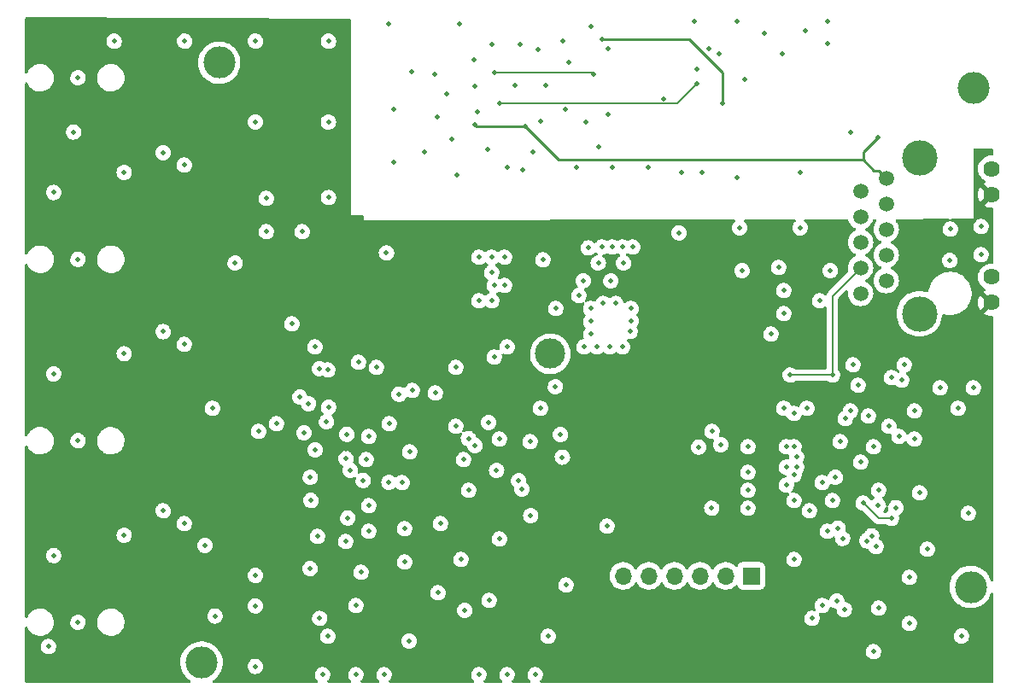
<source format=gbr>
%TF.GenerationSoftware,KiCad,Pcbnew,(6.0.9)*%
%TF.CreationDate,2022-11-17T17:06:12-06:00*%
%TF.ProjectId,IR2IP,49523249-502e-46b6-9963-61645f706362,rev?*%
%TF.SameCoordinates,PX55fe290PY8062360*%
%TF.FileFunction,Copper,L2,Inr*%
%TF.FilePolarity,Positive*%
%FSLAX46Y46*%
G04 Gerber Fmt 4.6, Leading zero omitted, Abs format (unit mm)*
G04 Created by KiCad (PCBNEW (6.0.9)) date 2022-11-17 17:06:12*
%MOMM*%
%LPD*%
G01*
G04 APERTURE LIST*
%TA.AperFunction,ComponentPad*%
%ADD10C,1.500000*%
%TD*%
%TA.AperFunction,ComponentPad*%
%ADD11C,1.620000*%
%TD*%
%TA.AperFunction,ComponentPad*%
%ADD12C,3.500000*%
%TD*%
%TA.AperFunction,ComponentPad*%
%ADD13R,1.700000X1.700000*%
%TD*%
%TA.AperFunction,ComponentPad*%
%ADD14O,1.700000X1.700000*%
%TD*%
%TA.AperFunction,ComponentPad*%
%ADD15C,3.000000*%
%TD*%
%TA.AperFunction,WasherPad*%
%ADD16C,3.175000*%
%TD*%
%TA.AperFunction,ViaPad*%
%ADD17C,0.508000*%
%TD*%
%TA.AperFunction,Conductor*%
%ADD18C,0.254000*%
%TD*%
%TA.AperFunction,Conductor*%
%ADD19C,0.127000*%
%TD*%
G04 APERTURE END LIST*
D10*
%TO.N,/Ethernet/RDP*%
%TO.C,J1*%
X84830000Y40615000D03*
%TO.N,/Ethernet/RDN*%
X87370000Y41885000D03*
%TO.N,Net-(C19-Pad1)*%
X84830000Y43155000D03*
%TO.N,Net-(C28-Pad2)*%
X87370000Y44425000D03*
%TO.N,/Ethernet/TXP*%
X84830000Y45695000D03*
%TO.N,/Ethernet/TXN*%
X87370000Y46965000D03*
%TO.N,N/C*%
X84830000Y48235000D03*
X87370000Y49505000D03*
%TO.N,VPORTP*%
X84830000Y50775000D03*
%TO.N,VPORTN*%
X87370000Y52045000D03*
D11*
%TO.N,+3V3*%
X97800000Y39700000D03*
%TO.N,Net-(J1-Pad12)*%
X97800000Y42240000D03*
%TO.N,+3V3*%
X97800000Y50420000D03*
%TO.N,Net-(J1-Pad14)*%
X97800000Y52960000D03*
D12*
%TO.N,GND*%
X90670000Y54075000D03*
X90670000Y38585000D03*
%TD*%
D13*
%TO.N,Net-(J2-Pad1)*%
%TO.C,J2*%
X74000000Y12600000D03*
D14*
%TO.N,TXOUT*%
X71460000Y12600000D03*
%TO.N,RXIN*%
X68920000Y12600000D03*
%TO.N,Net-(J2-Pad4)*%
X66380000Y12600000D03*
%TO.N,/PROGRAMMING/~{ERASE_CMD}*%
X63840000Y12600000D03*
%TO.N,GND*%
X61300000Y12600000D03*
%TD*%
D15*
%TO.N,GND*%
%TO.C,TP1*%
X54080000Y34620000D03*
%TD*%
D16*
%TO.N,*%
%TO.C,REF\u002A\u002A*%
X95750000Y11500000D03*
%TD*%
%TO.N,*%
%TO.C,REF\u002A\u002A*%
X96000000Y61000000D03*
%TD*%
%TO.N,*%
%TO.C,REF\u002A\u002A*%
X21250000Y63500000D03*
%TD*%
%TO.N,*%
%TO.C,REF\u002A\u002A*%
X19500000Y4000000D03*
%TD*%
D17*
%TO.N,VPORTP*%
X71120000Y59436000D03*
X83830000Y56620000D03*
X59182000Y65786000D03*
%TO.N,VPORTN*%
X46580000Y57370000D03*
X51562000Y57150000D03*
X51054000Y65278000D03*
X86580000Y56120000D03*
%TO.N,GNDPWR*%
X72580000Y52120000D03*
X75330000Y66370000D03*
X77080000Y64370000D03*
X70830000Y64370000D03*
X72580000Y67620000D03*
X58080000Y67120000D03*
X55330000Y65620000D03*
X51330000Y52870000D03*
X41580000Y54620000D03*
X43830000Y60370000D03*
X46580000Y61120000D03*
X55580000Y58870000D03*
X38080000Y67370000D03*
X45080000Y67370000D03*
X40330000Y62620000D03*
X44830000Y52370000D03*
X81580000Y65370000D03*
X81580000Y67620000D03*
X46482000Y63754000D03*
X56642000Y53086000D03*
X73330000Y61870000D03*
X52324000Y54610000D03*
X67080000Y52620000D03*
X44330000Y55870000D03*
X50546000Y61214000D03*
X69088000Y52620000D03*
X46830000Y58620000D03*
X59830000Y58370000D03*
X68580000Y62870000D03*
X47830000Y54870000D03*
X49830000Y53120000D03*
X38580000Y58870000D03*
X48260000Y65278000D03*
X78830000Y52620000D03*
X42580000Y62370000D03*
X55880000Y63500000D03*
X65330000Y59870000D03*
X68330000Y67620000D03*
X58830000Y55120000D03*
X63754000Y53086000D03*
X42830000Y58120000D03*
X53086000Y57658000D03*
X79330000Y66620000D03*
X52832000Y64770000D03*
X60198000Y53086000D03*
X53594000Y61214000D03*
X38580000Y53620000D03*
X57580000Y57620000D03*
%TO.N,GND*%
X36830000Y33274000D03*
X28448000Y37592000D03*
X30734000Y35306000D03*
X32004000Y33020000D03*
X35052000Y33782000D03*
X40386000Y30988000D03*
X42672000Y30734000D03*
X44704000Y33274000D03*
X48514000Y34290000D03*
X44704000Y27432000D03*
X45466000Y24130000D03*
X36068000Y26416000D03*
X38100000Y27686000D03*
X35814000Y24130000D03*
X40132000Y24892000D03*
X49022000Y26162000D03*
X52070000Y25908000D03*
X39370000Y21844000D03*
X45974000Y21082000D03*
X36068000Y19558000D03*
X36068000Y17018000D03*
X43180000Y17780000D03*
X35306000Y12954000D03*
X39624000Y17272000D03*
X39624000Y13970000D03*
X45212000Y14224000D03*
X49022000Y16256000D03*
X42926000Y10922000D03*
X34798000Y9652000D03*
X48006000Y10160000D03*
X32004000Y6604000D03*
X53848000Y6604000D03*
X53086000Y29210000D03*
X4318000Y5588000D03*
X20574000Y29210000D03*
X59690000Y17526000D03*
X55626000Y11684000D03*
X78232000Y14224000D03*
X26924000Y27686000D03*
X78232000Y25400000D03*
X78232000Y28702000D03*
X73660000Y25400000D03*
X73660000Y22860000D03*
X70104000Y26924000D03*
X73660000Y21082000D03*
X73660000Y19304000D03*
X79756000Y19050000D03*
X78232000Y22606000D03*
X78232000Y20066000D03*
X82042000Y20066000D03*
X82330000Y22370000D03*
X86614000Y21082000D03*
X84836000Y23876000D03*
X86106000Y25400000D03*
X90170000Y26162000D03*
X90170000Y28956000D03*
X86614000Y9398000D03*
X80010000Y8382000D03*
X52578000Y2794000D03*
X49784000Y2794000D03*
X46990000Y2794000D03*
X37592000Y2794000D03*
X34798000Y2794000D03*
X31496000Y2794000D03*
X60580000Y39620000D03*
X59330000Y39620000D03*
X56896000Y40386000D03*
X58080000Y39116000D03*
X58080000Y37846000D03*
X58080000Y36576000D03*
X57404000Y35306000D03*
X58674000Y35306000D03*
X59944000Y35306000D03*
X61214000Y35306000D03*
X62080000Y39116000D03*
X62080000Y37870000D03*
X61976000Y36830000D03*
X46990000Y44196000D03*
X48260000Y44196000D03*
X49530000Y44196000D03*
X49530000Y41402000D03*
X48514000Y41402000D03*
X48260000Y42672000D03*
X48260000Y39878000D03*
X46990000Y39878000D03*
X54610000Y39116000D03*
X61330000Y43620000D03*
X61214000Y45212000D03*
X60198000Y45212000D03*
X59182000Y45212000D03*
X57830000Y45120000D03*
X58830000Y43620000D03*
X60080000Y41870000D03*
X62230000Y45212000D03*
X57330000Y41870000D03*
X81830000Y42870000D03*
X76708000Y43180000D03*
X80772000Y39878000D03*
X75946000Y36576000D03*
X84582000Y31496000D03*
X79502000Y29210000D03*
X83820000Y28956000D03*
X77470000Y21590000D03*
X96774000Y47244000D03*
X96774000Y44450000D03*
X93726000Y46990000D03*
X93680000Y43870000D03*
X94488000Y29210000D03*
X90678000Y20828000D03*
X95504000Y18796000D03*
X91440000Y15240000D03*
X89662000Y12446000D03*
X89662000Y7874000D03*
X86106000Y5080000D03*
X25908000Y50038000D03*
X29464000Y46736000D03*
X25908000Y46736000D03*
X30988000Y16510000D03*
X30280000Y22370000D03*
X30330000Y20070000D03*
X52130000Y18570000D03*
X78830000Y47120000D03*
X72830000Y47120000D03*
X32080000Y65620000D03*
X32080000Y57620000D03*
X32080000Y50120000D03*
X24830000Y65620000D03*
X17830000Y65620000D03*
X10830000Y65620000D03*
X6830000Y56620000D03*
X4830000Y50620000D03*
X4830000Y32620000D03*
X11830000Y52620000D03*
X11830000Y34620000D03*
X4830000Y14620000D03*
X11830000Y16620000D03*
X24830000Y12620000D03*
X24830000Y9620000D03*
X19830000Y15620000D03*
X24830000Y3620000D03*
X20830000Y8620000D03*
X22830000Y43620000D03*
X37830000Y44620000D03*
X24830000Y57620000D03*
X54580000Y31370000D03*
X73080000Y42870000D03*
X66830000Y46620000D03*
X94830000Y6620000D03*
X7250000Y8000000D03*
X7250000Y26000000D03*
X7250000Y44000000D03*
X7250000Y62000000D03*
X17780000Y53340000D03*
X83058000Y16319490D03*
X53340000Y43942000D03*
X17780000Y17780000D03*
X82804000Y25908000D03*
X17780000Y35560000D03*
X87884000Y32258000D03*
X87630000Y27432000D03*
%TO.N,+3V3*%
X67818000Y17018000D03*
X21590000Y17780000D03*
X30480000Y18415000D03*
X28930000Y12270000D03*
X28930000Y9420000D03*
X24130000Y16020000D03*
X68830000Y34620000D03*
X68830000Y36620000D03*
X70580000Y34870000D03*
X71830000Y22370000D03*
X57912000Y29972000D03*
X57912000Y32512000D03*
X67056000Y31496000D03*
X59944000Y33528000D03*
X18288000Y20574000D03*
X64080000Y36576000D03*
X61976000Y32512000D03*
X61976000Y31242000D03*
X46482000Y30734000D03*
X18288000Y56134000D03*
X9652000Y4318000D03*
X55880000Y41148000D03*
X43434000Y43942000D03*
X58928000Y28956000D03*
X64080000Y33528000D03*
X68830000Y35620000D03*
X18034000Y13462000D03*
X66040000Y31496000D03*
X33782000Y19558000D03*
X33782000Y17018000D03*
X55372000Y17526000D03*
X61214000Y22860000D03*
X64080000Y35620000D03*
X50292000Y5842000D03*
X44958000Y43942000D03*
X68830000Y32512000D03*
X57912000Y31242000D03*
X60960000Y33528000D03*
X60960000Y28956000D03*
X83312000Y19812000D03*
X33782000Y5842000D03*
X64770000Y20574000D03*
X59944000Y28956000D03*
X64080000Y34620000D03*
X68072000Y31496000D03*
X68830000Y33528000D03*
X33782000Y14732000D03*
X61976000Y33528000D03*
X61976000Y28956000D03*
X57912000Y33528000D03*
X58928000Y33528000D03*
X44958000Y39878000D03*
X64008000Y31496000D03*
X57912000Y28956000D03*
X42926000Y41402000D03*
X73152000Y28448000D03*
X61976000Y29972000D03*
X18288000Y38354000D03*
X64080000Y32512000D03*
X43434000Y40132000D03*
X42926000Y42672000D03*
X33782000Y25146000D03*
X35306000Y5842000D03*
X70330000Y29120000D03*
X79248000Y17526000D03*
X65024000Y31496000D03*
X30988000Y28194000D03*
%TO.N,Net-(Q3-Pad3)*%
X69830000Y64870000D03*
X59830000Y64870000D03*
%TO.N,Net-(R5-Pad1)*%
X58330000Y62370000D03*
X48514000Y62484000D03*
%TO.N,+3.3VA*%
X78486000Y24384000D03*
X77470000Y25400000D03*
X77470000Y23368000D03*
X78486000Y23368000D03*
X85598000Y28448000D03*
X88646000Y26416000D03*
X88900000Y32004000D03*
X81026000Y21844000D03*
X77216000Y29210000D03*
X89154000Y33528000D03*
X84074000Y33528000D03*
X77216000Y40894000D03*
X77216000Y38608000D03*
X83312000Y28194000D03*
%TO.N,Net-(C19-Pad1)*%
X77850000Y32512000D03*
X82042000Y32512000D03*
%TO.N,/Ethernet/LINKLED*%
X96012000Y31242000D03*
X81534000Y17018000D03*
%TO.N,/Ethernet/ACTLED*%
X92710000Y31242000D03*
X82610317Y17332317D03*
%TO.N,/SAM3X8E Power/VDDCORE*%
X34230000Y23073236D03*
X34004300Y18345400D03*
%TO.N,TXOUT*%
X70964600Y25595100D03*
%TO.N,RXIN*%
X47965700Y27820300D03*
X68787500Y25374400D03*
X45962000Y26225600D03*
%TO.N,IRREC*%
X39080000Y30620000D03*
X38080000Y21870000D03*
%TO.N,Net-(R26-Pad2)*%
X30750563Y25080646D03*
X30113300Y29682800D03*
%TO.N,Net-(R26-Pad1)*%
X29649500Y26775200D03*
X29246400Y30319900D03*
%TO.N,Net-(R27-Pad1)*%
X33830000Y24220000D03*
X25146000Y26924000D03*
%TO.N,Net-(R27-Pad2)*%
X32088700Y29319400D03*
X33900900Y26642200D03*
%TO.N,~{IRTXEN1}*%
X49784000Y35306000D03*
X51252500Y21211200D03*
%TO.N,~{IRTXEN2}*%
X31885300Y27902400D03*
X46606800Y25535300D03*
X31172500Y33147200D03*
X50936800Y22038600D03*
%TO.N,~{IRTXEN3}*%
X30251800Y13298200D03*
X31212500Y8379000D03*
X45595000Y9183700D03*
X48747500Y23053100D03*
%TO.N,IRTX*%
X15680000Y36820000D03*
X15680000Y54570000D03*
X15680000Y19050000D03*
X33782000Y16002000D03*
%TO.N,ECSn*%
X83223800Y9267600D03*
X85447400Y16065479D03*
%TO.N,SCLK*%
X82474718Y10096510D03*
X85937046Y16573490D03*
%TO.N,MISO*%
X85090000Y19812000D03*
X87884000Y18288000D03*
%TO.N,MOSI*%
X86360000Y15494000D03*
X81026000Y9652000D03*
%TO.N,TIMER_PULSE*%
X40080000Y6120000D03*
X55080000Y26620000D03*
%TO.N,~{MASTER_RESET}*%
X35530000Y22070000D03*
X88330000Y19370000D03*
X70080000Y19304000D03*
%TO.N,Net-(Q3-Pad1)*%
X68580000Y61370000D03*
X49080000Y59499500D03*
%TO.N,~{EINT}*%
X55270501Y24370000D03*
X86580000Y19620000D03*
%TD*%
D18*
%TO.N,VPORTP*%
X67818000Y65786000D02*
X59182000Y65786000D01*
X71120000Y62484000D02*
X67818000Y65786000D01*
X71120000Y59436000D02*
X71120000Y62484000D01*
%TO.N,VPORTN*%
X54864000Y53848000D02*
X51562000Y57150000D01*
X86143000Y52795000D02*
X85090000Y53848000D01*
X85090000Y53848000D02*
X54864000Y53848000D01*
X51562000Y57150000D02*
X46800000Y57150000D01*
X87370000Y52045000D02*
X86620000Y52795000D01*
X85090000Y54630000D02*
X86580000Y56120000D01*
X85090000Y53848000D02*
X85090000Y54630000D01*
X46800000Y57150000D02*
X46580000Y57370000D01*
X86620000Y52795000D02*
X86143000Y52795000D01*
D19*
%TO.N,Net-(R5-Pad1)*%
X48514000Y62484000D02*
X58216000Y62484000D01*
X58216000Y62484000D02*
X58330000Y62370000D01*
%TO.N,Net-(C19-Pad1)*%
X77850000Y32512000D02*
X82042000Y32512000D01*
X82042000Y32512000D02*
X82042000Y40367000D01*
X82042000Y40367000D02*
X84830000Y43155000D01*
%TO.N,MISO*%
X87884000Y18288000D02*
X86614000Y18288000D01*
X86614000Y18288000D02*
X85090000Y19812000D01*
%TO.N,Net-(Q3-Pad1)*%
X49513211Y59425499D02*
X66635499Y59425499D01*
X66635499Y59425499D02*
X68326001Y61116001D01*
X68326001Y61116001D02*
X68580000Y61370000D01*
X49080000Y59499500D02*
X49439210Y59499500D01*
X49439210Y59499500D02*
X49513211Y59425499D01*
%TD*%
%TA.AperFunction,Conductor*%
%TO.N,+3V3*%
G36*
X34204488Y67875325D02*
G01*
X34272531Y67855059D01*
X34318815Y67801224D01*
X34330000Y67749326D01*
X34330000Y48370000D01*
X35454000Y48370000D01*
X35522121Y48349998D01*
X35568614Y48296342D01*
X35580000Y48244000D01*
X35580000Y47870000D01*
X35593612Y47870029D01*
X35593613Y47870029D01*
X72279757Y47948963D01*
X72347921Y47929107D01*
X72394529Y47875552D01*
X72404784Y47805300D01*
X72375430Y47740656D01*
X72360551Y47726483D01*
X72357588Y47724660D01*
X72235366Y47604972D01*
X72231547Y47599047D01*
X72231546Y47599045D01*
X72216405Y47575550D01*
X72142698Y47461180D01*
X72140287Y47454557D01*
X72140286Y47454554D01*
X72086600Y47307053D01*
X72086599Y47307048D01*
X72084190Y47300430D01*
X72062750Y47130714D01*
X72079443Y46960464D01*
X72133440Y46798144D01*
X72137087Y46792122D01*
X72137088Y46792120D01*
X72218406Y46657846D01*
X72218409Y46657843D01*
X72222056Y46651820D01*
X72340889Y46528766D01*
X72412460Y46481931D01*
X72420236Y46476843D01*
X72484030Y46435097D01*
X72490634Y46432641D01*
X72490636Y46432640D01*
X72637757Y46377926D01*
X72637759Y46377926D01*
X72644367Y46375468D01*
X72723454Y46364915D01*
X72806949Y46353774D01*
X72806953Y46353774D01*
X72813930Y46352843D01*
X72820941Y46353481D01*
X72820945Y46353481D01*
X72977273Y46367708D01*
X72977275Y46367708D01*
X72984292Y46368347D01*
X72990990Y46370523D01*
X72990993Y46370524D01*
X73140289Y46419034D01*
X73140291Y46419035D01*
X73146985Y46421210D01*
X73201620Y46453779D01*
X73287872Y46505195D01*
X73287874Y46505196D01*
X73293924Y46508803D01*
X73417805Y46626773D01*
X73421812Y46632803D01*
X73492834Y46739701D01*
X73512471Y46769257D01*
X73560632Y46896041D01*
X73570718Y46922592D01*
X73570719Y46922594D01*
X73573218Y46929174D01*
X73577202Y46957521D01*
X73596475Y47094653D01*
X73596475Y47094656D01*
X73597026Y47098575D01*
X73597325Y47120000D01*
X73578256Y47290000D01*
X73572721Y47305896D01*
X73524314Y47444903D01*
X73524313Y47444905D01*
X73521999Y47451550D01*
X73504282Y47479904D01*
X73435081Y47590648D01*
X73431348Y47596622D01*
X73418159Y47609904D01*
X73347950Y47680605D01*
X73310809Y47718006D01*
X73304863Y47721780D01*
X73299370Y47726196D01*
X73301097Y47728344D01*
X73262543Y47772328D01*
X73252038Y47842543D01*
X73281162Y47907291D01*
X73340669Y47946015D01*
X73376585Y47951323D01*
X75664349Y47956246D01*
X78297690Y47961912D01*
X78365853Y47942056D01*
X78412461Y47888501D01*
X78422716Y47818249D01*
X78393362Y47753605D01*
X78369002Y47732866D01*
X78369140Y47732689D01*
X78364929Y47729399D01*
X78363987Y47728597D01*
X78363590Y47728353D01*
X78363587Y47728350D01*
X78357588Y47724660D01*
X78352557Y47719733D01*
X78352554Y47719731D01*
X78293573Y47661972D01*
X78235366Y47604972D01*
X78231547Y47599047D01*
X78231546Y47599045D01*
X78216405Y47575550D01*
X78142698Y47461180D01*
X78140287Y47454557D01*
X78140286Y47454554D01*
X78086600Y47307053D01*
X78086599Y47307048D01*
X78084190Y47300430D01*
X78062750Y47130714D01*
X78079443Y46960464D01*
X78133440Y46798144D01*
X78137087Y46792122D01*
X78137088Y46792120D01*
X78218406Y46657846D01*
X78218409Y46657843D01*
X78222056Y46651820D01*
X78340889Y46528766D01*
X78412460Y46481931D01*
X78420236Y46476843D01*
X78484030Y46435097D01*
X78490634Y46432641D01*
X78490636Y46432640D01*
X78637757Y46377926D01*
X78637759Y46377926D01*
X78644367Y46375468D01*
X78723454Y46364915D01*
X78806949Y46353774D01*
X78806953Y46353774D01*
X78813930Y46352843D01*
X78820941Y46353481D01*
X78820945Y46353481D01*
X78977273Y46367708D01*
X78977275Y46367708D01*
X78984292Y46368347D01*
X78990990Y46370523D01*
X78990993Y46370524D01*
X79140289Y46419034D01*
X79140291Y46419035D01*
X79146985Y46421210D01*
X79201620Y46453779D01*
X79287872Y46505195D01*
X79287874Y46505196D01*
X79293924Y46508803D01*
X79417805Y46626773D01*
X79421812Y46632803D01*
X79492834Y46739701D01*
X79512471Y46769257D01*
X79560632Y46896041D01*
X79570718Y46922592D01*
X79570719Y46922594D01*
X79573218Y46929174D01*
X79577202Y46957521D01*
X79596475Y47094653D01*
X79596475Y47094656D01*
X79597026Y47098575D01*
X79597325Y47120000D01*
X79578256Y47290000D01*
X79572721Y47305896D01*
X79524314Y47444903D01*
X79524313Y47444905D01*
X79521999Y47451550D01*
X79504282Y47479904D01*
X79435081Y47590648D01*
X79431348Y47596622D01*
X79418159Y47609904D01*
X79347950Y47680605D01*
X79310809Y47718006D01*
X79304864Y47721779D01*
X79304860Y47721782D01*
X79289069Y47731803D01*
X79242270Y47785192D01*
X79231764Y47855407D01*
X79260887Y47920155D01*
X79320393Y47958880D01*
X79356311Y47964189D01*
X81376027Y47968535D01*
X83500327Y47973106D01*
X83568490Y47953250D01*
X83615098Y47899695D01*
X83622300Y47879727D01*
X83642880Y47802924D01*
X83673597Y47737051D01*
X83733618Y47608334D01*
X83733621Y47608329D01*
X83735944Y47603347D01*
X83739100Y47598840D01*
X83739101Y47598838D01*
X83857116Y47430296D01*
X83862251Y47422962D01*
X84017962Y47267251D01*
X84022471Y47264094D01*
X84022473Y47264092D01*
X84082902Y47221779D01*
X84198346Y47140944D01*
X84203328Y47138621D01*
X84203333Y47138618D01*
X84330768Y47079195D01*
X84384053Y47032278D01*
X84403514Y46964001D01*
X84382972Y46896041D01*
X84330768Y46850805D01*
X84203334Y46791382D01*
X84203329Y46791379D01*
X84198347Y46789056D01*
X84193840Y46785900D01*
X84193838Y46785899D01*
X84022473Y46665908D01*
X84022470Y46665906D01*
X84017962Y46662749D01*
X83862251Y46507038D01*
X83859094Y46502530D01*
X83859092Y46502527D01*
X83769933Y46375195D01*
X83735944Y46326653D01*
X83733621Y46321671D01*
X83733618Y46321666D01*
X83694766Y46238347D01*
X83642880Y46127076D01*
X83585885Y45914371D01*
X83566693Y45695000D01*
X83585885Y45475629D01*
X83642880Y45262924D01*
X83674770Y45194536D01*
X83733618Y45068334D01*
X83733621Y45068329D01*
X83735944Y45063347D01*
X83739100Y45058840D01*
X83739101Y45058838D01*
X83857116Y44890296D01*
X83862251Y44882962D01*
X84017962Y44727251D01*
X84022471Y44724094D01*
X84022473Y44724092D01*
X84071326Y44689885D01*
X84198346Y44600944D01*
X84203328Y44598621D01*
X84203333Y44598618D01*
X84330768Y44539195D01*
X84384053Y44492278D01*
X84403514Y44424001D01*
X84382972Y44356041D01*
X84330768Y44310805D01*
X84203334Y44251382D01*
X84203329Y44251379D01*
X84198347Y44249056D01*
X84193840Y44245900D01*
X84193838Y44245899D01*
X84022473Y44125908D01*
X84022470Y44125906D01*
X84017962Y44122749D01*
X83862251Y43967038D01*
X83859094Y43962530D01*
X83859092Y43962527D01*
X83745591Y43800430D01*
X83735944Y43786653D01*
X83733621Y43781671D01*
X83733618Y43781666D01*
X83694766Y43698347D01*
X83642880Y43587076D01*
X83585885Y43374371D01*
X83566693Y43155000D01*
X83585885Y42935629D01*
X83598726Y42887708D01*
X83612664Y42835689D01*
X83610974Y42764713D01*
X83580052Y42713983D01*
X81669886Y40803816D01*
X81657495Y40792949D01*
X81634045Y40774955D01*
X81542359Y40655468D01*
X81484723Y40516322D01*
X81483955Y40510489D01*
X81447576Y40450806D01*
X81383715Y40419785D01*
X81313221Y40428213D01*
X81273416Y40455255D01*
X81257773Y40471008D01*
X81257769Y40471011D01*
X81252809Y40476006D01*
X81156089Y40537386D01*
X81114316Y40563896D01*
X81114313Y40563898D01*
X81108373Y40567667D01*
X81095800Y40572144D01*
X80953854Y40622689D01*
X80953849Y40622690D01*
X80947219Y40625051D01*
X80940231Y40625884D01*
X80940228Y40625885D01*
X80814432Y40640885D01*
X80777357Y40645306D01*
X80770354Y40644570D01*
X80770353Y40644570D01*
X80748832Y40642308D01*
X80607228Y40627425D01*
X80597071Y40623967D01*
X80451956Y40574566D01*
X80451953Y40574565D01*
X80445289Y40572296D01*
X80299588Y40482660D01*
X80294557Y40477733D01*
X80294554Y40477731D01*
X80247698Y40431846D01*
X80177366Y40362972D01*
X80173547Y40357047D01*
X80173546Y40357045D01*
X80168135Y40348648D01*
X80084698Y40219180D01*
X80082287Y40212557D01*
X80082286Y40212554D01*
X80028600Y40065053D01*
X80028599Y40065048D01*
X80026190Y40058430D01*
X80004750Y39888714D01*
X80021443Y39718464D01*
X80075440Y39556144D01*
X80079087Y39550122D01*
X80079088Y39550120D01*
X80160406Y39415846D01*
X80160409Y39415843D01*
X80164056Y39409820D01*
X80282889Y39286766D01*
X80288785Y39282908D01*
X80413941Y39201008D01*
X80426030Y39193097D01*
X80432634Y39190641D01*
X80432636Y39190640D01*
X80579757Y39135926D01*
X80579759Y39135926D01*
X80586367Y39133468D01*
X80665454Y39122915D01*
X80748949Y39111774D01*
X80748953Y39111774D01*
X80755930Y39110843D01*
X80762941Y39111481D01*
X80762945Y39111481D01*
X80919273Y39125708D01*
X80919275Y39125708D01*
X80926292Y39126347D01*
X80932990Y39128523D01*
X80932993Y39128524D01*
X81082289Y39177034D01*
X81082291Y39177035D01*
X81088985Y39179210D01*
X81235924Y39266803D01*
X81241030Y39271665D01*
X81257109Y39286976D01*
X81320234Y39319468D01*
X81390904Y39312674D01*
X81446683Y39268751D01*
X81470000Y39195730D01*
X81470000Y33210000D01*
X81449998Y33141879D01*
X81396342Y33095386D01*
X81344000Y33084000D01*
X78406273Y33084000D01*
X78338152Y33104002D01*
X78333302Y33107496D01*
X78330809Y33110006D01*
X78266368Y33150901D01*
X78192316Y33197896D01*
X78192313Y33197898D01*
X78186373Y33201667D01*
X78173800Y33206144D01*
X78031854Y33256689D01*
X78031849Y33256690D01*
X78025219Y33259051D01*
X78018231Y33259884D01*
X78018228Y33259885D01*
X77899854Y33274000D01*
X77855357Y33279306D01*
X77848354Y33278570D01*
X77848353Y33278570D01*
X77804873Y33274000D01*
X77685228Y33261425D01*
X77675071Y33257967D01*
X77529956Y33208566D01*
X77529953Y33208565D01*
X77523289Y33206296D01*
X77377588Y33116660D01*
X77372557Y33111733D01*
X77372554Y33111731D01*
X77328167Y33068264D01*
X77255366Y32996972D01*
X77251547Y32991047D01*
X77251546Y32991045D01*
X77230783Y32958827D01*
X77162698Y32853180D01*
X77160287Y32846557D01*
X77160286Y32846554D01*
X77106600Y32699053D01*
X77106599Y32699048D01*
X77104190Y32692430D01*
X77082750Y32522714D01*
X77099443Y32352464D01*
X77153440Y32190144D01*
X77157087Y32184122D01*
X77157088Y32184120D01*
X77238406Y32049846D01*
X77238409Y32049843D01*
X77242056Y32043820D01*
X77360889Y31920766D01*
X77366785Y31916908D01*
X77491941Y31835008D01*
X77504030Y31827097D01*
X77510634Y31824641D01*
X77510636Y31824640D01*
X77657757Y31769926D01*
X77657759Y31769926D01*
X77664367Y31767468D01*
X77743454Y31756915D01*
X77826949Y31745774D01*
X77826953Y31745774D01*
X77833930Y31744843D01*
X77840941Y31745481D01*
X77840945Y31745481D01*
X77997273Y31759708D01*
X77997275Y31759708D01*
X78004292Y31760347D01*
X78010990Y31762523D01*
X78010993Y31762524D01*
X78160289Y31811034D01*
X78160291Y31811035D01*
X78166985Y31813210D01*
X78233470Y31852843D01*
X78307872Y31897195D01*
X78307874Y31897196D01*
X78313924Y31900803D01*
X78319025Y31905660D01*
X78324638Y31909921D01*
X78325490Y31908798D01*
X78381720Y31937739D01*
X78405482Y31940000D01*
X81485935Y31940000D01*
X81554927Y31919432D01*
X81623536Y31874536D01*
X81683941Y31835008D01*
X81696030Y31827097D01*
X81702634Y31824641D01*
X81702636Y31824640D01*
X81849757Y31769926D01*
X81849759Y31769926D01*
X81856367Y31767468D01*
X81935454Y31756915D01*
X82018949Y31745774D01*
X82018953Y31745774D01*
X82025930Y31744843D01*
X82032941Y31745481D01*
X82032945Y31745481D01*
X82189273Y31759708D01*
X82189275Y31759708D01*
X82196292Y31760347D01*
X82202990Y31762523D01*
X82202993Y31762524D01*
X82352289Y31811034D01*
X82352291Y31811035D01*
X82358985Y31813210D01*
X82425470Y31852843D01*
X82499872Y31897195D01*
X82499874Y31897196D01*
X82505924Y31900803D01*
X82629805Y32018773D01*
X82636445Y32028766D01*
X82682751Y32098464D01*
X82724471Y32161257D01*
X82765291Y32268714D01*
X87116750Y32268714D01*
X87133443Y32098464D01*
X87187440Y31936144D01*
X87191087Y31930122D01*
X87191088Y31930120D01*
X87272406Y31795846D01*
X87272409Y31795843D01*
X87276056Y31789820D01*
X87394889Y31666766D01*
X87406754Y31659002D01*
X87525941Y31581008D01*
X87538030Y31573097D01*
X87544634Y31570641D01*
X87544636Y31570640D01*
X87691757Y31515926D01*
X87691759Y31515926D01*
X87698367Y31513468D01*
X87777454Y31502915D01*
X87860949Y31491774D01*
X87860953Y31491774D01*
X87867930Y31490843D01*
X87874941Y31491481D01*
X87874945Y31491481D01*
X88031273Y31505708D01*
X88031275Y31505708D01*
X88038292Y31506347D01*
X88044990Y31508523D01*
X88044993Y31508524D01*
X88178232Y31551817D01*
X88249200Y31553845D01*
X88307804Y31519513D01*
X88410889Y31412766D01*
X88475996Y31370161D01*
X88541941Y31327008D01*
X88554030Y31319097D01*
X88560634Y31316641D01*
X88560636Y31316640D01*
X88707757Y31261926D01*
X88707759Y31261926D01*
X88714367Y31259468D01*
X88793454Y31248915D01*
X88876949Y31237774D01*
X88876953Y31237774D01*
X88883930Y31236843D01*
X88890941Y31237481D01*
X88890945Y31237481D01*
X89047273Y31251708D01*
X89047275Y31251708D01*
X89054292Y31252347D01*
X89055422Y31252714D01*
X91942750Y31252714D01*
X91959443Y31082464D01*
X92013440Y30920144D01*
X92017087Y30914122D01*
X92017088Y30914120D01*
X92098406Y30779846D01*
X92098409Y30779843D01*
X92102056Y30773820D01*
X92220889Y30650766D01*
X92260973Y30624536D01*
X92326780Y30581473D01*
X92364030Y30557097D01*
X92370634Y30554641D01*
X92370636Y30554640D01*
X92517757Y30499926D01*
X92517759Y30499926D01*
X92524367Y30497468D01*
X92603454Y30486915D01*
X92686949Y30475774D01*
X92686953Y30475774D01*
X92693930Y30474843D01*
X92700941Y30475481D01*
X92700945Y30475481D01*
X92857273Y30489708D01*
X92857275Y30489708D01*
X92864292Y30490347D01*
X92870990Y30492523D01*
X92870993Y30492524D01*
X93020289Y30541034D01*
X93020291Y30541035D01*
X93026985Y30543210D01*
X93128091Y30603481D01*
X93167872Y30627195D01*
X93167874Y30627196D01*
X93173924Y30630803D01*
X93297805Y30748773D01*
X93311079Y30768751D01*
X93345138Y30820015D01*
X93392471Y30891257D01*
X93434832Y31002773D01*
X93450718Y31044592D01*
X93450719Y31044594D01*
X93453218Y31051174D01*
X93454304Y31058903D01*
X93476475Y31216653D01*
X93476475Y31216656D01*
X93477026Y31220575D01*
X93477325Y31242000D01*
X93476123Y31252714D01*
X95244750Y31252714D01*
X95261443Y31082464D01*
X95315440Y30920144D01*
X95319087Y30914122D01*
X95319088Y30914120D01*
X95400406Y30779846D01*
X95400409Y30779843D01*
X95404056Y30773820D01*
X95522889Y30650766D01*
X95562973Y30624536D01*
X95628780Y30581473D01*
X95666030Y30557097D01*
X95672634Y30554641D01*
X95672636Y30554640D01*
X95819757Y30499926D01*
X95819759Y30499926D01*
X95826367Y30497468D01*
X95905454Y30486915D01*
X95988949Y30475774D01*
X95988953Y30475774D01*
X95995930Y30474843D01*
X96002941Y30475481D01*
X96002945Y30475481D01*
X96159273Y30489708D01*
X96159275Y30489708D01*
X96166292Y30490347D01*
X96172990Y30492523D01*
X96172993Y30492524D01*
X96322289Y30541034D01*
X96322291Y30541035D01*
X96328985Y30543210D01*
X96430091Y30603481D01*
X96469872Y30627195D01*
X96469874Y30627196D01*
X96475924Y30630803D01*
X96599805Y30748773D01*
X96613079Y30768751D01*
X96647138Y30820015D01*
X96694471Y30891257D01*
X96736832Y31002773D01*
X96752718Y31044592D01*
X96752719Y31044594D01*
X96755218Y31051174D01*
X96756304Y31058903D01*
X96778475Y31216653D01*
X96778475Y31216656D01*
X96779026Y31220575D01*
X96779325Y31242000D01*
X96760256Y31412000D01*
X96757507Y31419896D01*
X96706314Y31566903D01*
X96706313Y31566905D01*
X96703999Y31573550D01*
X96639713Y31676430D01*
X96617081Y31712648D01*
X96613348Y31718622D01*
X96600159Y31731904D01*
X96519418Y31813210D01*
X96492809Y31840006D01*
X96402693Y31897195D01*
X96354316Y31927896D01*
X96354313Y31927898D01*
X96348373Y31931667D01*
X96341740Y31934029D01*
X96193854Y31986689D01*
X96193849Y31986690D01*
X96187219Y31989051D01*
X96180231Y31989884D01*
X96180228Y31989885D01*
X96061854Y32004000D01*
X96017357Y32009306D01*
X96010354Y32008570D01*
X96010353Y32008570D01*
X95966873Y32004000D01*
X95847228Y31991425D01*
X95837071Y31987967D01*
X95691956Y31938566D01*
X95691953Y31938565D01*
X95685289Y31936296D01*
X95539588Y31846660D01*
X95534557Y31841733D01*
X95534554Y31841731D01*
X95487698Y31795846D01*
X95417366Y31726972D01*
X95413547Y31721047D01*
X95413546Y31721045D01*
X95396699Y31694903D01*
X95324698Y31583180D01*
X95322287Y31576557D01*
X95322286Y31576554D01*
X95268600Y31429053D01*
X95268599Y31429048D01*
X95266190Y31422430D01*
X95244750Y31252714D01*
X93476123Y31252714D01*
X93458256Y31412000D01*
X93455507Y31419896D01*
X93404314Y31566903D01*
X93404313Y31566905D01*
X93401999Y31573550D01*
X93337713Y31676430D01*
X93315081Y31712648D01*
X93311348Y31718622D01*
X93298159Y31731904D01*
X93217418Y31813210D01*
X93190809Y31840006D01*
X93100693Y31897195D01*
X93052316Y31927896D01*
X93052313Y31927898D01*
X93046373Y31931667D01*
X93039740Y31934029D01*
X92891854Y31986689D01*
X92891849Y31986690D01*
X92885219Y31989051D01*
X92878231Y31989884D01*
X92878228Y31989885D01*
X92759854Y32004000D01*
X92715357Y32009306D01*
X92708354Y32008570D01*
X92708353Y32008570D01*
X92664873Y32004000D01*
X92545228Y31991425D01*
X92535071Y31987967D01*
X92389956Y31938566D01*
X92389953Y31938565D01*
X92383289Y31936296D01*
X92237588Y31846660D01*
X92232557Y31841733D01*
X92232554Y31841731D01*
X92185698Y31795846D01*
X92115366Y31726972D01*
X92111547Y31721047D01*
X92111546Y31721045D01*
X92094699Y31694903D01*
X92022698Y31583180D01*
X92020287Y31576557D01*
X92020286Y31576554D01*
X91966600Y31429053D01*
X91966599Y31429048D01*
X91964190Y31422430D01*
X91942750Y31252714D01*
X89055422Y31252714D01*
X89060990Y31254523D01*
X89060993Y31254524D01*
X89210289Y31303034D01*
X89210291Y31303035D01*
X89216985Y31305210D01*
X89281172Y31343473D01*
X89357872Y31389195D01*
X89357874Y31389196D01*
X89363924Y31392803D01*
X89487805Y31510773D01*
X89507224Y31540000D01*
X89540296Y31589779D01*
X89582471Y31653257D01*
X89643218Y31813174D01*
X89644304Y31820903D01*
X89666475Y31978653D01*
X89666475Y31978656D01*
X89667026Y31982575D01*
X89667325Y32004000D01*
X89648256Y32174000D01*
X89645507Y32181896D01*
X89594314Y32328903D01*
X89594313Y32328905D01*
X89591999Y32335550D01*
X89546226Y32408803D01*
X89505081Y32474648D01*
X89501348Y32480622D01*
X89470189Y32512000D01*
X89380809Y32602006D01*
X89381805Y32602995D01*
X89345671Y32654915D01*
X89343058Y32725863D01*
X89379217Y32786962D01*
X89426243Y32814672D01*
X89464286Y32827033D01*
X89464289Y32827034D01*
X89470985Y32829210D01*
X89617924Y32916803D01*
X89741805Y33034773D01*
X89755079Y33054751D01*
X89794751Y33114464D01*
X89836471Y33177257D01*
X89886769Y33309667D01*
X89894718Y33330592D01*
X89894719Y33330594D01*
X89897218Y33337174D01*
X89898304Y33344903D01*
X89920475Y33502653D01*
X89920475Y33502656D01*
X89921026Y33506575D01*
X89921325Y33528000D01*
X89902256Y33698000D01*
X89899507Y33705896D01*
X89848314Y33852903D01*
X89848313Y33852905D01*
X89845999Y33859550D01*
X89824251Y33894355D01*
X89759081Y33998648D01*
X89755348Y34004622D01*
X89742159Y34017904D01*
X89639772Y34121008D01*
X89634809Y34126006D01*
X89569539Y34167427D01*
X89496316Y34213896D01*
X89496313Y34213898D01*
X89490373Y34217667D01*
X89483740Y34220029D01*
X89335854Y34272689D01*
X89335849Y34272690D01*
X89329219Y34275051D01*
X89322231Y34275884D01*
X89322228Y34275885D01*
X89186075Y34292120D01*
X89159357Y34295306D01*
X89152354Y34294570D01*
X89152353Y34294570D01*
X89108873Y34290000D01*
X88989228Y34277425D01*
X88979071Y34273967D01*
X88833956Y34224566D01*
X88833953Y34224565D01*
X88827289Y34222296D01*
X88681588Y34132660D01*
X88676557Y34127733D01*
X88676554Y34127731D01*
X88617573Y34069972D01*
X88559366Y34012972D01*
X88555547Y34007047D01*
X88555546Y34007045D01*
X88550135Y33998648D01*
X88466698Y33869180D01*
X88464287Y33862557D01*
X88464286Y33862554D01*
X88410600Y33715053D01*
X88410599Y33715048D01*
X88408190Y33708430D01*
X88386750Y33538714D01*
X88403443Y33368464D01*
X88457440Y33206144D01*
X88461087Y33200122D01*
X88461088Y33200120D01*
X88542406Y33065846D01*
X88542409Y33065843D01*
X88546056Y33059820D01*
X88664889Y32936766D01*
X88669824Y32933537D01*
X88709305Y32875079D01*
X88710926Y32804101D01*
X88673915Y32743515D01*
X88629855Y32717553D01*
X88609057Y32710473D01*
X88538125Y32707455D01*
X88479047Y32740967D01*
X88466676Y32753425D01*
X88364809Y32856006D01*
X88274693Y32913195D01*
X88226316Y32943896D01*
X88226313Y32943898D01*
X88220373Y32947667D01*
X88213740Y32950029D01*
X88065854Y33002689D01*
X88065849Y33002690D01*
X88059219Y33005051D01*
X88052231Y33005884D01*
X88052228Y33005885D01*
X87933854Y33020000D01*
X87889357Y33025306D01*
X87882354Y33024570D01*
X87882353Y33024570D01*
X87838873Y33020000D01*
X87719228Y33007425D01*
X87709071Y33003967D01*
X87563956Y32954566D01*
X87563953Y32954565D01*
X87557289Y32952296D01*
X87411588Y32862660D01*
X87406557Y32857733D01*
X87406554Y32857731D01*
X87367330Y32819320D01*
X87289366Y32742972D01*
X87285547Y32737047D01*
X87285546Y32737045D01*
X87268422Y32710473D01*
X87196698Y32599180D01*
X87194287Y32592557D01*
X87194286Y32592554D01*
X87140600Y32445053D01*
X87140599Y32445048D01*
X87138190Y32438430D01*
X87133048Y32397724D01*
X87117914Y32277926D01*
X87116750Y32268714D01*
X82765291Y32268714D01*
X82768790Y32277926D01*
X82782718Y32314592D01*
X82782719Y32314594D01*
X82785218Y32321174D01*
X82786304Y32328903D01*
X82808475Y32486653D01*
X82808475Y32486656D01*
X82809026Y32490575D01*
X82809325Y32512000D01*
X82790256Y32682000D01*
X82786194Y32693667D01*
X82736314Y32836903D01*
X82736313Y32836905D01*
X82733999Y32843550D01*
X82688226Y32916803D01*
X82647081Y32982648D01*
X82643348Y32988622D01*
X82640755Y32991233D01*
X82614617Y33055811D01*
X82614000Y33068264D01*
X82614000Y33538714D01*
X83306750Y33538714D01*
X83323443Y33368464D01*
X83377440Y33206144D01*
X83381087Y33200122D01*
X83381088Y33200120D01*
X83462406Y33065846D01*
X83462409Y33065843D01*
X83466056Y33059820D01*
X83584889Y32936766D01*
X83605533Y32923257D01*
X83720463Y32848049D01*
X83728030Y32843097D01*
X83734634Y32840641D01*
X83734636Y32840640D01*
X83881757Y32785926D01*
X83881759Y32785926D01*
X83888367Y32783468D01*
X83967454Y32772915D01*
X84050949Y32761774D01*
X84050953Y32761774D01*
X84057930Y32760843D01*
X84064941Y32761481D01*
X84064945Y32761481D01*
X84221273Y32775708D01*
X84221275Y32775708D01*
X84228292Y32776347D01*
X84234990Y32778523D01*
X84234993Y32778524D01*
X84384289Y32827034D01*
X84384291Y32827035D01*
X84390985Y32829210D01*
X84537924Y32916803D01*
X84661805Y33034773D01*
X84675079Y33054751D01*
X84714751Y33114464D01*
X84756471Y33177257D01*
X84806769Y33309667D01*
X84814718Y33330592D01*
X84814719Y33330594D01*
X84817218Y33337174D01*
X84818304Y33344903D01*
X84840475Y33502653D01*
X84840475Y33502656D01*
X84841026Y33506575D01*
X84841325Y33528000D01*
X84822256Y33698000D01*
X84819507Y33705896D01*
X84768314Y33852903D01*
X84768313Y33852905D01*
X84765999Y33859550D01*
X84744251Y33894355D01*
X84679081Y33998648D01*
X84675348Y34004622D01*
X84662159Y34017904D01*
X84559772Y34121008D01*
X84554809Y34126006D01*
X84489539Y34167427D01*
X84416316Y34213896D01*
X84416313Y34213898D01*
X84410373Y34217667D01*
X84403740Y34220029D01*
X84255854Y34272689D01*
X84255849Y34272690D01*
X84249219Y34275051D01*
X84242231Y34275884D01*
X84242228Y34275885D01*
X84106075Y34292120D01*
X84079357Y34295306D01*
X84072354Y34294570D01*
X84072353Y34294570D01*
X84028873Y34290000D01*
X83909228Y34277425D01*
X83899071Y34273967D01*
X83753956Y34224566D01*
X83753953Y34224565D01*
X83747289Y34222296D01*
X83601588Y34132660D01*
X83596557Y34127733D01*
X83596554Y34127731D01*
X83537573Y34069972D01*
X83479366Y34012972D01*
X83475547Y34007047D01*
X83475546Y34007045D01*
X83470135Y33998648D01*
X83386698Y33869180D01*
X83384287Y33862557D01*
X83384286Y33862554D01*
X83330600Y33715053D01*
X83330599Y33715048D01*
X83328190Y33708430D01*
X83306750Y33538714D01*
X82614000Y33538714D01*
X82614000Y38585000D01*
X88406654Y38585000D01*
X88406924Y38580881D01*
X88424083Y38319089D01*
X88426017Y38289574D01*
X88426819Y38285541D01*
X88426820Y38285535D01*
X88482970Y38003253D01*
X88483776Y37999203D01*
X88485103Y37995294D01*
X88485104Y37995290D01*
X88560755Y37772430D01*
X88578941Y37718855D01*
X88606907Y37662146D01*
X88692103Y37489386D01*
X88709885Y37453327D01*
X88712179Y37449894D01*
X88855898Y37234803D01*
X88874367Y37207162D01*
X88877081Y37204068D01*
X88877085Y37204062D01*
X89005511Y37057621D01*
X89069573Y36984573D01*
X89072662Y36981864D01*
X89289062Y36792085D01*
X89289068Y36792081D01*
X89292162Y36789367D01*
X89295588Y36787078D01*
X89295593Y36787074D01*
X89459623Y36677473D01*
X89538327Y36624885D01*
X89542026Y36623061D01*
X89542031Y36623058D01*
X89615730Y36586714D01*
X89803855Y36493941D01*
X89807760Y36492616D01*
X89807761Y36492615D01*
X90080290Y36400104D01*
X90080294Y36400103D01*
X90084203Y36398776D01*
X90088247Y36397972D01*
X90088253Y36397970D01*
X90370535Y36341820D01*
X90370541Y36341819D01*
X90374574Y36341017D01*
X90378679Y36340748D01*
X90378686Y36340747D01*
X90665881Y36321924D01*
X90670000Y36321654D01*
X90674119Y36321924D01*
X90961314Y36340747D01*
X90961321Y36340748D01*
X90965426Y36341017D01*
X90969459Y36341819D01*
X90969465Y36341820D01*
X91251747Y36397970D01*
X91251753Y36397972D01*
X91255797Y36398776D01*
X91259706Y36400103D01*
X91259710Y36400104D01*
X91532239Y36492615D01*
X91532240Y36492616D01*
X91536145Y36493941D01*
X91724270Y36586714D01*
X91797969Y36623058D01*
X91797974Y36623061D01*
X91801673Y36624885D01*
X91880377Y36677473D01*
X92044407Y36787074D01*
X92044412Y36787078D01*
X92047838Y36789367D01*
X92050932Y36792081D01*
X92050938Y36792085D01*
X92267338Y36981864D01*
X92270427Y36984573D01*
X92334489Y37057621D01*
X92462915Y37204062D01*
X92462919Y37204068D01*
X92465633Y37207162D01*
X92484103Y37234803D01*
X92627821Y37449894D01*
X92630115Y37453327D01*
X92647898Y37489386D01*
X92733093Y37662146D01*
X92761059Y37718855D01*
X92779245Y37772430D01*
X92854896Y37995290D01*
X92854897Y37995294D01*
X92856224Y37999203D01*
X92857030Y38003253D01*
X92913180Y38285535D01*
X92913181Y38285541D01*
X92913983Y38289574D01*
X92915918Y38319089D01*
X92925283Y38461978D01*
X92949697Y38528645D01*
X93006279Y38571529D01*
X93077063Y38577015D01*
X93094313Y38572063D01*
X93119345Y38562903D01*
X93119349Y38562902D01*
X93123382Y38561426D01*
X93407604Y38499456D01*
X93436650Y38497170D01*
X93633297Y38481693D01*
X93633304Y38481693D01*
X93635753Y38481500D01*
X93793121Y38481500D01*
X93795257Y38481646D01*
X93795268Y38481646D01*
X94005949Y38496009D01*
X94005955Y38496010D01*
X94010226Y38496301D01*
X94014421Y38497170D01*
X94014423Y38497170D01*
X94207302Y38537113D01*
X94295081Y38555291D01*
X94569295Y38652395D01*
X94787961Y38765257D01*
X94823986Y38783851D01*
X94823987Y38783851D01*
X94827793Y38785816D01*
X94831294Y38788277D01*
X94831298Y38788279D01*
X94954028Y38874536D01*
X95065792Y38953085D01*
X95213833Y39090653D01*
X95275745Y39148185D01*
X95275748Y39148188D01*
X95278888Y39151106D01*
X95303712Y39181434D01*
X95443882Y39352689D01*
X95463139Y39376216D01*
X95615133Y39624248D01*
X95631619Y39661803D01*
X95645983Y39694525D01*
X96477444Y39694525D01*
X96496586Y39475737D01*
X96498489Y39464942D01*
X96555331Y39252805D01*
X96559077Y39242513D01*
X96651895Y39043464D01*
X96657373Y39033978D01*
X96695328Y38979771D01*
X96705806Y38971396D01*
X96719254Y38978464D01*
X97427978Y39687188D01*
X97435592Y39701132D01*
X97435461Y39702965D01*
X97431210Y39709580D01*
X96718532Y40422258D01*
X96706758Y40428688D01*
X96694742Y40419391D01*
X96657373Y40366022D01*
X96651895Y40356536D01*
X96559077Y40157487D01*
X96555331Y40147195D01*
X96498489Y39935058D01*
X96496586Y39924263D01*
X96477444Y39705475D01*
X96477444Y39694525D01*
X95645983Y39694525D01*
X95717117Y39856575D01*
X95732059Y39890614D01*
X95741526Y39923846D01*
X95774898Y40041002D01*
X95811754Y40170384D01*
X95812830Y40177939D01*
X95852137Y40454130D01*
X95852742Y40458381D01*
X95853751Y40651164D01*
X95854243Y40744991D01*
X95854243Y40744997D01*
X95854265Y40749277D01*
X95851551Y40769896D01*
X95816855Y41033431D01*
X95816295Y41037687D01*
X95813727Y41047076D01*
X95791609Y41127926D01*
X95739535Y41318276D01*
X95711273Y41384536D01*
X95627090Y41581900D01*
X95627088Y41581904D01*
X95625404Y41585852D01*
X95476015Y41835462D01*
X95461337Y41853784D01*
X95312150Y42040000D01*
X95294133Y42062489D01*
X95112845Y42234525D01*
X95086231Y42259781D01*
X95086228Y42259783D01*
X95083122Y42262731D01*
X94846887Y42432483D01*
X94639818Y42542120D01*
X94593587Y42566598D01*
X94593586Y42566599D01*
X94589800Y42568603D01*
X94585777Y42570075D01*
X94585773Y42570077D01*
X94320649Y42667099D01*
X94320647Y42667100D01*
X94316618Y42668574D01*
X94032396Y42730544D01*
X93988598Y42733991D01*
X93806703Y42748307D01*
X93806696Y42748307D01*
X93804247Y42748500D01*
X93646879Y42748500D01*
X93644743Y42748354D01*
X93644732Y42748354D01*
X93434051Y42733991D01*
X93434045Y42733990D01*
X93429774Y42733699D01*
X93425579Y42732830D01*
X93425577Y42732830D01*
X93345235Y42716192D01*
X93144919Y42674709D01*
X92870705Y42577605D01*
X92853264Y42568603D01*
X92679728Y42479034D01*
X92612207Y42444184D01*
X92608706Y42441723D01*
X92608702Y42441721D01*
X92592001Y42429983D01*
X92374208Y42276915D01*
X92340375Y42245475D01*
X92175867Y42092605D01*
X92161112Y42078894D01*
X92158398Y42075578D01*
X92158395Y42075575D01*
X92099631Y42003779D01*
X91976861Y41853784D01*
X91824867Y41605752D01*
X91823148Y41601835D01*
X91823146Y41601832D01*
X91784321Y41513386D01*
X91707941Y41339386D01*
X91706765Y41335258D01*
X91706764Y41335255D01*
X91692117Y41283835D01*
X91628246Y41059616D01*
X91627642Y41055374D01*
X91627641Y41055368D01*
X91593332Y40814298D01*
X91563931Y40749676D01*
X91504260Y40711207D01*
X91428089Y40712739D01*
X91333077Y40744991D01*
X91259710Y40769896D01*
X91259706Y40769897D01*
X91255797Y40771224D01*
X91251753Y40772028D01*
X91251747Y40772030D01*
X90969465Y40828180D01*
X90969459Y40828181D01*
X90965426Y40828983D01*
X90961321Y40829252D01*
X90961314Y40829253D01*
X90674119Y40848076D01*
X90670000Y40848346D01*
X90665881Y40848076D01*
X90378686Y40829253D01*
X90378679Y40829252D01*
X90374574Y40828983D01*
X90370541Y40828181D01*
X90370535Y40828180D01*
X90088253Y40772030D01*
X90088247Y40772028D01*
X90084203Y40771224D01*
X90080294Y40769897D01*
X90080290Y40769896D01*
X89807761Y40677385D01*
X89803855Y40676059D01*
X89694583Y40622172D01*
X89542031Y40546942D01*
X89542026Y40546939D01*
X89538327Y40545115D01*
X89534894Y40542821D01*
X89295593Y40382926D01*
X89295588Y40382922D01*
X89292162Y40380633D01*
X89289068Y40377919D01*
X89289062Y40377915D01*
X89073182Y40188592D01*
X89069573Y40185427D01*
X89066864Y40182338D01*
X88877085Y39965938D01*
X88877081Y39965932D01*
X88874367Y39962838D01*
X88872078Y39959412D01*
X88872074Y39959407D01*
X88763866Y39797461D01*
X88709885Y39716673D01*
X88708061Y39712974D01*
X88708058Y39712969D01*
X88651982Y39599257D01*
X88578941Y39451145D01*
X88577616Y39447240D01*
X88577615Y39447239D01*
X88487387Y39181434D01*
X88483776Y39170797D01*
X88482972Y39166753D01*
X88482970Y39166747D01*
X88433609Y38918592D01*
X88426017Y38880426D01*
X88425748Y38876321D01*
X88425747Y38876314D01*
X88411200Y38654361D01*
X88406654Y38585000D01*
X82614000Y38585000D01*
X82614000Y40077880D01*
X82634002Y40146001D01*
X82650905Y40166975D01*
X83366753Y40882823D01*
X83429065Y40916849D01*
X83499880Y40911784D01*
X83556716Y40869237D01*
X83581527Y40802717D01*
X83581369Y40782752D01*
X83566693Y40615000D01*
X83585885Y40395629D01*
X83642880Y40182924D01*
X83669031Y40126843D01*
X83733618Y39988334D01*
X83733621Y39988329D01*
X83735944Y39983347D01*
X83739100Y39978840D01*
X83739101Y39978838D01*
X83858543Y39808258D01*
X83862251Y39802962D01*
X84017962Y39647251D01*
X84022471Y39644094D01*
X84022473Y39644092D01*
X84077011Y39605904D01*
X84198346Y39520944D01*
X84397924Y39427880D01*
X84610629Y39370885D01*
X84830000Y39351693D01*
X85049371Y39370885D01*
X85262076Y39427880D01*
X85461654Y39520944D01*
X85582989Y39605904D01*
X85637527Y39644092D01*
X85637529Y39644094D01*
X85642038Y39647251D01*
X85797749Y39802962D01*
X85801458Y39808258D01*
X85920899Y39978838D01*
X85920900Y39978840D01*
X85924056Y39983347D01*
X85926379Y39988329D01*
X85926382Y39988334D01*
X85990969Y40126843D01*
X86017120Y40182924D01*
X86074115Y40395629D01*
X86093307Y40615000D01*
X86074115Y40834371D01*
X86017120Y41047076D01*
X85973585Y41140438D01*
X85926382Y41241666D01*
X85926379Y41241671D01*
X85924056Y41246653D01*
X85915877Y41258334D01*
X85800908Y41422527D01*
X85800906Y41422530D01*
X85797749Y41427038D01*
X85642038Y41582749D01*
X85634117Y41588296D01*
X85530899Y41660570D01*
X85461654Y41709056D01*
X85456672Y41711379D01*
X85456667Y41711382D01*
X85329232Y41770805D01*
X85275947Y41817722D01*
X85256486Y41885999D01*
X85277028Y41953959D01*
X85329232Y41999195D01*
X85456667Y42058618D01*
X85456672Y42058621D01*
X85461654Y42060944D01*
X85588674Y42149885D01*
X85637527Y42184092D01*
X85637529Y42184094D01*
X85642038Y42187251D01*
X85797749Y42342962D01*
X85802009Y42349045D01*
X85920899Y42518838D01*
X85920900Y42518840D01*
X85924056Y42523347D01*
X85926379Y42528329D01*
X85926382Y42528334D01*
X85985950Y42656080D01*
X86017120Y42722924D01*
X86074115Y42935629D01*
X86093307Y43155000D01*
X86074115Y43374371D01*
X86017120Y43587076D01*
X85965234Y43698347D01*
X85926382Y43781666D01*
X85926379Y43781671D01*
X85924056Y43786653D01*
X85914409Y43800430D01*
X85800908Y43962527D01*
X85800906Y43962530D01*
X85797749Y43967038D01*
X85642038Y44122749D01*
X85636292Y44126773D01*
X85522124Y44206714D01*
X85461654Y44249056D01*
X85456672Y44251379D01*
X85456667Y44251382D01*
X85329232Y44310805D01*
X85275947Y44357722D01*
X85256486Y44425999D01*
X85277028Y44493959D01*
X85329232Y44539195D01*
X85456667Y44598618D01*
X85456672Y44598621D01*
X85461654Y44600944D01*
X85588674Y44689885D01*
X85637527Y44724092D01*
X85637529Y44724094D01*
X85642038Y44727251D01*
X85797749Y44882962D01*
X85802885Y44890296D01*
X85920899Y45058838D01*
X85920900Y45058840D01*
X85924056Y45063347D01*
X85926379Y45068329D01*
X85926382Y45068334D01*
X85985230Y45194536D01*
X86017120Y45262924D01*
X86074115Y45475629D01*
X86093307Y45695000D01*
X86074115Y45914371D01*
X86017120Y46127076D01*
X85965234Y46238347D01*
X85926382Y46321666D01*
X85926379Y46321671D01*
X85924056Y46326653D01*
X85890067Y46375195D01*
X85800908Y46502527D01*
X85800906Y46502530D01*
X85797749Y46507038D01*
X85642038Y46662749D01*
X85634334Y46668144D01*
X85512136Y46753708D01*
X85461654Y46789056D01*
X85456672Y46791379D01*
X85456667Y46791382D01*
X85329232Y46850805D01*
X85275947Y46897722D01*
X85256486Y46965999D01*
X85277028Y47033959D01*
X85329232Y47079195D01*
X85456667Y47138618D01*
X85456672Y47138621D01*
X85461654Y47140944D01*
X85577098Y47221779D01*
X85637527Y47264092D01*
X85637529Y47264094D01*
X85642038Y47267251D01*
X85797749Y47422962D01*
X85802885Y47430296D01*
X85920899Y47598838D01*
X85920900Y47598840D01*
X85924056Y47603347D01*
X85926379Y47608329D01*
X85926382Y47608334D01*
X85984369Y47732689D01*
X86017120Y47802924D01*
X86039231Y47885442D01*
X86076183Y47946064D01*
X86140044Y47977086D01*
X86160663Y47978830D01*
X86301977Y47979134D01*
X86370140Y47959278D01*
X86416748Y47905723D01*
X86427003Y47835471D01*
X86401263Y47777730D01*
X86402251Y47777038D01*
X86279423Y47601621D01*
X86275944Y47596653D01*
X86273621Y47591671D01*
X86273618Y47591666D01*
X86232027Y47502472D01*
X86182880Y47397076D01*
X86125885Y47184371D01*
X86106693Y46965000D01*
X86125885Y46745629D01*
X86182880Y46532924D01*
X86209031Y46476843D01*
X86273618Y46338334D01*
X86273621Y46338329D01*
X86275944Y46333347D01*
X86279100Y46328840D01*
X86279101Y46328838D01*
X86353320Y46222843D01*
X86402251Y46152962D01*
X86557962Y45997251D01*
X86562471Y45994094D01*
X86562473Y45994092D01*
X86611326Y45959885D01*
X86738346Y45870944D01*
X86743328Y45868621D01*
X86743333Y45868618D01*
X86870768Y45809195D01*
X86924053Y45762278D01*
X86943514Y45694001D01*
X86922972Y45626041D01*
X86870768Y45580805D01*
X86743334Y45521382D01*
X86743329Y45521379D01*
X86738347Y45519056D01*
X86733840Y45515900D01*
X86733838Y45515899D01*
X86562473Y45395908D01*
X86562470Y45395906D01*
X86557962Y45392749D01*
X86402251Y45237038D01*
X86399094Y45232530D01*
X86399092Y45232527D01*
X86284123Y45068334D01*
X86275944Y45056653D01*
X86273621Y45051671D01*
X86273618Y45051666D01*
X86232027Y44962472D01*
X86182880Y44857076D01*
X86125885Y44644371D01*
X86106693Y44425000D01*
X86125885Y44205629D01*
X86182880Y43992924D01*
X86214770Y43924536D01*
X86273618Y43798334D01*
X86273621Y43798329D01*
X86275944Y43793347D01*
X86279100Y43788840D01*
X86279101Y43788838D01*
X86397726Y43619425D01*
X86402251Y43612962D01*
X86557962Y43457251D01*
X86562471Y43454094D01*
X86562473Y43454092D01*
X86612517Y43419051D01*
X86738346Y43330944D01*
X86743328Y43328621D01*
X86743333Y43328618D01*
X86870768Y43269195D01*
X86924053Y43222278D01*
X86943514Y43154001D01*
X86922972Y43086041D01*
X86870768Y43040805D01*
X86743334Y42981382D01*
X86743329Y42981379D01*
X86738347Y42979056D01*
X86733840Y42975900D01*
X86733838Y42975899D01*
X86562473Y42855908D01*
X86562470Y42855906D01*
X86557962Y42852749D01*
X86402251Y42697038D01*
X86399094Y42692530D01*
X86399092Y42692527D01*
X86297994Y42548144D01*
X86275944Y42516653D01*
X86273621Y42511671D01*
X86273618Y42511666D01*
X86235529Y42429983D01*
X86182880Y42317076D01*
X86125885Y42104371D01*
X86106693Y41885000D01*
X86125885Y41665629D01*
X86182880Y41452924D01*
X86221258Y41370622D01*
X86273618Y41258334D01*
X86273621Y41258329D01*
X86275944Y41253347D01*
X86279100Y41248840D01*
X86279101Y41248838D01*
X86397116Y41080296D01*
X86402251Y41072962D01*
X86557962Y40917251D01*
X86562471Y40914094D01*
X86562473Y40914092D01*
X86624055Y40870972D01*
X86738346Y40790944D01*
X86937924Y40697880D01*
X87150629Y40640885D01*
X87370000Y40621693D01*
X87589371Y40640885D01*
X87802076Y40697880D01*
X88001654Y40790944D01*
X88115945Y40870972D01*
X88177527Y40914092D01*
X88177529Y40914094D01*
X88182038Y40917251D01*
X88337749Y41072962D01*
X88342885Y41080296D01*
X88460899Y41248838D01*
X88460900Y41248840D01*
X88464056Y41253347D01*
X88466379Y41258329D01*
X88466382Y41258334D01*
X88518742Y41370622D01*
X88557120Y41452924D01*
X88614115Y41665629D01*
X88633307Y41885000D01*
X88614115Y42104371D01*
X88557120Y42317076D01*
X88504471Y42429983D01*
X88466382Y42511666D01*
X88466379Y42511671D01*
X88464056Y42516653D01*
X88442006Y42548144D01*
X88340908Y42692527D01*
X88340906Y42692530D01*
X88337749Y42697038D01*
X88182038Y42852749D01*
X88174334Y42858144D01*
X88079116Y42924816D01*
X88001654Y42979056D01*
X87996672Y42981379D01*
X87996667Y42981382D01*
X87869232Y43040805D01*
X87815947Y43087722D01*
X87796486Y43155999D01*
X87817028Y43223959D01*
X87869232Y43269195D01*
X87996667Y43328618D01*
X87996672Y43328621D01*
X88001654Y43330944D01*
X88127483Y43419051D01*
X88177527Y43454092D01*
X88177529Y43454094D01*
X88182038Y43457251D01*
X88337749Y43612962D01*
X88342275Y43619425D01*
X88460899Y43788838D01*
X88460900Y43788840D01*
X88464056Y43793347D01*
X88466379Y43798329D01*
X88466382Y43798334D01*
X88504796Y43880714D01*
X92912750Y43880714D01*
X92929443Y43710464D01*
X92983440Y43548144D01*
X92987087Y43542122D01*
X92987088Y43542120D01*
X93068406Y43407846D01*
X93068409Y43407843D01*
X93072056Y43401820D01*
X93190889Y43278766D01*
X93253369Y43237880D01*
X93326984Y43189708D01*
X93334030Y43185097D01*
X93340634Y43182641D01*
X93340636Y43182640D01*
X93487757Y43127926D01*
X93487759Y43127926D01*
X93494367Y43125468D01*
X93573454Y43114915D01*
X93656949Y43103774D01*
X93656953Y43103774D01*
X93663930Y43102843D01*
X93670941Y43103481D01*
X93670945Y43103481D01*
X93827273Y43117708D01*
X93827275Y43117708D01*
X93834292Y43118347D01*
X93840990Y43120523D01*
X93840993Y43120524D01*
X93990289Y43169034D01*
X93990291Y43169035D01*
X93996985Y43171210D01*
X94052920Y43204554D01*
X94137872Y43255195D01*
X94137874Y43255196D01*
X94143924Y43258803D01*
X94267805Y43376773D01*
X94271982Y43383059D01*
X94323409Y43460464D01*
X94362471Y43519257D01*
X94407314Y43637306D01*
X94420718Y43672592D01*
X94420719Y43672594D01*
X94423218Y43679174D01*
X94425823Y43697708D01*
X94446475Y43844653D01*
X94446475Y43844656D01*
X94447026Y43848575D01*
X94447325Y43870000D01*
X94429516Y44028766D01*
X94429041Y44033002D01*
X94428256Y44040000D01*
X94421677Y44058895D01*
X94374314Y44194903D01*
X94374313Y44194905D01*
X94371999Y44201550D01*
X94353804Y44230669D01*
X94285081Y44340648D01*
X94281348Y44346622D01*
X94275171Y44352843D01*
X94209440Y44419034D01*
X94168050Y44460714D01*
X96006750Y44460714D01*
X96023443Y44290464D01*
X96077440Y44128144D01*
X96081087Y44122122D01*
X96081088Y44122120D01*
X96162406Y43987846D01*
X96162409Y43987843D01*
X96166056Y43981820D01*
X96284889Y43858766D01*
X96314505Y43839386D01*
X96415941Y43773008D01*
X96428030Y43765097D01*
X96434634Y43762641D01*
X96434636Y43762640D01*
X96581757Y43707926D01*
X96581759Y43707926D01*
X96588367Y43705468D01*
X96667454Y43694915D01*
X96750949Y43683774D01*
X96750953Y43683774D01*
X96757930Y43682843D01*
X96764941Y43683481D01*
X96764945Y43683481D01*
X96921273Y43697708D01*
X96921275Y43697708D01*
X96928292Y43698347D01*
X96934990Y43700523D01*
X96934993Y43700524D01*
X97084289Y43749034D01*
X97084291Y43749035D01*
X97090985Y43751210D01*
X97167210Y43796649D01*
X97231872Y43835195D01*
X97231874Y43835196D01*
X97237924Y43838803D01*
X97361805Y43956773D01*
X97373685Y43974653D01*
X97428431Y44057053D01*
X97456471Y44099257D01*
X97504107Y44224660D01*
X97514718Y44252592D01*
X97514719Y44252594D01*
X97517218Y44259174D01*
X97518635Y44269257D01*
X97540475Y44424653D01*
X97540475Y44424656D01*
X97541026Y44428575D01*
X97541325Y44450000D01*
X97522256Y44620000D01*
X97519898Y44626773D01*
X97468314Y44774903D01*
X97468313Y44774905D01*
X97465999Y44781550D01*
X97454202Y44800430D01*
X97379081Y44920648D01*
X97375348Y44926622D01*
X97362159Y44939904D01*
X97259772Y45043008D01*
X97254809Y45048006D01*
X97174384Y45099045D01*
X97116316Y45135896D01*
X97116313Y45135898D01*
X97110373Y45139667D01*
X97103740Y45142029D01*
X96955854Y45194689D01*
X96955849Y45194690D01*
X96949219Y45197051D01*
X96942231Y45197884D01*
X96942228Y45197885D01*
X96823854Y45212000D01*
X96779357Y45217306D01*
X96772354Y45216570D01*
X96772353Y45216570D01*
X96728873Y45212000D01*
X96609228Y45199425D01*
X96599071Y45195967D01*
X96453956Y45146566D01*
X96453953Y45146565D01*
X96447289Y45144296D01*
X96301588Y45054660D01*
X96296557Y45049733D01*
X96296554Y45049731D01*
X96237573Y44991972D01*
X96179366Y44934972D01*
X96175547Y44929047D01*
X96175546Y44929045D01*
X96152037Y44892566D01*
X96086698Y44791180D01*
X96084287Y44784557D01*
X96084286Y44784554D01*
X96030600Y44637053D01*
X96030599Y44637048D01*
X96028190Y44630430D01*
X96006750Y44460714D01*
X94168050Y44460714D01*
X94160809Y44468006D01*
X94093007Y44511034D01*
X94022316Y44555896D01*
X94022313Y44555898D01*
X94016373Y44559667D01*
X94009740Y44562029D01*
X93861854Y44614689D01*
X93861849Y44614690D01*
X93855219Y44617051D01*
X93848231Y44617884D01*
X93848228Y44617885D01*
X93712838Y44634029D01*
X93685357Y44637306D01*
X93678354Y44636570D01*
X93678353Y44636570D01*
X93641000Y44632644D01*
X93515228Y44619425D01*
X93507834Y44616908D01*
X93359956Y44566566D01*
X93359953Y44566565D01*
X93353289Y44564296D01*
X93207588Y44474660D01*
X93202557Y44469733D01*
X93202554Y44469731D01*
X93156689Y44424816D01*
X93085366Y44354972D01*
X93081547Y44349047D01*
X93081546Y44349045D01*
X93053050Y44304827D01*
X92992698Y44211180D01*
X92990287Y44204557D01*
X92990286Y44204554D01*
X92936600Y44057053D01*
X92936599Y44057048D01*
X92934190Y44050430D01*
X92912750Y43880714D01*
X88504796Y43880714D01*
X88525230Y43924536D01*
X88557120Y43992924D01*
X88614115Y44205629D01*
X88633307Y44425000D01*
X88614115Y44644371D01*
X88557120Y44857076D01*
X88507973Y44962472D01*
X88466382Y45051666D01*
X88466379Y45051671D01*
X88464056Y45056653D01*
X88455877Y45068334D01*
X88340908Y45232527D01*
X88340906Y45232530D01*
X88337749Y45237038D01*
X88182038Y45392749D01*
X88001654Y45519056D01*
X87996672Y45521379D01*
X87996667Y45521382D01*
X87869232Y45580805D01*
X87815947Y45627722D01*
X87796486Y45695999D01*
X87817028Y45763959D01*
X87869232Y45809195D01*
X87996667Y45868618D01*
X87996672Y45868621D01*
X88001654Y45870944D01*
X88128674Y45959885D01*
X88177527Y45994092D01*
X88177529Y45994094D01*
X88182038Y45997251D01*
X88337749Y46152962D01*
X88386681Y46222843D01*
X88460899Y46328838D01*
X88460900Y46328840D01*
X88464056Y46333347D01*
X88466379Y46338329D01*
X88466382Y46338334D01*
X88530969Y46476843D01*
X88557120Y46532924D01*
X88614115Y46745629D01*
X88633307Y46965000D01*
X88614115Y47184371D01*
X88557120Y47397076D01*
X88507973Y47502472D01*
X88466382Y47591666D01*
X88466379Y47591671D01*
X88464056Y47596653D01*
X88460578Y47601621D01*
X88369423Y47731803D01*
X88337749Y47777038D01*
X88336858Y47777929D01*
X88308918Y47841766D01*
X88320134Y47911872D01*
X88367471Y47964784D01*
X88433633Y47983720D01*
X93586531Y47994807D01*
X93654695Y47974951D01*
X93701303Y47921396D01*
X93711558Y47851144D01*
X93682204Y47786500D01*
X93622560Y47747988D01*
X93599973Y47743497D01*
X93561228Y47739425D01*
X93551071Y47735967D01*
X93405956Y47686566D01*
X93405953Y47686565D01*
X93399289Y47684296D01*
X93253588Y47594660D01*
X93248557Y47589733D01*
X93248554Y47589731D01*
X93189573Y47531972D01*
X93131366Y47474972D01*
X93127547Y47469047D01*
X93127546Y47469045D01*
X93118207Y47454554D01*
X93038698Y47331180D01*
X93036287Y47324557D01*
X93036286Y47324554D01*
X92982600Y47177053D01*
X92982599Y47177048D01*
X92980190Y47170430D01*
X92958750Y47000714D01*
X92975443Y46830464D01*
X93029440Y46668144D01*
X93033087Y46662122D01*
X93033088Y46662120D01*
X93114406Y46527846D01*
X93114409Y46527843D01*
X93118056Y46521820D01*
X93236889Y46398766D01*
X93257533Y46385257D01*
X93340199Y46331162D01*
X93380030Y46305097D01*
X93386634Y46302641D01*
X93386636Y46302640D01*
X93533757Y46247926D01*
X93533759Y46247926D01*
X93540367Y46245468D01*
X93619454Y46234915D01*
X93702949Y46223774D01*
X93702953Y46223774D01*
X93709930Y46222843D01*
X93716941Y46223481D01*
X93716945Y46223481D01*
X93873273Y46237708D01*
X93873275Y46237708D01*
X93880292Y46238347D01*
X93886990Y46240523D01*
X93886993Y46240524D01*
X94036289Y46289034D01*
X94036291Y46289035D01*
X94042985Y46291210D01*
X94113671Y46333347D01*
X94183872Y46375195D01*
X94183874Y46375196D01*
X94189924Y46378803D01*
X94313805Y46496773D01*
X94325026Y46513661D01*
X94381442Y46598575D01*
X94408471Y46639257D01*
X94463075Y46783002D01*
X94466718Y46792592D01*
X94466719Y46792594D01*
X94469218Y46799174D01*
X94476474Y46850805D01*
X94492475Y46964653D01*
X94492475Y46964656D01*
X94493026Y46968575D01*
X94493325Y46990000D01*
X94474256Y47160000D01*
X94467677Y47178894D01*
X94441274Y47254714D01*
X96006750Y47254714D01*
X96023443Y47084464D01*
X96077440Y46922144D01*
X96081087Y46916122D01*
X96081088Y46916120D01*
X96162406Y46781846D01*
X96162409Y46781843D01*
X96166056Y46775820D01*
X96284889Y46652766D01*
X96328943Y46623938D01*
X96390780Y46583473D01*
X96428030Y46559097D01*
X96434634Y46556641D01*
X96434636Y46556640D01*
X96581757Y46501926D01*
X96581759Y46501926D01*
X96588367Y46499468D01*
X96667454Y46488915D01*
X96750949Y46477774D01*
X96750953Y46477774D01*
X96757930Y46476843D01*
X96764941Y46477481D01*
X96764945Y46477481D01*
X96921273Y46491708D01*
X96921275Y46491708D01*
X96928292Y46492347D01*
X96934990Y46494523D01*
X96934993Y46494524D01*
X97084289Y46543034D01*
X97084291Y46543035D01*
X97090985Y46545210D01*
X97187151Y46602536D01*
X97231872Y46629195D01*
X97231874Y46629196D01*
X97237924Y46632803D01*
X97361805Y46750773D01*
X97375079Y46770751D01*
X97428266Y46850805D01*
X97456471Y46893257D01*
X97499947Y47007708D01*
X97514718Y47046592D01*
X97514719Y47046594D01*
X97517218Y47053174D01*
X97518304Y47060903D01*
X97540475Y47218653D01*
X97540475Y47218656D01*
X97541026Y47222575D01*
X97541325Y47244000D01*
X97522256Y47414000D01*
X97519507Y47421896D01*
X97468314Y47568903D01*
X97468313Y47568905D01*
X97465999Y47575550D01*
X97375348Y47720622D01*
X97362159Y47733904D01*
X97282326Y47814296D01*
X97254809Y47842006D01*
X97163905Y47899695D01*
X97116316Y47929896D01*
X97116313Y47929898D01*
X97110373Y47933667D01*
X97103740Y47936029D01*
X96955854Y47988689D01*
X96955849Y47988690D01*
X96949219Y47991051D01*
X96942231Y47991884D01*
X96942228Y47991885D01*
X96826655Y48005666D01*
X96779357Y48011306D01*
X96772354Y48010570D01*
X96772353Y48010570D01*
X96727958Y48005904D01*
X96609228Y47993425D01*
X96599071Y47989967D01*
X96453956Y47940566D01*
X96453953Y47940565D01*
X96447289Y47938296D01*
X96301588Y47848660D01*
X96296557Y47843733D01*
X96296554Y47843731D01*
X96270533Y47818249D01*
X96179366Y47728972D01*
X96175547Y47723047D01*
X96175546Y47723045D01*
X96173408Y47719727D01*
X96086698Y47585180D01*
X96084287Y47578557D01*
X96084286Y47578554D01*
X96030600Y47431053D01*
X96030599Y47431048D01*
X96028190Y47424430D01*
X96006750Y47254714D01*
X94441274Y47254714D01*
X94420314Y47314903D01*
X94420313Y47314905D01*
X94417999Y47321550D01*
X94387624Y47370161D01*
X94331081Y47460648D01*
X94327348Y47466622D01*
X94314159Y47479904D01*
X94211772Y47583008D01*
X94206809Y47588006D01*
X94141539Y47629427D01*
X94068316Y47675896D01*
X94068313Y47675898D01*
X94062373Y47679667D01*
X94055740Y47682029D01*
X93907854Y47734689D01*
X93907849Y47734690D01*
X93901219Y47737051D01*
X93894231Y47737884D01*
X93894228Y47737885D01*
X93860512Y47741905D01*
X93840668Y47744271D01*
X93775395Y47772198D01*
X93735582Y47830981D01*
X93733870Y47901957D01*
X93770802Y47962592D01*
X93834652Y47993634D01*
X93855316Y47995385D01*
X95981885Y47999961D01*
X96000000Y48000000D01*
X96000000Y50414525D01*
X96477444Y50414525D01*
X96496586Y50195737D01*
X96498489Y50184942D01*
X96555331Y49972805D01*
X96559077Y49962513D01*
X96651895Y49763464D01*
X96657373Y49753978D01*
X96695328Y49699771D01*
X96705806Y49691396D01*
X96719254Y49698464D01*
X97427978Y50407188D01*
X97435592Y50421132D01*
X97435461Y50422965D01*
X97431210Y50429580D01*
X96718532Y51142258D01*
X96706758Y51148688D01*
X96694742Y51139391D01*
X96657373Y51086022D01*
X96651895Y51076536D01*
X96559077Y50877487D01*
X96555331Y50867195D01*
X96498489Y50655058D01*
X96496586Y50644263D01*
X96477444Y50425475D01*
X96477444Y50414525D01*
X96000000Y50414525D01*
X96000000Y54874000D01*
X96020002Y54942121D01*
X96073658Y54988614D01*
X96126000Y55000000D01*
X97874000Y55000000D01*
X97942121Y54979998D01*
X97988614Y54926342D01*
X98000000Y54874000D01*
X98000000Y54403544D01*
X97979998Y54335423D01*
X97926342Y54288930D01*
X97863019Y54278023D01*
X97805475Y54283057D01*
X97800000Y54283536D01*
X97570170Y54263429D01*
X97347324Y54203717D01*
X97261505Y54163699D01*
X97143219Y54108542D01*
X97143214Y54108539D01*
X97138232Y54106216D01*
X97093651Y54075000D01*
X96953758Y53977046D01*
X96953755Y53977044D01*
X96949247Y53973887D01*
X96786113Y53810753D01*
X96782956Y53806245D01*
X96782954Y53806242D01*
X96764281Y53779574D01*
X96653784Y53621768D01*
X96651461Y53616786D01*
X96651458Y53616781D01*
X96642969Y53598575D01*
X96556283Y53412676D01*
X96496571Y53189830D01*
X96476464Y52960000D01*
X96496571Y52730170D01*
X96556283Y52507324D01*
X96582291Y52451550D01*
X96651458Y52303219D01*
X96651461Y52303214D01*
X96653784Y52298232D01*
X96679012Y52262203D01*
X96778584Y52120000D01*
X96786113Y52109247D01*
X96949247Y51946113D01*
X96953755Y51942956D01*
X96953758Y51942954D01*
X96999789Y51910723D01*
X97138232Y51813784D01*
X97143218Y51811459D01*
X97143225Y51811455D01*
X97159388Y51803918D01*
X97212673Y51757001D01*
X97232133Y51688723D01*
X97211590Y51620763D01*
X97159384Y51575528D01*
X97143466Y51568106D01*
X97133978Y51562627D01*
X97079771Y51524672D01*
X97071396Y51514194D01*
X97078464Y51500746D01*
X98000000Y50579210D01*
X98000000Y50260790D01*
X97077742Y49338532D01*
X97071312Y49326757D01*
X97080608Y49314742D01*
X97133974Y49277375D01*
X97143469Y49271892D01*
X97342513Y49179077D01*
X97352805Y49175331D01*
X97564942Y49118489D01*
X97575737Y49116586D01*
X97794525Y49097444D01*
X97805476Y49097444D01*
X97863019Y49102478D01*
X97932624Y49088488D01*
X97983616Y49039089D01*
X98000000Y48976957D01*
X98000000Y43683544D01*
X97979998Y43615423D01*
X97926342Y43568930D01*
X97863019Y43558023D01*
X97805475Y43563057D01*
X97800000Y43563536D01*
X97570170Y43543429D01*
X97347324Y43483717D01*
X97284977Y43454644D01*
X97143219Y43388542D01*
X97143214Y43388539D01*
X97138232Y43386216D01*
X97052695Y43326322D01*
X96953758Y43257046D01*
X96953755Y43257044D01*
X96949247Y43253887D01*
X96786113Y43090753D01*
X96782956Y43086245D01*
X96782954Y43086242D01*
X96735946Y43019107D01*
X96653784Y42901768D01*
X96651461Y42896786D01*
X96651458Y42896781D01*
X96617234Y42823386D01*
X96556283Y42692676D01*
X96496571Y42469830D01*
X96476464Y42240000D01*
X96496571Y42010170D01*
X96556283Y41787324D01*
X96581358Y41733550D01*
X96651458Y41583219D01*
X96651461Y41583214D01*
X96653784Y41578232D01*
X96674852Y41548144D01*
X96780859Y41396751D01*
X96786113Y41389247D01*
X96949247Y41226113D01*
X96953755Y41222956D01*
X96953758Y41222954D01*
X97027656Y41171210D01*
X97138232Y41093784D01*
X97143218Y41091459D01*
X97143225Y41091455D01*
X97159388Y41083918D01*
X97212673Y41037001D01*
X97232133Y40968723D01*
X97211590Y40900763D01*
X97159384Y40855528D01*
X97143466Y40848106D01*
X97133978Y40842627D01*
X97079771Y40804672D01*
X97071396Y40794194D01*
X97078464Y40780746D01*
X98000000Y39859210D01*
X98000000Y39540790D01*
X97077742Y38618532D01*
X97071312Y38606757D01*
X97080608Y38594742D01*
X97133974Y38557375D01*
X97143469Y38551892D01*
X97342513Y38459077D01*
X97352805Y38455331D01*
X97564942Y38398489D01*
X97575737Y38396586D01*
X97794525Y38377444D01*
X97805476Y38377444D01*
X97863019Y38382478D01*
X97932624Y38368488D01*
X97983616Y38319089D01*
X98000000Y38256957D01*
X98000000Y12158652D01*
X97979998Y12090531D01*
X97926342Y12044038D01*
X97856068Y12033934D01*
X97791488Y12063428D01*
X97755227Y12116592D01*
X97679540Y12330326D01*
X97678109Y12334367D01*
X97547033Y12588322D01*
X97542584Y12594653D01*
X97385171Y12818628D01*
X97385170Y12818629D01*
X97382704Y12822138D01*
X97188164Y13031489D01*
X97168262Y13047779D01*
X96989754Y13193885D01*
X96967011Y13212500D01*
X96723338Y13361823D01*
X96716810Y13364689D01*
X96573989Y13427383D01*
X96461654Y13476695D01*
X96186801Y13554988D01*
X95903866Y13595256D01*
X95753949Y13596041D01*
X95622371Y13596730D01*
X95622365Y13596730D01*
X95618084Y13596752D01*
X95613840Y13596193D01*
X95613836Y13596193D01*
X95489652Y13579844D01*
X95334742Y13559450D01*
X95330602Y13558317D01*
X95330600Y13558317D01*
X95231579Y13531228D01*
X95059085Y13484038D01*
X94796212Y13371914D01*
X94792531Y13369711D01*
X94554671Y13227355D01*
X94554667Y13227352D01*
X94550989Y13225151D01*
X94547646Y13222473D01*
X94547642Y13222470D01*
X94447906Y13142566D01*
X94327953Y13046465D01*
X94325009Y13043363D01*
X94325005Y13043359D01*
X94146667Y12855430D01*
X94131230Y12839163D01*
X93964462Y12607080D01*
X93830734Y12354512D01*
X93797387Y12263386D01*
X93758765Y12157846D01*
X93732521Y12086132D01*
X93671640Y11806906D01*
X93664856Y11720708D01*
X93649963Y11531473D01*
X93649217Y11522000D01*
X93665668Y11236688D01*
X93666493Y11232483D01*
X93666494Y11232475D01*
X93696868Y11077661D01*
X93720688Y10956248D01*
X93722075Y10952198D01*
X93722076Y10952193D01*
X93809709Y10696241D01*
X93813260Y10685869D01*
X93941669Y10430556D01*
X94006769Y10335835D01*
X94091766Y10212164D01*
X94103540Y10195032D01*
X94131833Y10163938D01*
X94281818Y9999107D01*
X94295878Y9983655D01*
X94331948Y9953496D01*
X94511831Y9803090D01*
X94511836Y9803086D01*
X94515123Y9800338D01*
X94604579Y9744222D01*
X94753579Y9650754D01*
X94753583Y9650752D01*
X94757219Y9648471D01*
X94761129Y9646706D01*
X94761130Y9646705D01*
X94796854Y9630575D01*
X95017686Y9530866D01*
X95071812Y9514833D01*
X95287590Y9450916D01*
X95287595Y9450915D01*
X95291703Y9449698D01*
X95295937Y9449050D01*
X95295942Y9449049D01*
X95569959Y9407119D01*
X95569961Y9407119D01*
X95574201Y9406470D01*
X95719688Y9404184D01*
X95855662Y9402048D01*
X95855668Y9402048D01*
X95859953Y9401981D01*
X96143669Y9436315D01*
X96420101Y9508835D01*
X96424061Y9510475D01*
X96424066Y9510477D01*
X96566048Y9569288D01*
X96684133Y9618201D01*
X96693546Y9623701D01*
X96927182Y9760227D01*
X96927183Y9760227D01*
X96930880Y9762388D01*
X96968711Y9792051D01*
X97152403Y9936085D01*
X97155775Y9938729D01*
X97354658Y10143959D01*
X97523847Y10374283D01*
X97634527Y10578131D01*
X97658162Y10621661D01*
X97658163Y10621663D01*
X97660212Y10625437D01*
X97747549Y10856566D01*
X97756134Y10879285D01*
X97798924Y10935938D01*
X97865550Y10960463D01*
X97934859Y10945075D01*
X97984845Y10894658D01*
X98000000Y10834747D01*
X98000000Y2126000D01*
X97979998Y2057879D01*
X97926342Y2011386D01*
X97874000Y2000000D01*
X53164985Y2000000D01*
X53096864Y2020002D01*
X53050371Y2073658D01*
X53040267Y2143932D01*
X53069761Y2208512D01*
X53078093Y2217246D01*
X53123227Y2260227D01*
X53165805Y2300773D01*
X53260471Y2443257D01*
X53321218Y2603174D01*
X53345026Y2772575D01*
X53345325Y2794000D01*
X53326256Y2964000D01*
X53310655Y3008803D01*
X53272314Y3118903D01*
X53272313Y3118905D01*
X53269999Y3125550D01*
X53179348Y3270622D01*
X53174162Y3275845D01*
X53063772Y3387008D01*
X53058809Y3392006D01*
X52963969Y3452193D01*
X52920316Y3479896D01*
X52920313Y3479898D01*
X52914373Y3483667D01*
X52907740Y3486029D01*
X52759854Y3538689D01*
X52759849Y3538690D01*
X52753219Y3541051D01*
X52746231Y3541884D01*
X52746228Y3541885D01*
X52630655Y3555666D01*
X52583357Y3561306D01*
X52576354Y3560570D01*
X52576353Y3560570D01*
X52531958Y3555904D01*
X52413228Y3543425D01*
X52403071Y3539967D01*
X52257956Y3490566D01*
X52257953Y3490565D01*
X52251289Y3488296D01*
X52105588Y3398660D01*
X52100557Y3393733D01*
X52100554Y3393731D01*
X52095474Y3388756D01*
X51983366Y3278972D01*
X51979547Y3273047D01*
X51979546Y3273045D01*
X51977105Y3269257D01*
X51890698Y3135180D01*
X51888287Y3128557D01*
X51888286Y3128554D01*
X51834600Y2981053D01*
X51834599Y2981048D01*
X51832190Y2974430D01*
X51810750Y2804714D01*
X51827443Y2634464D01*
X51881440Y2472144D01*
X51885087Y2466122D01*
X51885088Y2466120D01*
X51966406Y2331846D01*
X51966409Y2331843D01*
X51970056Y2325820D01*
X51974952Y2320750D01*
X52078497Y2213527D01*
X52111430Y2150631D01*
X52105130Y2079914D01*
X52061599Y2023830D01*
X51987861Y2000000D01*
X50370985Y2000000D01*
X50302864Y2020002D01*
X50256371Y2073658D01*
X50246267Y2143932D01*
X50275761Y2208512D01*
X50284093Y2217246D01*
X50329227Y2260227D01*
X50371805Y2300773D01*
X50466471Y2443257D01*
X50527218Y2603174D01*
X50551026Y2772575D01*
X50551325Y2794000D01*
X50532256Y2964000D01*
X50516655Y3008803D01*
X50478314Y3118903D01*
X50478313Y3118905D01*
X50475999Y3125550D01*
X50385348Y3270622D01*
X50380162Y3275845D01*
X50269772Y3387008D01*
X50264809Y3392006D01*
X50169969Y3452193D01*
X50126316Y3479896D01*
X50126313Y3479898D01*
X50120373Y3483667D01*
X50113740Y3486029D01*
X49965854Y3538689D01*
X49965849Y3538690D01*
X49959219Y3541051D01*
X49952231Y3541884D01*
X49952228Y3541885D01*
X49836655Y3555666D01*
X49789357Y3561306D01*
X49782354Y3560570D01*
X49782353Y3560570D01*
X49737958Y3555904D01*
X49619228Y3543425D01*
X49609071Y3539967D01*
X49463956Y3490566D01*
X49463953Y3490565D01*
X49457289Y3488296D01*
X49311588Y3398660D01*
X49306557Y3393733D01*
X49306554Y3393731D01*
X49301474Y3388756D01*
X49189366Y3278972D01*
X49185547Y3273047D01*
X49185546Y3273045D01*
X49183105Y3269257D01*
X49096698Y3135180D01*
X49094287Y3128557D01*
X49094286Y3128554D01*
X49040600Y2981053D01*
X49040599Y2981048D01*
X49038190Y2974430D01*
X49016750Y2804714D01*
X49033443Y2634464D01*
X49087440Y2472144D01*
X49091087Y2466122D01*
X49091088Y2466120D01*
X49172406Y2331846D01*
X49172409Y2331843D01*
X49176056Y2325820D01*
X49180952Y2320750D01*
X49284497Y2213527D01*
X49317430Y2150631D01*
X49311130Y2079914D01*
X49267599Y2023830D01*
X49193861Y2000000D01*
X47576985Y2000000D01*
X47508864Y2020002D01*
X47462371Y2073658D01*
X47452267Y2143932D01*
X47481761Y2208512D01*
X47490093Y2217246D01*
X47535227Y2260227D01*
X47577805Y2300773D01*
X47672471Y2443257D01*
X47733218Y2603174D01*
X47757026Y2772575D01*
X47757325Y2794000D01*
X47738256Y2964000D01*
X47722655Y3008803D01*
X47684314Y3118903D01*
X47684313Y3118905D01*
X47681999Y3125550D01*
X47591348Y3270622D01*
X47586162Y3275845D01*
X47475772Y3387008D01*
X47470809Y3392006D01*
X47375969Y3452193D01*
X47332316Y3479896D01*
X47332313Y3479898D01*
X47326373Y3483667D01*
X47319740Y3486029D01*
X47171854Y3538689D01*
X47171849Y3538690D01*
X47165219Y3541051D01*
X47158231Y3541884D01*
X47158228Y3541885D01*
X47042655Y3555666D01*
X46995357Y3561306D01*
X46988354Y3560570D01*
X46988353Y3560570D01*
X46943958Y3555904D01*
X46825228Y3543425D01*
X46815071Y3539967D01*
X46669956Y3490566D01*
X46669953Y3490565D01*
X46663289Y3488296D01*
X46517588Y3398660D01*
X46512557Y3393733D01*
X46512554Y3393731D01*
X46507474Y3388756D01*
X46395366Y3278972D01*
X46391547Y3273047D01*
X46391546Y3273045D01*
X46389105Y3269257D01*
X46302698Y3135180D01*
X46300287Y3128557D01*
X46300286Y3128554D01*
X46246600Y2981053D01*
X46246599Y2981048D01*
X46244190Y2974430D01*
X46222750Y2804714D01*
X46239443Y2634464D01*
X46293440Y2472144D01*
X46297087Y2466122D01*
X46297088Y2466120D01*
X46378406Y2331846D01*
X46378409Y2331843D01*
X46382056Y2325820D01*
X46386952Y2320750D01*
X46490497Y2213527D01*
X46523430Y2150631D01*
X46517130Y2079914D01*
X46473599Y2023830D01*
X46399861Y2000000D01*
X38178985Y2000000D01*
X38110864Y2020002D01*
X38064371Y2073658D01*
X38054267Y2143932D01*
X38083761Y2208512D01*
X38092093Y2217246D01*
X38137227Y2260227D01*
X38179805Y2300773D01*
X38274471Y2443257D01*
X38335218Y2603174D01*
X38359026Y2772575D01*
X38359325Y2794000D01*
X38340256Y2964000D01*
X38324655Y3008803D01*
X38286314Y3118903D01*
X38286313Y3118905D01*
X38283999Y3125550D01*
X38193348Y3270622D01*
X38188162Y3275845D01*
X38077772Y3387008D01*
X38072809Y3392006D01*
X37977969Y3452193D01*
X37934316Y3479896D01*
X37934313Y3479898D01*
X37928373Y3483667D01*
X37921740Y3486029D01*
X37773854Y3538689D01*
X37773849Y3538690D01*
X37767219Y3541051D01*
X37760231Y3541884D01*
X37760228Y3541885D01*
X37644655Y3555666D01*
X37597357Y3561306D01*
X37590354Y3560570D01*
X37590353Y3560570D01*
X37545958Y3555904D01*
X37427228Y3543425D01*
X37417071Y3539967D01*
X37271956Y3490566D01*
X37271953Y3490565D01*
X37265289Y3488296D01*
X37119588Y3398660D01*
X37114557Y3393733D01*
X37114554Y3393731D01*
X37109474Y3388756D01*
X36997366Y3278972D01*
X36993547Y3273047D01*
X36993546Y3273045D01*
X36991105Y3269257D01*
X36904698Y3135180D01*
X36902287Y3128557D01*
X36902286Y3128554D01*
X36848600Y2981053D01*
X36848599Y2981048D01*
X36846190Y2974430D01*
X36824750Y2804714D01*
X36841443Y2634464D01*
X36895440Y2472144D01*
X36899087Y2466122D01*
X36899088Y2466120D01*
X36980406Y2331846D01*
X36980409Y2331843D01*
X36984056Y2325820D01*
X36988952Y2320750D01*
X37092497Y2213527D01*
X37125430Y2150631D01*
X37119130Y2079914D01*
X37075599Y2023830D01*
X37001861Y2000000D01*
X35384985Y2000000D01*
X35316864Y2020002D01*
X35270371Y2073658D01*
X35260267Y2143932D01*
X35289761Y2208512D01*
X35298093Y2217246D01*
X35343227Y2260227D01*
X35385805Y2300773D01*
X35480471Y2443257D01*
X35541218Y2603174D01*
X35565026Y2772575D01*
X35565325Y2794000D01*
X35546256Y2964000D01*
X35530655Y3008803D01*
X35492314Y3118903D01*
X35492313Y3118905D01*
X35489999Y3125550D01*
X35399348Y3270622D01*
X35394162Y3275845D01*
X35283772Y3387008D01*
X35278809Y3392006D01*
X35183969Y3452193D01*
X35140316Y3479896D01*
X35140313Y3479898D01*
X35134373Y3483667D01*
X35127740Y3486029D01*
X34979854Y3538689D01*
X34979849Y3538690D01*
X34973219Y3541051D01*
X34966231Y3541884D01*
X34966228Y3541885D01*
X34850655Y3555666D01*
X34803357Y3561306D01*
X34796354Y3560570D01*
X34796353Y3560570D01*
X34751958Y3555904D01*
X34633228Y3543425D01*
X34623071Y3539967D01*
X34477956Y3490566D01*
X34477953Y3490565D01*
X34471289Y3488296D01*
X34325588Y3398660D01*
X34320557Y3393733D01*
X34320554Y3393731D01*
X34315474Y3388756D01*
X34203366Y3278972D01*
X34199547Y3273047D01*
X34199546Y3273045D01*
X34197105Y3269257D01*
X34110698Y3135180D01*
X34108287Y3128557D01*
X34108286Y3128554D01*
X34054600Y2981053D01*
X34054599Y2981048D01*
X34052190Y2974430D01*
X34030750Y2804714D01*
X34047443Y2634464D01*
X34101440Y2472144D01*
X34105087Y2466122D01*
X34105088Y2466120D01*
X34186406Y2331846D01*
X34186409Y2331843D01*
X34190056Y2325820D01*
X34194952Y2320750D01*
X34298497Y2213527D01*
X34331430Y2150631D01*
X34325130Y2079914D01*
X34281599Y2023830D01*
X34207861Y2000000D01*
X32082985Y2000000D01*
X32014864Y2020002D01*
X31968371Y2073658D01*
X31958267Y2143932D01*
X31987761Y2208512D01*
X31996093Y2217246D01*
X32041227Y2260227D01*
X32083805Y2300773D01*
X32178471Y2443257D01*
X32239218Y2603174D01*
X32263026Y2772575D01*
X32263325Y2794000D01*
X32244256Y2964000D01*
X32228655Y3008803D01*
X32190314Y3118903D01*
X32190313Y3118905D01*
X32187999Y3125550D01*
X32097348Y3270622D01*
X32092162Y3275845D01*
X31981772Y3387008D01*
X31976809Y3392006D01*
X31881969Y3452193D01*
X31838316Y3479896D01*
X31838313Y3479898D01*
X31832373Y3483667D01*
X31825740Y3486029D01*
X31677854Y3538689D01*
X31677849Y3538690D01*
X31671219Y3541051D01*
X31664231Y3541884D01*
X31664228Y3541885D01*
X31548655Y3555666D01*
X31501357Y3561306D01*
X31494354Y3560570D01*
X31494353Y3560570D01*
X31449958Y3555904D01*
X31331228Y3543425D01*
X31321071Y3539967D01*
X31175956Y3490566D01*
X31175953Y3490565D01*
X31169289Y3488296D01*
X31023588Y3398660D01*
X31018557Y3393733D01*
X31018554Y3393731D01*
X31013474Y3388756D01*
X30901366Y3278972D01*
X30897547Y3273047D01*
X30897546Y3273045D01*
X30895105Y3269257D01*
X30808698Y3135180D01*
X30806287Y3128557D01*
X30806286Y3128554D01*
X30752600Y2981053D01*
X30752599Y2981048D01*
X30750190Y2974430D01*
X30728750Y2804714D01*
X30745443Y2634464D01*
X30799440Y2472144D01*
X30803087Y2466122D01*
X30803088Y2466120D01*
X30884406Y2331846D01*
X30884409Y2331843D01*
X30888056Y2325820D01*
X30892952Y2320750D01*
X30996497Y2213527D01*
X31029430Y2150631D01*
X31023130Y2079914D01*
X30979599Y2023830D01*
X30905861Y2000000D01*
X20697218Y2000000D01*
X20629097Y2020002D01*
X20582604Y2073658D01*
X20572500Y2143932D01*
X20601994Y2208512D01*
X20633648Y2234788D01*
X20677182Y2260227D01*
X20677183Y2260227D01*
X20680880Y2262388D01*
X20755312Y2320750D01*
X20902403Y2436085D01*
X20905775Y2438729D01*
X21104658Y2643959D01*
X21273847Y2874283D01*
X21364528Y3041297D01*
X21408162Y3121661D01*
X21408163Y3121663D01*
X21410212Y3125437D01*
X21467047Y3275845D01*
X21509713Y3388756D01*
X21509714Y3388760D01*
X21511231Y3392774D01*
X21558365Y3598575D01*
X21565726Y3630714D01*
X24062750Y3630714D01*
X24079443Y3460464D01*
X24133440Y3298144D01*
X24137087Y3292122D01*
X24137088Y3292120D01*
X24218406Y3157846D01*
X24218409Y3157843D01*
X24222056Y3151820D01*
X24340889Y3028766D01*
X24346785Y3024908D01*
X24450556Y2957002D01*
X24484030Y2935097D01*
X24490634Y2932641D01*
X24490636Y2932640D01*
X24637757Y2877926D01*
X24637759Y2877926D01*
X24644367Y2875468D01*
X24723454Y2864915D01*
X24806949Y2853774D01*
X24806953Y2853774D01*
X24813930Y2852843D01*
X24820941Y2853481D01*
X24820945Y2853481D01*
X24977273Y2867708D01*
X24977275Y2867708D01*
X24984292Y2868347D01*
X24990990Y2870523D01*
X24990993Y2870524D01*
X25140289Y2919034D01*
X25140291Y2919035D01*
X25146985Y2921210D01*
X25218766Y2964000D01*
X25287872Y3005195D01*
X25287874Y3005196D01*
X25293924Y3008803D01*
X25417805Y3126773D01*
X25427329Y3141107D01*
X25508570Y3263386D01*
X25512471Y3269257D01*
X25559391Y3392774D01*
X25570718Y3422592D01*
X25570719Y3422594D01*
X25573218Y3429174D01*
X25580877Y3483667D01*
X25596475Y3594653D01*
X25596475Y3594656D01*
X25597026Y3598575D01*
X25597325Y3620000D01*
X25578256Y3790000D01*
X25521999Y3951550D01*
X25431348Y4096622D01*
X25418159Y4109904D01*
X25315772Y4213008D01*
X25310809Y4218006D01*
X25211785Y4280848D01*
X25172316Y4305896D01*
X25172313Y4305898D01*
X25166373Y4309667D01*
X25154839Y4313774D01*
X25011854Y4364689D01*
X25011849Y4364690D01*
X25005219Y4367051D01*
X24998231Y4367884D01*
X24998228Y4367885D01*
X24882655Y4381666D01*
X24835357Y4387306D01*
X24828354Y4386570D01*
X24828353Y4386570D01*
X24783958Y4381904D01*
X24665228Y4369425D01*
X24655071Y4365967D01*
X24509956Y4316566D01*
X24509953Y4316565D01*
X24503289Y4314296D01*
X24357588Y4224660D01*
X24352557Y4219733D01*
X24352554Y4219731D01*
X24345689Y4213008D01*
X24235366Y4104972D01*
X24231547Y4099047D01*
X24231546Y4099045D01*
X24226135Y4090648D01*
X24142698Y3961180D01*
X24140287Y3954557D01*
X24140286Y3954554D01*
X24086600Y3807053D01*
X24086599Y3807048D01*
X24084190Y3800430D01*
X24062750Y3630714D01*
X21565726Y3630714D01*
X21574074Y3667163D01*
X21574075Y3667167D01*
X21575032Y3671347D01*
X21585929Y3793438D01*
X21600217Y3953537D01*
X21600437Y3956002D01*
X21600898Y4000000D01*
X21593742Y4104972D01*
X21581752Y4280848D01*
X21581751Y4280854D01*
X21581460Y4285125D01*
X21576083Y4311092D01*
X21524375Y4560776D01*
X21523506Y4564973D01*
X21428109Y4834367D01*
X21380053Y4927473D01*
X21298997Y5084517D01*
X21298996Y5084518D01*
X21297033Y5088322D01*
X21295352Y5090714D01*
X85338750Y5090714D01*
X85355443Y4920464D01*
X85409440Y4758144D01*
X85413087Y4752122D01*
X85413088Y4752120D01*
X85494406Y4617846D01*
X85494409Y4617843D01*
X85498056Y4611820D01*
X85616889Y4488766D01*
X85760030Y4395097D01*
X85766634Y4392641D01*
X85766636Y4392640D01*
X85913757Y4337926D01*
X85913759Y4337926D01*
X85920367Y4335468D01*
X85999454Y4324915D01*
X86082949Y4313774D01*
X86082953Y4313774D01*
X86089930Y4312843D01*
X86096941Y4313481D01*
X86096945Y4313481D01*
X86253273Y4327708D01*
X86253275Y4327708D01*
X86260292Y4328347D01*
X86266990Y4330523D01*
X86266993Y4330524D01*
X86416289Y4379034D01*
X86416291Y4379035D01*
X86422985Y4381210D01*
X86569924Y4468803D01*
X86693805Y4586773D01*
X86707079Y4606751D01*
X86784570Y4723386D01*
X86788471Y4729257D01*
X86836051Y4854512D01*
X86846718Y4882592D01*
X86846719Y4882594D01*
X86849218Y4889174D01*
X86850198Y4896146D01*
X86872475Y5054653D01*
X86872475Y5054656D01*
X86873026Y5058575D01*
X86873325Y5080000D01*
X86854256Y5250000D01*
X86848635Y5266144D01*
X86800314Y5404903D01*
X86800313Y5404905D01*
X86797999Y5411550D01*
X86793323Y5419034D01*
X86711081Y5550648D01*
X86707348Y5556622D01*
X86694159Y5569904D01*
X86591772Y5673008D01*
X86586809Y5678006D01*
X86471785Y5751002D01*
X86448316Y5765896D01*
X86448313Y5765898D01*
X86442373Y5769667D01*
X86435740Y5772029D01*
X86287854Y5824689D01*
X86287849Y5824690D01*
X86281219Y5827051D01*
X86274231Y5827884D01*
X86274228Y5827885D01*
X86158655Y5841666D01*
X86111357Y5847306D01*
X86104354Y5846570D01*
X86104353Y5846570D01*
X86059958Y5841904D01*
X85941228Y5829425D01*
X85931071Y5825967D01*
X85785956Y5776566D01*
X85785953Y5776565D01*
X85779289Y5774296D01*
X85633588Y5684660D01*
X85628557Y5679733D01*
X85628554Y5679731D01*
X85594876Y5646751D01*
X85511366Y5564972D01*
X85507547Y5559047D01*
X85507546Y5559045D01*
X85485546Y5524908D01*
X85418698Y5421180D01*
X85416287Y5414557D01*
X85416286Y5414554D01*
X85362600Y5267053D01*
X85362599Y5267048D01*
X85360190Y5260430D01*
X85338750Y5090714D01*
X21295352Y5090714D01*
X21292500Y5094773D01*
X21135171Y5318628D01*
X21135170Y5318629D01*
X21132704Y5322138D01*
X20938164Y5531489D01*
X20907458Y5556622D01*
X20765261Y5673008D01*
X20717011Y5712500D01*
X20489844Y5851708D01*
X20477000Y5859579D01*
X20476999Y5859579D01*
X20473338Y5861823D01*
X20450351Y5871914D01*
X20306393Y5935107D01*
X20211654Y5976695D01*
X19936801Y6054988D01*
X19653866Y6095256D01*
X19503949Y6096041D01*
X19372371Y6096730D01*
X19372365Y6096730D01*
X19368084Y6096752D01*
X19363840Y6096193D01*
X19363836Y6096193D01*
X19239652Y6079844D01*
X19084742Y6059450D01*
X19080602Y6058317D01*
X19080600Y6058317D01*
X19064140Y6053814D01*
X18809085Y5984038D01*
X18546212Y5871914D01*
X18542531Y5869711D01*
X18304671Y5727355D01*
X18304667Y5727352D01*
X18300989Y5725151D01*
X18297646Y5722473D01*
X18297642Y5722470D01*
X18235904Y5673008D01*
X18077953Y5546465D01*
X18075009Y5543363D01*
X18075005Y5543359D01*
X17908318Y5367708D01*
X17881230Y5339163D01*
X17714462Y5107080D01*
X17580734Y4854512D01*
X17482521Y4586132D01*
X17421640Y4306906D01*
X17399217Y4022000D01*
X17415668Y3736688D01*
X17416493Y3732483D01*
X17416494Y3732475D01*
X17442765Y3598575D01*
X17470688Y3456248D01*
X17472075Y3452198D01*
X17472076Y3452193D01*
X17536720Y3263386D01*
X17563260Y3185869D01*
X17592982Y3126773D01*
X17654130Y3005195D01*
X17691669Y2930556D01*
X17853540Y2695032D01*
X18045878Y2483655D01*
X18049166Y2480906D01*
X18261831Y2303090D01*
X18261836Y2303086D01*
X18265123Y2300338D01*
X18369618Y2234788D01*
X18372888Y2232737D01*
X18419966Y2179594D01*
X18430838Y2109435D01*
X18402054Y2044535D01*
X18342752Y2005500D01*
X18305932Y2000000D01*
X2126000Y2000000D01*
X2057879Y2020002D01*
X2011386Y2073658D01*
X2000000Y2126000D01*
X2000000Y5598714D01*
X3550750Y5598714D01*
X3567443Y5428464D01*
X3621440Y5266144D01*
X3625087Y5260122D01*
X3625088Y5260120D01*
X3706406Y5125846D01*
X3706409Y5125843D01*
X3710056Y5119820D01*
X3828889Y4996766D01*
X3834785Y4992908D01*
X3934780Y4927473D01*
X3972030Y4903097D01*
X3978634Y4900641D01*
X3978636Y4900640D01*
X4125757Y4845926D01*
X4125759Y4845926D01*
X4132367Y4843468D01*
X4211454Y4832915D01*
X4294949Y4821774D01*
X4294953Y4821774D01*
X4301930Y4820843D01*
X4308941Y4821481D01*
X4308945Y4821481D01*
X4465273Y4835708D01*
X4465275Y4835708D01*
X4472292Y4836347D01*
X4478990Y4838523D01*
X4478993Y4838524D01*
X4628289Y4887034D01*
X4628291Y4887035D01*
X4634985Y4889210D01*
X4781924Y4976803D01*
X4905805Y5094773D01*
X4911455Y5103276D01*
X4996570Y5231386D01*
X5000471Y5237257D01*
X5052973Y5375468D01*
X5058718Y5390592D01*
X5058719Y5390594D01*
X5061218Y5397174D01*
X5062304Y5404903D01*
X5084475Y5562653D01*
X5084475Y5562656D01*
X5085026Y5566575D01*
X5085325Y5588000D01*
X5066256Y5758000D01*
X5063507Y5765896D01*
X5012314Y5912903D01*
X5012313Y5912905D01*
X5009999Y5919550D01*
X5001820Y5932640D01*
X4923081Y6058648D01*
X4919348Y6064622D01*
X4906159Y6077904D01*
X4853679Y6130751D01*
X4798809Y6186006D01*
X4702089Y6247386D01*
X4660316Y6273896D01*
X4660313Y6273898D01*
X4654373Y6277667D01*
X4641800Y6282144D01*
X4499854Y6332689D01*
X4499849Y6332690D01*
X4493219Y6335051D01*
X4486231Y6335884D01*
X4486228Y6335885D01*
X4370655Y6349666D01*
X4323357Y6355306D01*
X4316354Y6354570D01*
X4316353Y6354570D01*
X4271958Y6349904D01*
X4153228Y6337425D01*
X4143071Y6333967D01*
X3997956Y6284566D01*
X3997953Y6284565D01*
X3991289Y6282296D01*
X3845588Y6192660D01*
X3840557Y6187733D01*
X3840554Y6187731D01*
X3787545Y6135820D01*
X3723366Y6072972D01*
X3719547Y6067047D01*
X3719546Y6067045D01*
X3684566Y6012766D01*
X3630698Y5929180D01*
X3628287Y5922557D01*
X3628286Y5922554D01*
X3574600Y5775053D01*
X3574599Y5775048D01*
X3572190Y5768430D01*
X3550750Y5598714D01*
X2000000Y5598714D01*
X2000000Y6614714D01*
X31236750Y6614714D01*
X31253443Y6444464D01*
X31307440Y6282144D01*
X31311087Y6276122D01*
X31311088Y6276120D01*
X31392406Y6141846D01*
X31392409Y6141843D01*
X31396056Y6135820D01*
X31514889Y6012766D01*
X31520785Y6008908D01*
X31642631Y5929174D01*
X31658030Y5919097D01*
X31664634Y5916641D01*
X31664636Y5916640D01*
X31811757Y5861926D01*
X31811759Y5861926D01*
X31818367Y5859468D01*
X31897454Y5848915D01*
X31980949Y5837774D01*
X31980953Y5837774D01*
X31987930Y5836843D01*
X31994941Y5837481D01*
X31994945Y5837481D01*
X32151273Y5851708D01*
X32151275Y5851708D01*
X32158292Y5852347D01*
X32164990Y5854523D01*
X32164993Y5854524D01*
X32314289Y5903034D01*
X32314291Y5903035D01*
X32320985Y5905210D01*
X32377593Y5938955D01*
X32461872Y5989195D01*
X32461874Y5989196D01*
X32467924Y5992803D01*
X32591805Y6110773D01*
X32597936Y6120000D01*
X32605054Y6130714D01*
X39312750Y6130714D01*
X39329443Y5960464D01*
X39383440Y5798144D01*
X39387087Y5792122D01*
X39387088Y5792120D01*
X39468406Y5657846D01*
X39468409Y5657843D01*
X39472056Y5651820D01*
X39590889Y5528766D01*
X39734030Y5435097D01*
X39740634Y5432641D01*
X39740636Y5432640D01*
X39887757Y5377926D01*
X39887759Y5377926D01*
X39894367Y5375468D01*
X39973454Y5364915D01*
X40056949Y5353774D01*
X40056953Y5353774D01*
X40063930Y5352843D01*
X40070941Y5353481D01*
X40070945Y5353481D01*
X40227273Y5367708D01*
X40227275Y5367708D01*
X40234292Y5368347D01*
X40240990Y5370523D01*
X40240993Y5370524D01*
X40390289Y5419034D01*
X40390291Y5419035D01*
X40396985Y5421210D01*
X40543924Y5508803D01*
X40667805Y5626773D01*
X40681079Y5646751D01*
X40758570Y5763386D01*
X40762471Y5769257D01*
X40820193Y5921210D01*
X40820718Y5922592D01*
X40820719Y5922594D01*
X40823218Y5929174D01*
X40831088Y5985172D01*
X40846475Y6094653D01*
X40846475Y6094656D01*
X40847026Y6098575D01*
X40847325Y6120000D01*
X40828256Y6290000D01*
X40813391Y6332689D01*
X40774314Y6444903D01*
X40774313Y6444905D01*
X40771999Y6451550D01*
X40681348Y6596622D01*
X40674022Y6604000D01*
X40663383Y6614714D01*
X53080750Y6614714D01*
X53097443Y6444464D01*
X53151440Y6282144D01*
X53155087Y6276122D01*
X53155088Y6276120D01*
X53236406Y6141846D01*
X53236409Y6141843D01*
X53240056Y6135820D01*
X53358889Y6012766D01*
X53364785Y6008908D01*
X53486631Y5929174D01*
X53502030Y5919097D01*
X53508634Y5916641D01*
X53508636Y5916640D01*
X53655757Y5861926D01*
X53655759Y5861926D01*
X53662367Y5859468D01*
X53741454Y5848915D01*
X53824949Y5837774D01*
X53824953Y5837774D01*
X53831930Y5836843D01*
X53838941Y5837481D01*
X53838945Y5837481D01*
X53995273Y5851708D01*
X53995275Y5851708D01*
X54002292Y5852347D01*
X54008990Y5854523D01*
X54008993Y5854524D01*
X54158289Y5903034D01*
X54158291Y5903035D01*
X54164985Y5905210D01*
X54221593Y5938955D01*
X54305872Y5989195D01*
X54305874Y5989196D01*
X54311924Y5992803D01*
X54435805Y6110773D01*
X54441936Y6120000D01*
X54488296Y6189779D01*
X54530471Y6253257D01*
X54591218Y6413174D01*
X54596601Y6451473D01*
X54614475Y6578653D01*
X54614475Y6578656D01*
X54615026Y6582575D01*
X54615222Y6596622D01*
X54615270Y6600038D01*
X54615270Y6600043D01*
X54615325Y6604000D01*
X54612328Y6630714D01*
X94062750Y6630714D01*
X94079443Y6460464D01*
X94133440Y6298144D01*
X94137087Y6292122D01*
X94137088Y6292120D01*
X94218406Y6157846D01*
X94218409Y6157843D01*
X94222056Y6151820D01*
X94340889Y6028766D01*
X94484030Y5935097D01*
X94490634Y5932641D01*
X94490636Y5932640D01*
X94637757Y5877926D01*
X94637759Y5877926D01*
X94644367Y5875468D01*
X94723454Y5864915D01*
X94806949Y5853774D01*
X94806953Y5853774D01*
X94813930Y5852843D01*
X94820941Y5853481D01*
X94820945Y5853481D01*
X94977273Y5867708D01*
X94977275Y5867708D01*
X94984292Y5868347D01*
X94990990Y5870523D01*
X94990993Y5870524D01*
X95140289Y5919034D01*
X95140291Y5919035D01*
X95146985Y5921210D01*
X95201620Y5953779D01*
X95287872Y6005195D01*
X95287874Y6005196D01*
X95293924Y6008803D01*
X95417805Y6126773D01*
X95427820Y6141846D01*
X95497940Y6247386D01*
X95512471Y6269257D01*
X95573218Y6429174D01*
X95574198Y6436146D01*
X95596475Y6594653D01*
X95596475Y6594656D01*
X95597026Y6598575D01*
X95597325Y6620000D01*
X95578256Y6790000D01*
X95572721Y6805896D01*
X95524314Y6944903D01*
X95524313Y6944905D01*
X95521999Y6951550D01*
X95431348Y7096622D01*
X95418159Y7109904D01*
X95339517Y7189097D01*
X95310809Y7218006D01*
X95240220Y7262803D01*
X95172316Y7305896D01*
X95172313Y7305898D01*
X95166373Y7309667D01*
X95158024Y7312640D01*
X95011854Y7364689D01*
X95011849Y7364690D01*
X95005219Y7367051D01*
X94998231Y7367884D01*
X94998228Y7367885D01*
X94882655Y7381666D01*
X94835357Y7387306D01*
X94828354Y7386570D01*
X94828353Y7386570D01*
X94783958Y7381904D01*
X94665228Y7369425D01*
X94655071Y7365967D01*
X94509956Y7316566D01*
X94509953Y7316565D01*
X94503289Y7314296D01*
X94357588Y7224660D01*
X94352557Y7219733D01*
X94352554Y7219731D01*
X94324903Y7192653D01*
X94235366Y7104972D01*
X94231547Y7099047D01*
X94231546Y7099045D01*
X94222895Y7085621D01*
X94142698Y6961180D01*
X94140287Y6954557D01*
X94140286Y6954554D01*
X94086600Y6807053D01*
X94086599Y6807048D01*
X94084190Y6800430D01*
X94062750Y6630714D01*
X54612328Y6630714D01*
X54596256Y6774000D01*
X54593122Y6783002D01*
X54542314Y6928903D01*
X54542313Y6928905D01*
X54539999Y6935550D01*
X54449348Y7080622D01*
X54437159Y7092897D01*
X54355418Y7175210D01*
X54328809Y7202006D01*
X54263539Y7243427D01*
X54190316Y7289896D01*
X54190313Y7289898D01*
X54184373Y7293667D01*
X54177740Y7296029D01*
X54029854Y7348689D01*
X54029849Y7348690D01*
X54023219Y7351051D01*
X54016231Y7351884D01*
X54016228Y7351885D01*
X53869131Y7369425D01*
X53853357Y7371306D01*
X53846354Y7370570D01*
X53846353Y7370570D01*
X53801958Y7365904D01*
X53683228Y7353425D01*
X53673071Y7349967D01*
X53527956Y7300566D01*
X53527953Y7300565D01*
X53521289Y7298296D01*
X53375588Y7208660D01*
X53370557Y7203733D01*
X53370554Y7203731D01*
X53311573Y7145972D01*
X53253366Y7088972D01*
X53249547Y7083047D01*
X53249546Y7083045D01*
X53244135Y7074648D01*
X53160698Y6945180D01*
X53158287Y6938557D01*
X53158286Y6938554D01*
X53104600Y6791053D01*
X53104599Y6791048D01*
X53102190Y6784430D01*
X53080750Y6614714D01*
X40663383Y6614714D01*
X40594913Y6683663D01*
X40560809Y6718006D01*
X40472576Y6774000D01*
X40422316Y6805896D01*
X40422313Y6805898D01*
X40416373Y6809667D01*
X40409740Y6812029D01*
X40261854Y6864689D01*
X40261849Y6864690D01*
X40255219Y6867051D01*
X40248231Y6867884D01*
X40248228Y6867885D01*
X40132655Y6881666D01*
X40085357Y6887306D01*
X40078354Y6886570D01*
X40078353Y6886570D01*
X40033958Y6881904D01*
X39915228Y6869425D01*
X39905071Y6865967D01*
X39759956Y6816566D01*
X39759953Y6816565D01*
X39753289Y6814296D01*
X39607588Y6724660D01*
X39602557Y6719733D01*
X39602554Y6719731D01*
X39565723Y6683663D01*
X39485366Y6604972D01*
X39481547Y6599047D01*
X39481546Y6599045D01*
X39478716Y6594653D01*
X39392698Y6461180D01*
X39390287Y6454557D01*
X39390286Y6454554D01*
X39336600Y6307053D01*
X39336599Y6307048D01*
X39334190Y6300430D01*
X39312750Y6130714D01*
X32605054Y6130714D01*
X32644296Y6189779D01*
X32686471Y6253257D01*
X32747218Y6413174D01*
X32752601Y6451473D01*
X32770475Y6578653D01*
X32770475Y6578656D01*
X32771026Y6582575D01*
X32771222Y6596622D01*
X32771270Y6600038D01*
X32771270Y6600043D01*
X32771325Y6604000D01*
X32752256Y6774000D01*
X32749122Y6783002D01*
X32698314Y6928903D01*
X32698313Y6928905D01*
X32695999Y6935550D01*
X32605348Y7080622D01*
X32593159Y7092897D01*
X32511418Y7175210D01*
X32484809Y7202006D01*
X32419539Y7243427D01*
X32346316Y7289896D01*
X32346313Y7289898D01*
X32340373Y7293667D01*
X32333740Y7296029D01*
X32185854Y7348689D01*
X32185849Y7348690D01*
X32179219Y7351051D01*
X32172231Y7351884D01*
X32172228Y7351885D01*
X32025131Y7369425D01*
X32009357Y7371306D01*
X32002354Y7370570D01*
X32002353Y7370570D01*
X31957958Y7365904D01*
X31839228Y7353425D01*
X31829071Y7349967D01*
X31683956Y7300566D01*
X31683953Y7300565D01*
X31677289Y7298296D01*
X31531588Y7208660D01*
X31526557Y7203733D01*
X31526554Y7203731D01*
X31467573Y7145972D01*
X31409366Y7088972D01*
X31405547Y7083047D01*
X31405546Y7083045D01*
X31400135Y7074648D01*
X31316698Y6945180D01*
X31314287Y6938557D01*
X31314286Y6938554D01*
X31260600Y6791053D01*
X31260599Y6791048D01*
X31258190Y6784430D01*
X31236750Y6614714D01*
X2000000Y6614714D01*
X2000000Y7437601D01*
X2020002Y7505722D01*
X2073658Y7552215D01*
X2143932Y7562319D01*
X2208512Y7532825D01*
X2243192Y7483883D01*
X2276023Y7400751D01*
X2278776Y7393779D01*
X2281543Y7389220D01*
X2281544Y7389217D01*
X2349482Y7277260D01*
X2398377Y7196683D01*
X2401874Y7192653D01*
X2496987Y7083045D01*
X2549477Y7022555D01*
X2553608Y7019168D01*
X2723627Y6879760D01*
X2723633Y6879756D01*
X2727755Y6876376D01*
X2732391Y6873737D01*
X2732394Y6873735D01*
X2841422Y6811673D01*
X2928114Y6762325D01*
X3144825Y6683663D01*
X3150074Y6682714D01*
X3150077Y6682713D01*
X3367608Y6643377D01*
X3367615Y6643376D01*
X3371692Y6642639D01*
X3389414Y6641803D01*
X3394356Y6641570D01*
X3394363Y6641570D01*
X3395844Y6641500D01*
X3557890Y6641500D01*
X3624809Y6647178D01*
X3724409Y6655629D01*
X3724413Y6655630D01*
X3729720Y6656080D01*
X3734875Y6657418D01*
X3734881Y6657419D01*
X3947703Y6712657D01*
X3947707Y6712658D01*
X3952872Y6713999D01*
X3957738Y6716191D01*
X3957741Y6716192D01*
X4121589Y6790000D01*
X4163075Y6808688D01*
X4354319Y6937441D01*
X4521135Y7096576D01*
X4658754Y7281542D01*
X4663002Y7289896D01*
X4760822Y7482296D01*
X4763240Y7487051D01*
X4772660Y7517386D01*
X4830024Y7702129D01*
X4831607Y7707227D01*
X4833495Y7721473D01*
X4861198Y7930489D01*
X4861198Y7930494D01*
X4861898Y7935774D01*
X4860439Y7974653D01*
X4859085Y8010714D01*
X6482750Y8010714D01*
X6499443Y7840464D01*
X6553440Y7678144D01*
X6557087Y7672122D01*
X6557088Y7672120D01*
X6638406Y7537846D01*
X6638409Y7537843D01*
X6642056Y7531820D01*
X6760889Y7408766D01*
X6904030Y7315097D01*
X6910634Y7312641D01*
X6910636Y7312640D01*
X7057757Y7257926D01*
X7057759Y7257926D01*
X7064367Y7255468D01*
X7143454Y7244915D01*
X7226949Y7233774D01*
X7226953Y7233774D01*
X7233930Y7232843D01*
X7240941Y7233481D01*
X7240945Y7233481D01*
X7397273Y7247708D01*
X7397275Y7247708D01*
X7404292Y7248347D01*
X7410990Y7250523D01*
X7410993Y7250524D01*
X7560289Y7299034D01*
X7560291Y7299035D01*
X7566985Y7301210D01*
X7650769Y7351155D01*
X7707872Y7385195D01*
X7707874Y7385196D01*
X7713924Y7388803D01*
X7837805Y7506773D01*
X7844857Y7517386D01*
X7910225Y7615774D01*
X7932471Y7649257D01*
X7985086Y7787766D01*
X7990718Y7802592D01*
X7990719Y7802594D01*
X7993218Y7809174D01*
X7994198Y7816146D01*
X8016475Y7974653D01*
X8016475Y7974656D01*
X8017026Y7978575D01*
X8017325Y8000000D01*
X8010121Y8064226D01*
X9138102Y8064226D01*
X9146751Y7833842D01*
X9194093Y7608209D01*
X9196051Y7603250D01*
X9196052Y7603248D01*
X9276023Y7400751D01*
X9278776Y7393779D01*
X9281543Y7389220D01*
X9281544Y7389217D01*
X9349482Y7277260D01*
X9398377Y7196683D01*
X9401874Y7192653D01*
X9496987Y7083045D01*
X9549477Y7022555D01*
X9553608Y7019168D01*
X9723627Y6879760D01*
X9723633Y6879756D01*
X9727755Y6876376D01*
X9732391Y6873737D01*
X9732394Y6873735D01*
X9841422Y6811673D01*
X9928114Y6762325D01*
X10144825Y6683663D01*
X10150074Y6682714D01*
X10150077Y6682713D01*
X10367608Y6643377D01*
X10367615Y6643376D01*
X10371692Y6642639D01*
X10389414Y6641803D01*
X10394356Y6641570D01*
X10394363Y6641570D01*
X10395844Y6641500D01*
X10557890Y6641500D01*
X10624809Y6647178D01*
X10724409Y6655629D01*
X10724413Y6655630D01*
X10729720Y6656080D01*
X10734875Y6657418D01*
X10734881Y6657419D01*
X10947703Y6712657D01*
X10947707Y6712658D01*
X10952872Y6713999D01*
X10957738Y6716191D01*
X10957741Y6716192D01*
X11121589Y6790000D01*
X11163075Y6808688D01*
X11354319Y6937441D01*
X11521135Y7096576D01*
X11658754Y7281542D01*
X11663002Y7289896D01*
X11760822Y7482296D01*
X11763240Y7487051D01*
X11772660Y7517386D01*
X11830024Y7702129D01*
X11831607Y7707227D01*
X11833495Y7721473D01*
X11861198Y7930489D01*
X11861198Y7930494D01*
X11861898Y7935774D01*
X11860439Y7974653D01*
X11854910Y8121914D01*
X11853249Y8166158D01*
X11850255Y8180430D01*
X11807814Y8382701D01*
X11805907Y8391791D01*
X11803948Y8396752D01*
X11723185Y8601256D01*
X11723184Y8601258D01*
X11721224Y8606221D01*
X11710785Y8623425D01*
X11706362Y8630714D01*
X20062750Y8630714D01*
X20079443Y8460464D01*
X20133440Y8298144D01*
X20137087Y8292122D01*
X20137088Y8292120D01*
X20218406Y8157846D01*
X20218409Y8157843D01*
X20222056Y8151820D01*
X20340889Y8028766D01*
X20371396Y8008803D01*
X20474849Y7941105D01*
X20484030Y7935097D01*
X20490634Y7932641D01*
X20490636Y7932640D01*
X20637757Y7877926D01*
X20637759Y7877926D01*
X20644367Y7875468D01*
X20723454Y7864915D01*
X20806949Y7853774D01*
X20806953Y7853774D01*
X20813930Y7852843D01*
X20820941Y7853481D01*
X20820945Y7853481D01*
X20977273Y7867708D01*
X20977275Y7867708D01*
X20984292Y7868347D01*
X20990990Y7870523D01*
X20990993Y7870524D01*
X21140289Y7919034D01*
X21140291Y7919035D01*
X21146985Y7921210D01*
X21249861Y7982536D01*
X21287872Y8005195D01*
X21287874Y8005196D01*
X21293924Y8008803D01*
X21417805Y8126773D01*
X21431079Y8146751D01*
X21484045Y8226473D01*
X21512471Y8269257D01*
X21555298Y8382000D01*
X21558228Y8389714D01*
X30445250Y8389714D01*
X30461943Y8219464D01*
X30515940Y8057144D01*
X30519587Y8051122D01*
X30519588Y8051120D01*
X30600906Y7916846D01*
X30600909Y7916843D01*
X30604556Y7910820D01*
X30723389Y7787766D01*
X30746472Y7772661D01*
X30845622Y7707779D01*
X30866530Y7694097D01*
X30873134Y7691641D01*
X30873136Y7691640D01*
X31020257Y7636926D01*
X31020259Y7636926D01*
X31026867Y7634468D01*
X31105954Y7623915D01*
X31189449Y7612774D01*
X31189453Y7612774D01*
X31196430Y7611843D01*
X31203441Y7612481D01*
X31203445Y7612481D01*
X31359773Y7626708D01*
X31359775Y7626708D01*
X31366792Y7627347D01*
X31373490Y7629523D01*
X31373493Y7629524D01*
X31522789Y7678034D01*
X31522791Y7678035D01*
X31529485Y7680210D01*
X31676424Y7767803D01*
X31800305Y7885773D01*
X31804249Y7891708D01*
X31878656Y8003701D01*
X31894971Y8028257D01*
X31941908Y8151820D01*
X31953218Y8181592D01*
X31953219Y8181594D01*
X31955718Y8188174D01*
X31956698Y8195146D01*
X31978975Y8353653D01*
X31978975Y8353656D01*
X31979526Y8357575D01*
X31979825Y8379000D01*
X31978287Y8392714D01*
X79242750Y8392714D01*
X79259443Y8222464D01*
X79313440Y8060144D01*
X79317087Y8054122D01*
X79317088Y8054120D01*
X79398406Y7919846D01*
X79398409Y7919843D01*
X79402056Y7913820D01*
X79520889Y7790766D01*
X79551396Y7770803D01*
X79648550Y7707227D01*
X79664030Y7697097D01*
X79670634Y7694641D01*
X79670636Y7694640D01*
X79817757Y7639926D01*
X79817759Y7639926D01*
X79824367Y7637468D01*
X79900219Y7627347D01*
X79986949Y7615774D01*
X79986953Y7615774D01*
X79993930Y7614843D01*
X80000941Y7615481D01*
X80000945Y7615481D01*
X80157273Y7629708D01*
X80157275Y7629708D01*
X80164292Y7630347D01*
X80170990Y7632523D01*
X80170993Y7632524D01*
X80320289Y7681034D01*
X80320291Y7681035D01*
X80326985Y7683210D01*
X80473924Y7770803D01*
X80593543Y7884714D01*
X88894750Y7884714D01*
X88911443Y7714464D01*
X88965440Y7552144D01*
X88969087Y7546122D01*
X88969088Y7546120D01*
X89050406Y7411846D01*
X89050409Y7411843D01*
X89054056Y7405820D01*
X89172889Y7282766D01*
X89214605Y7255468D01*
X89303941Y7197008D01*
X89316030Y7189097D01*
X89322634Y7186641D01*
X89322636Y7186640D01*
X89469757Y7131926D01*
X89469759Y7131926D01*
X89476367Y7129468D01*
X89555454Y7118915D01*
X89638949Y7107774D01*
X89638953Y7107774D01*
X89645930Y7106843D01*
X89652941Y7107481D01*
X89652945Y7107481D01*
X89809273Y7121708D01*
X89809275Y7121708D01*
X89816292Y7122347D01*
X89822990Y7124523D01*
X89822993Y7124524D01*
X89972289Y7173034D01*
X89972291Y7173035D01*
X89978985Y7175210D01*
X90053670Y7219731D01*
X90119872Y7259195D01*
X90119874Y7259196D01*
X90125924Y7262803D01*
X90249805Y7380773D01*
X90263079Y7400751D01*
X90297138Y7452015D01*
X90344471Y7523257D01*
X90405218Y7683174D01*
X90406753Y7694097D01*
X90428475Y7848653D01*
X90428475Y7848656D01*
X90429026Y7852575D01*
X90429325Y7874000D01*
X90410256Y8044000D01*
X90404635Y8060144D01*
X90356314Y8198903D01*
X90356313Y8198905D01*
X90353999Y8205550D01*
X90314191Y8269257D01*
X90267081Y8344648D01*
X90263348Y8350622D01*
X90256444Y8357575D01*
X90175418Y8439168D01*
X90142809Y8472006D01*
X90063816Y8522136D01*
X90004316Y8559896D01*
X90004313Y8559898D01*
X89998373Y8563667D01*
X89991740Y8566029D01*
X89843854Y8618689D01*
X89843849Y8618690D01*
X89837219Y8621051D01*
X89830231Y8621884D01*
X89830228Y8621885D01*
X89697530Y8637708D01*
X89667357Y8641306D01*
X89660354Y8640570D01*
X89660353Y8640570D01*
X89615958Y8635904D01*
X89497228Y8623425D01*
X89487167Y8620000D01*
X89341956Y8570566D01*
X89341953Y8570565D01*
X89335289Y8568296D01*
X89189588Y8478660D01*
X89184557Y8473733D01*
X89184554Y8473731D01*
X89139054Y8429174D01*
X89067366Y8358972D01*
X89063547Y8353047D01*
X89063546Y8353045D01*
X89045410Y8324903D01*
X88974698Y8215180D01*
X88972287Y8208557D01*
X88972286Y8208554D01*
X88918600Y8061053D01*
X88918599Y8061048D01*
X88916190Y8054430D01*
X88894750Y7884714D01*
X80593543Y7884714D01*
X80597805Y7888773D01*
X80611079Y7908751D01*
X80660101Y7982536D01*
X80692471Y8031257D01*
X80741690Y8160827D01*
X80750718Y8184592D01*
X80750719Y8184594D01*
X80753218Y8191174D01*
X80754304Y8198903D01*
X80776475Y8356653D01*
X80776475Y8356656D01*
X80777026Y8360575D01*
X80777325Y8382000D01*
X80760824Y8529107D01*
X80759041Y8545002D01*
X80758256Y8552000D01*
X80755507Y8559896D01*
X80704314Y8706903D01*
X80704313Y8706905D01*
X80701999Y8713550D01*
X80697591Y8720605D01*
X80697369Y8721397D01*
X80695223Y8725876D01*
X80696010Y8726253D01*
X80678453Y8788973D01*
X80699316Y8856835D01*
X80753556Y8902644D01*
X80823952Y8911857D01*
X80834084Y8909804D01*
X80840367Y8907468D01*
X80847348Y8906537D01*
X80847350Y8906536D01*
X81002949Y8885774D01*
X81002953Y8885774D01*
X81009930Y8884843D01*
X81016941Y8885481D01*
X81016945Y8885481D01*
X81173273Y8899708D01*
X81173275Y8899708D01*
X81180292Y8900347D01*
X81186990Y8902523D01*
X81186993Y8902524D01*
X81336289Y8951034D01*
X81336291Y8951035D01*
X81342985Y8953210D01*
X81389233Y8980779D01*
X81483872Y9037195D01*
X81483874Y9037196D01*
X81489924Y9040803D01*
X81613805Y9158773D01*
X81618764Y9166236D01*
X81677971Y9255351D01*
X81708471Y9301257D01*
X81769218Y9461174D01*
X81770174Y9460811D01*
X81803213Y9516323D01*
X81866743Y9548016D01*
X81937322Y9540331D01*
X81975081Y9514584D01*
X81975287Y9514833D01*
X81977965Y9512618D01*
X81979582Y9511515D01*
X81985607Y9505276D01*
X82043376Y9467473D01*
X82122848Y9415468D01*
X82128748Y9411607D01*
X82135352Y9409151D01*
X82135354Y9409150D01*
X82282475Y9354436D01*
X82282477Y9354436D01*
X82289085Y9351978D01*
X82325034Y9347181D01*
X82352463Y9343521D01*
X82417340Y9314685D01*
X82456328Y9255351D01*
X82461196Y9230926D01*
X82473243Y9108064D01*
X82527240Y8945744D01*
X82530887Y8939722D01*
X82530888Y8939720D01*
X82612206Y8805446D01*
X82612209Y8805443D01*
X82615856Y8799420D01*
X82734689Y8676366D01*
X82740585Y8672508D01*
X82848670Y8601779D01*
X82877830Y8582697D01*
X82884434Y8580241D01*
X82884436Y8580240D01*
X83031557Y8525526D01*
X83031559Y8525526D01*
X83038167Y8523068D01*
X83114004Y8512949D01*
X83200749Y8501374D01*
X83200753Y8501374D01*
X83207730Y8500443D01*
X83214741Y8501081D01*
X83214745Y8501081D01*
X83371073Y8515308D01*
X83371075Y8515308D01*
X83378092Y8515947D01*
X83384790Y8518123D01*
X83384793Y8518124D01*
X83534089Y8566634D01*
X83534091Y8566635D01*
X83540785Y8568810D01*
X83626657Y8620000D01*
X83681672Y8652795D01*
X83681674Y8652796D01*
X83687724Y8656403D01*
X83811605Y8774373D01*
X83817467Y8783195D01*
X83858938Y8845615D01*
X83906271Y8916857D01*
X83962863Y9065835D01*
X83964518Y9070192D01*
X83964519Y9070194D01*
X83967018Y9076774D01*
X83968968Y9090648D01*
X83990275Y9242253D01*
X83990275Y9242256D01*
X83990826Y9246175D01*
X83991125Y9267600D01*
X83975296Y9408714D01*
X85846750Y9408714D01*
X85863443Y9238464D01*
X85917440Y9076144D01*
X85921087Y9070122D01*
X85921088Y9070120D01*
X86002406Y8935846D01*
X86002409Y8935843D01*
X86006056Y8929820D01*
X86124889Y8806766D01*
X86147972Y8791661D01*
X86259838Y8718458D01*
X86268030Y8713097D01*
X86274634Y8710641D01*
X86274636Y8710640D01*
X86421757Y8655926D01*
X86421759Y8655926D01*
X86428367Y8653468D01*
X86507454Y8642915D01*
X86590949Y8631774D01*
X86590953Y8631774D01*
X86597930Y8630843D01*
X86604941Y8631481D01*
X86604945Y8631481D01*
X86761273Y8645708D01*
X86761275Y8645708D01*
X86768292Y8646347D01*
X86774990Y8648523D01*
X86774993Y8648524D01*
X86924289Y8697034D01*
X86924291Y8697035D01*
X86930985Y8699210D01*
X87015222Y8749425D01*
X87071872Y8783195D01*
X87071874Y8783196D01*
X87077924Y8786803D01*
X87201805Y8904773D01*
X87215079Y8924751D01*
X87250088Y8977445D01*
X87296471Y9047257D01*
X87341667Y9166236D01*
X87354718Y9200592D01*
X87354719Y9200594D01*
X87357218Y9207174D01*
X87365154Y9263638D01*
X87380475Y9372653D01*
X87380475Y9372656D01*
X87381026Y9376575D01*
X87381325Y9398000D01*
X87362256Y9568000D01*
X87353724Y9592503D01*
X87308314Y9722903D01*
X87308313Y9722905D01*
X87305999Y9729550D01*
X87276532Y9776708D01*
X87219081Y9868648D01*
X87215348Y9874622D01*
X87202159Y9887904D01*
X87139496Y9951006D01*
X87094809Y9996006D01*
X87011907Y10048617D01*
X86956316Y10083896D01*
X86956313Y10083898D01*
X86950373Y10087667D01*
X86943740Y10090029D01*
X86795854Y10142689D01*
X86795849Y10142690D01*
X86789219Y10145051D01*
X86782231Y10145884D01*
X86782228Y10145885D01*
X86663854Y10160000D01*
X86619357Y10165306D01*
X86612354Y10164570D01*
X86612353Y10164570D01*
X86568873Y10160000D01*
X86449228Y10147425D01*
X86439071Y10143967D01*
X86293956Y10094566D01*
X86293953Y10094565D01*
X86287289Y10092296D01*
X86141588Y10002660D01*
X86136557Y9997733D01*
X86136554Y9997731D01*
X86091383Y9953496D01*
X86019366Y9882972D01*
X86015547Y9877047D01*
X86015546Y9877045D01*
X86010606Y9869379D01*
X85926698Y9739180D01*
X85924287Y9732557D01*
X85924286Y9732554D01*
X85870600Y9585053D01*
X85870599Y9585048D01*
X85868190Y9578430D01*
X85846750Y9408714D01*
X83975296Y9408714D01*
X83972056Y9437600D01*
X83965888Y9455314D01*
X83918114Y9592503D01*
X83918113Y9592505D01*
X83915799Y9599150D01*
X83902771Y9620000D01*
X83828881Y9738248D01*
X83825148Y9744222D01*
X83809255Y9760227D01*
X83709572Y9860608D01*
X83704609Y9865606D01*
X83600642Y9931585D01*
X83566116Y9953496D01*
X83566113Y9953498D01*
X83560173Y9957267D01*
X83532539Y9967107D01*
X83405654Y10012289D01*
X83405649Y10012290D01*
X83399019Y10014651D01*
X83355517Y10019838D01*
X83348384Y10020689D01*
X83283111Y10048617D01*
X83243299Y10107400D01*
X83238089Y10131758D01*
X83237325Y10138575D01*
X83227668Y10224660D01*
X83223759Y10259513D01*
X83223759Y10259514D01*
X83222974Y10266510D01*
X83208807Y10307195D01*
X83169032Y10421413D01*
X83169031Y10421415D01*
X83166717Y10428060D01*
X83162764Y10434387D01*
X83079799Y10567158D01*
X83076066Y10573132D01*
X83062877Y10586414D01*
X82960490Y10689518D01*
X82955527Y10694516D01*
X82890257Y10735937D01*
X82817034Y10782406D01*
X82817031Y10782408D01*
X82811091Y10786177D01*
X82804458Y10788539D01*
X82656572Y10841199D01*
X82656567Y10841200D01*
X82649937Y10843561D01*
X82642949Y10844394D01*
X82642946Y10844395D01*
X82527373Y10858176D01*
X82480075Y10863816D01*
X82473072Y10863080D01*
X82473071Y10863080D01*
X82428676Y10858414D01*
X82309946Y10845935D01*
X82299789Y10842477D01*
X82154674Y10793076D01*
X82154671Y10793075D01*
X82148007Y10790806D01*
X82002306Y10701170D01*
X81997275Y10696243D01*
X81997272Y10696241D01*
X81944918Y10644972D01*
X81880084Y10581482D01*
X81876265Y10575557D01*
X81876264Y10575555D01*
X81873494Y10571257D01*
X81787416Y10437690D01*
X81785005Y10431067D01*
X81785004Y10431064D01*
X81730070Y10280133D01*
X81687976Y10222961D01*
X81621655Y10197623D01*
X81552163Y10212164D01*
X81522264Y10234443D01*
X81506809Y10250006D01*
X81416693Y10307195D01*
X81368316Y10337896D01*
X81368313Y10337898D01*
X81362373Y10341667D01*
X81355740Y10344029D01*
X81207854Y10396689D01*
X81207849Y10396690D01*
X81201219Y10399051D01*
X81194231Y10399884D01*
X81194228Y10399885D01*
X81078655Y10413666D01*
X81031357Y10419306D01*
X81024354Y10418570D01*
X81024353Y10418570D01*
X80979958Y10413904D01*
X80861228Y10401425D01*
X80851071Y10397967D01*
X80705956Y10348566D01*
X80705953Y10348565D01*
X80699289Y10346296D01*
X80553588Y10256660D01*
X80548557Y10251733D01*
X80548554Y10251731D01*
X80509012Y10213008D01*
X80431366Y10136972D01*
X80427547Y10131047D01*
X80427546Y10131045D01*
X80405362Y10096622D01*
X80338698Y9993180D01*
X80336287Y9986557D01*
X80336286Y9986554D01*
X80282600Y9839053D01*
X80282599Y9839048D01*
X80280190Y9832430D01*
X80258750Y9662714D01*
X80275443Y9492464D01*
X80329440Y9330144D01*
X80337227Y9317287D01*
X80341062Y9310954D01*
X80359239Y9242324D01*
X80337427Y9174761D01*
X80282550Y9129716D01*
X80212031Y9121490D01*
X80194798Y9125998D01*
X80191852Y9126689D01*
X80185219Y9129051D01*
X80178231Y9129884D01*
X80178228Y9129885D01*
X80062655Y9143666D01*
X80015357Y9149306D01*
X80008354Y9148570D01*
X80008353Y9148570D01*
X79978878Y9145472D01*
X79845228Y9131425D01*
X79836416Y9128425D01*
X79689956Y9078566D01*
X79689953Y9078565D01*
X79683289Y9076296D01*
X79537588Y8986660D01*
X79532557Y8981733D01*
X79532554Y8981731D01*
X79494947Y8944903D01*
X79415366Y8866972D01*
X79411547Y8861047D01*
X79411546Y8861045D01*
X79406260Y8852843D01*
X79322698Y8723180D01*
X79320287Y8716557D01*
X79320286Y8716554D01*
X79266600Y8569053D01*
X79266599Y8569048D01*
X79264190Y8562430D01*
X79242750Y8392714D01*
X31978287Y8392714D01*
X31960756Y8549000D01*
X31956080Y8562430D01*
X31906814Y8703903D01*
X31906813Y8703905D01*
X31904499Y8710550D01*
X31813848Y8855622D01*
X31807670Y8861844D01*
X31745136Y8924816D01*
X31693309Y8977006D01*
X31603760Y9033835D01*
X31554816Y9064896D01*
X31554813Y9064898D01*
X31548873Y9068667D01*
X31537814Y9072605D01*
X31394354Y9123689D01*
X31394349Y9123690D01*
X31387719Y9126051D01*
X31380731Y9126884D01*
X31380728Y9126885D01*
X31265155Y9140666D01*
X31217857Y9146306D01*
X31210854Y9145570D01*
X31210853Y9145570D01*
X31166458Y9140904D01*
X31047728Y9128425D01*
X31040599Y9125998D01*
X30892456Y9075566D01*
X30892453Y9075565D01*
X30885789Y9073296D01*
X30740088Y8983660D01*
X30735057Y8978733D01*
X30735054Y8978731D01*
X30691262Y8935846D01*
X30617866Y8863972D01*
X30614047Y8858047D01*
X30614046Y8858045D01*
X30581184Y8807053D01*
X30525198Y8720180D01*
X30522787Y8713557D01*
X30522786Y8713554D01*
X30469100Y8566053D01*
X30469099Y8566048D01*
X30466690Y8559430D01*
X30445250Y8389714D01*
X21558228Y8389714D01*
X21570718Y8422592D01*
X21570719Y8422594D01*
X21573218Y8429174D01*
X21578601Y8467473D01*
X21596475Y8594653D01*
X21596475Y8594656D01*
X21597026Y8598575D01*
X21597325Y8620000D01*
X21578256Y8790000D01*
X21572878Y8805446D01*
X21524314Y8944903D01*
X21524313Y8944905D01*
X21521999Y8951550D01*
X21513820Y8964640D01*
X21435081Y9090648D01*
X21431348Y9096622D01*
X21418159Y9109904D01*
X21366152Y9162275D01*
X21310809Y9218006D01*
X21226455Y9271538D01*
X21172316Y9305896D01*
X21172313Y9305898D01*
X21166373Y9309667D01*
X21159740Y9312029D01*
X21011854Y9364689D01*
X21011849Y9364690D01*
X21005219Y9367051D01*
X20998231Y9367884D01*
X20998228Y9367885D01*
X20882655Y9381666D01*
X20835357Y9387306D01*
X20828354Y9386570D01*
X20828353Y9386570D01*
X20783958Y9381904D01*
X20665228Y9369425D01*
X20655071Y9365967D01*
X20509956Y9316566D01*
X20509953Y9316565D01*
X20503289Y9314296D01*
X20357588Y9224660D01*
X20352557Y9219733D01*
X20352554Y9219731D01*
X20297927Y9166236D01*
X20235366Y9104972D01*
X20231547Y9099047D01*
X20231546Y9099045D01*
X20194387Y9041386D01*
X20142698Y8961180D01*
X20140287Y8954557D01*
X20140286Y8954554D01*
X20086600Y8807053D01*
X20086599Y8807048D01*
X20084190Y8800430D01*
X20062750Y8630714D01*
X11706362Y8630714D01*
X11604390Y8798757D01*
X11601623Y8803317D01*
X11598126Y8807347D01*
X11454023Y8973412D01*
X11454021Y8973414D01*
X11450523Y8977445D01*
X11384997Y9031173D01*
X11276373Y9120240D01*
X11276367Y9120244D01*
X11272245Y9123624D01*
X11267609Y9126263D01*
X11267606Y9126265D01*
X11076529Y9235032D01*
X11071886Y9237675D01*
X10855175Y9316337D01*
X10849926Y9317286D01*
X10849923Y9317287D01*
X10632392Y9356623D01*
X10632385Y9356624D01*
X10628308Y9357361D01*
X10610586Y9358197D01*
X10605644Y9358430D01*
X10605637Y9358430D01*
X10604156Y9358500D01*
X10442110Y9358500D01*
X10375191Y9352822D01*
X10275591Y9344371D01*
X10275587Y9344370D01*
X10270280Y9343920D01*
X10265125Y9342582D01*
X10265119Y9342581D01*
X10052297Y9287343D01*
X10052293Y9287342D01*
X10047128Y9286001D01*
X10042262Y9283809D01*
X10042259Y9283808D01*
X9933980Y9235032D01*
X9836925Y9191312D01*
X9645681Y9062559D01*
X9641824Y9058880D01*
X9641822Y9058878D01*
X9572464Y8992713D01*
X9478865Y8903424D01*
X9475682Y8899146D01*
X9443299Y8855622D01*
X9341246Y8718458D01*
X9338830Y8713707D01*
X9338828Y8713703D01*
X9305690Y8648524D01*
X9236760Y8512949D01*
X9235178Y8507855D01*
X9235177Y8507852D01*
X9196099Y8382000D01*
X9168393Y8292773D01*
X9167692Y8287484D01*
X9145748Y8121914D01*
X9138102Y8064226D01*
X8010121Y8064226D01*
X7998256Y8170000D01*
X7994220Y8181592D01*
X7944314Y8324903D01*
X7944313Y8324905D01*
X7941999Y8331550D01*
X7933815Y8344648D01*
X7855081Y8470648D01*
X7851348Y8476622D01*
X7838159Y8489904D01*
X7762563Y8566029D01*
X7730809Y8598006D01*
X7663738Y8640570D01*
X7592316Y8685896D01*
X7592313Y8685898D01*
X7586373Y8689667D01*
X7579740Y8692029D01*
X7431854Y8744689D01*
X7431849Y8744690D01*
X7425219Y8747051D01*
X7418231Y8747884D01*
X7418228Y8747885D01*
X7302655Y8761666D01*
X7255357Y8767306D01*
X7248354Y8766570D01*
X7248353Y8766570D01*
X7203958Y8761904D01*
X7085228Y8749425D01*
X7075071Y8745967D01*
X6929956Y8696566D01*
X6929953Y8696565D01*
X6923289Y8694296D01*
X6777588Y8604660D01*
X6772557Y8599733D01*
X6772554Y8599731D01*
X6738139Y8566029D01*
X6655366Y8484972D01*
X6651547Y8479047D01*
X6651546Y8479045D01*
X6611266Y8416543D01*
X6562698Y8341180D01*
X6560287Y8334557D01*
X6560286Y8334554D01*
X6506600Y8187053D01*
X6506599Y8187048D01*
X6504190Y8180430D01*
X6482750Y8010714D01*
X4859085Y8010714D01*
X4854910Y8121914D01*
X4853249Y8166158D01*
X4850255Y8180430D01*
X4807814Y8382701D01*
X4805907Y8391791D01*
X4803948Y8396752D01*
X4723185Y8601256D01*
X4723184Y8601258D01*
X4721224Y8606221D01*
X4710785Y8623425D01*
X4604390Y8798757D01*
X4601623Y8803317D01*
X4598126Y8807347D01*
X4454023Y8973412D01*
X4454021Y8973414D01*
X4450523Y8977445D01*
X4384997Y9031173D01*
X4276373Y9120240D01*
X4276367Y9120244D01*
X4272245Y9123624D01*
X4267609Y9126263D01*
X4267606Y9126265D01*
X4076529Y9235032D01*
X4071886Y9237675D01*
X3855175Y9316337D01*
X3849926Y9317286D01*
X3849923Y9317287D01*
X3632392Y9356623D01*
X3632385Y9356624D01*
X3628308Y9357361D01*
X3610586Y9358197D01*
X3605644Y9358430D01*
X3605637Y9358430D01*
X3604156Y9358500D01*
X3442110Y9358500D01*
X3375191Y9352822D01*
X3275591Y9344371D01*
X3275587Y9344370D01*
X3270280Y9343920D01*
X3265125Y9342582D01*
X3265119Y9342581D01*
X3052297Y9287343D01*
X3052293Y9287342D01*
X3047128Y9286001D01*
X3042262Y9283809D01*
X3042259Y9283808D01*
X2933980Y9235032D01*
X2836925Y9191312D01*
X2645681Y9062559D01*
X2641824Y9058880D01*
X2641822Y9058878D01*
X2572464Y8992713D01*
X2478865Y8903424D01*
X2475682Y8899146D01*
X2443299Y8855622D01*
X2341246Y8718458D01*
X2338830Y8713707D01*
X2338828Y8713703D01*
X2280882Y8599731D01*
X2243155Y8525526D01*
X2238317Y8516011D01*
X2189614Y8464354D01*
X2120714Y8447227D01*
X2053492Y8470069D01*
X2009291Y8525628D01*
X2000000Y8573116D01*
X2000000Y9630714D01*
X24062750Y9630714D01*
X24079443Y9460464D01*
X24133440Y9298144D01*
X24137087Y9292122D01*
X24137088Y9292120D01*
X24218406Y9157846D01*
X24218409Y9157843D01*
X24222056Y9151820D01*
X24340889Y9028766D01*
X24363972Y9013661D01*
X24467760Y8945744D01*
X24484030Y8935097D01*
X24490634Y8932641D01*
X24490636Y8932640D01*
X24637757Y8877926D01*
X24637759Y8877926D01*
X24644367Y8875468D01*
X24723454Y8864915D01*
X24806949Y8853774D01*
X24806953Y8853774D01*
X24813930Y8852843D01*
X24820941Y8853481D01*
X24820945Y8853481D01*
X24977273Y8867708D01*
X24977275Y8867708D01*
X24984292Y8868347D01*
X24990990Y8870523D01*
X24990993Y8870524D01*
X25140289Y8919034D01*
X25140291Y8919035D01*
X25146985Y8921210D01*
X25206715Y8956816D01*
X25287872Y9005195D01*
X25287874Y9005196D01*
X25293924Y9008803D01*
X25417805Y9126773D01*
X25431079Y9146751D01*
X25492012Y9238464D01*
X25512471Y9269257D01*
X25559417Y9392843D01*
X25570718Y9422592D01*
X25570719Y9422594D01*
X25573218Y9429174D01*
X25576011Y9449049D01*
X25596475Y9594653D01*
X25596475Y9594656D01*
X25597026Y9598575D01*
X25597325Y9620000D01*
X25592534Y9662714D01*
X34030750Y9662714D01*
X34047443Y9492464D01*
X34101440Y9330144D01*
X34105086Y9324124D01*
X34105088Y9324120D01*
X34186406Y9189846D01*
X34186409Y9189843D01*
X34190056Y9183820D01*
X34308889Y9060766D01*
X34329533Y9047257D01*
X34442380Y8973412D01*
X34452030Y8967097D01*
X34458634Y8964641D01*
X34458636Y8964640D01*
X34605757Y8909926D01*
X34605759Y8909926D01*
X34612367Y8907468D01*
X34691454Y8896915D01*
X34774949Y8885774D01*
X34774953Y8885774D01*
X34781930Y8884843D01*
X34788941Y8885481D01*
X34788945Y8885481D01*
X34945273Y8899708D01*
X34945275Y8899708D01*
X34952292Y8900347D01*
X34958990Y8902523D01*
X34958993Y8902524D01*
X35108289Y8951034D01*
X35108291Y8951035D01*
X35114985Y8953210D01*
X35161233Y8980779D01*
X35255872Y9037195D01*
X35255874Y9037196D01*
X35261924Y9040803D01*
X35385805Y9158773D01*
X35390764Y9166236D01*
X35409485Y9194414D01*
X44827750Y9194414D01*
X44844443Y9024164D01*
X44898440Y8861844D01*
X44902087Y8855822D01*
X44902088Y8855820D01*
X44983406Y8721546D01*
X44983409Y8721543D01*
X44987056Y8715520D01*
X45105889Y8592466D01*
X45151789Y8562430D01*
X45235193Y8507852D01*
X45249030Y8498797D01*
X45255634Y8496341D01*
X45255636Y8496340D01*
X45402757Y8441626D01*
X45402759Y8441626D01*
X45409367Y8439168D01*
X45484267Y8429174D01*
X45571949Y8417474D01*
X45571953Y8417474D01*
X45578930Y8416543D01*
X45585941Y8417181D01*
X45585945Y8417181D01*
X45742273Y8431408D01*
X45742275Y8431408D01*
X45749292Y8432047D01*
X45755990Y8434223D01*
X45755993Y8434224D01*
X45905289Y8482734D01*
X45905291Y8482735D01*
X45911985Y8484910D01*
X46012791Y8545002D01*
X46052872Y8568895D01*
X46052874Y8568896D01*
X46058924Y8572503D01*
X46182805Y8690473D01*
X46196079Y8710451D01*
X46253348Y8796649D01*
X46277471Y8832957D01*
X46322324Y8951034D01*
X46335718Y8986292D01*
X46335719Y8986294D01*
X46338218Y8992874D01*
X46340457Y9008803D01*
X46361475Y9158353D01*
X46361475Y9158356D01*
X46362026Y9162275D01*
X46362325Y9183700D01*
X46343256Y9353700D01*
X46339430Y9364689D01*
X46289314Y9508603D01*
X46289313Y9508605D01*
X46286999Y9515250D01*
X46234573Y9599150D01*
X46200081Y9654348D01*
X46196348Y9660322D01*
X46187028Y9669708D01*
X46097138Y9760227D01*
X46075809Y9781706D01*
X46001838Y9828649D01*
X45937316Y9869596D01*
X45937313Y9869598D01*
X45931373Y9873367D01*
X45921044Y9877045D01*
X45776854Y9928389D01*
X45776849Y9928390D01*
X45770219Y9930751D01*
X45763231Y9931584D01*
X45763228Y9931585D01*
X45647655Y9945366D01*
X45600357Y9951006D01*
X45593354Y9950270D01*
X45593353Y9950270D01*
X45548958Y9945604D01*
X45430228Y9933125D01*
X45420071Y9929667D01*
X45274956Y9880266D01*
X45274953Y9880265D01*
X45268289Y9877996D01*
X45122588Y9788360D01*
X45117557Y9783433D01*
X45117554Y9783431D01*
X45072367Y9739180D01*
X45000366Y9668672D01*
X44996547Y9662747D01*
X44996546Y9662745D01*
X44959410Y9605121D01*
X44907698Y9524880D01*
X44905287Y9518257D01*
X44905286Y9518254D01*
X44851600Y9370753D01*
X44851599Y9370748D01*
X44849190Y9364130D01*
X44827750Y9194414D01*
X35409485Y9194414D01*
X35449971Y9255351D01*
X35480471Y9301257D01*
X35536859Y9449698D01*
X35538718Y9454592D01*
X35538719Y9454594D01*
X35541218Y9461174D01*
X35542198Y9468146D01*
X35564475Y9626653D01*
X35564475Y9626656D01*
X35565026Y9630575D01*
X35565325Y9652000D01*
X35546256Y9822000D01*
X35540635Y9838144D01*
X35492314Y9976903D01*
X35492313Y9976905D01*
X35489999Y9983550D01*
X35470045Y10015484D01*
X35403081Y10122648D01*
X35399348Y10128622D01*
X35387174Y10140882D01*
X35329894Y10198563D01*
X35278809Y10250006D01*
X35188693Y10307195D01*
X35140316Y10337896D01*
X35140313Y10337898D01*
X35134373Y10341667D01*
X35127740Y10344029D01*
X34979854Y10396689D01*
X34979849Y10396690D01*
X34973219Y10399051D01*
X34966231Y10399884D01*
X34966228Y10399885D01*
X34850655Y10413666D01*
X34803357Y10419306D01*
X34796354Y10418570D01*
X34796353Y10418570D01*
X34751958Y10413904D01*
X34633228Y10401425D01*
X34623071Y10397967D01*
X34477956Y10348566D01*
X34477953Y10348565D01*
X34471289Y10346296D01*
X34325588Y10256660D01*
X34320557Y10251733D01*
X34320554Y10251731D01*
X34281012Y10213008D01*
X34203366Y10136972D01*
X34199547Y10131047D01*
X34199546Y10131045D01*
X34177362Y10096622D01*
X34110698Y9993180D01*
X34108287Y9986557D01*
X34108286Y9986554D01*
X34054600Y9839053D01*
X34054599Y9839048D01*
X34052190Y9832430D01*
X34030750Y9662714D01*
X25592534Y9662714D01*
X25578256Y9790000D01*
X25569550Y9815002D01*
X25524314Y9944903D01*
X25524313Y9944905D01*
X25521999Y9951550D01*
X25487055Y10007473D01*
X25435081Y10090648D01*
X25431348Y10096622D01*
X25418159Y10109904D01*
X25331050Y10197623D01*
X25310809Y10218006D01*
X25212912Y10280133D01*
X25172316Y10305896D01*
X25172313Y10305898D01*
X25166373Y10309667D01*
X25159740Y10312029D01*
X25011854Y10364689D01*
X25011849Y10364690D01*
X25005219Y10367051D01*
X24998231Y10367884D01*
X24998228Y10367885D01*
X24882655Y10381666D01*
X24835357Y10387306D01*
X24828354Y10386570D01*
X24828353Y10386570D01*
X24783958Y10381904D01*
X24665228Y10369425D01*
X24655071Y10365967D01*
X24509956Y10316566D01*
X24509953Y10316565D01*
X24503289Y10314296D01*
X24357588Y10224660D01*
X24352557Y10219733D01*
X24352554Y10219731D01*
X24296977Y10165306D01*
X24235366Y10104972D01*
X24231547Y10099047D01*
X24231546Y10099045D01*
X24189687Y10034092D01*
X24142698Y9961180D01*
X24140287Y9954557D01*
X24140286Y9954554D01*
X24086600Y9807053D01*
X24086599Y9807048D01*
X24084190Y9800430D01*
X24062750Y9630714D01*
X2000000Y9630714D01*
X2000000Y10932714D01*
X42158750Y10932714D01*
X42175443Y10762464D01*
X42229440Y10600144D01*
X42233087Y10594122D01*
X42233088Y10594120D01*
X42314406Y10459846D01*
X42314409Y10459843D01*
X42318056Y10453820D01*
X42436889Y10330766D01*
X42442785Y10326908D01*
X42567941Y10245008D01*
X42580030Y10237097D01*
X42586634Y10234641D01*
X42586636Y10234640D01*
X42733757Y10179926D01*
X42733759Y10179926D01*
X42740367Y10177468D01*
X42819454Y10166915D01*
X42902949Y10155774D01*
X42902953Y10155774D01*
X42909930Y10154843D01*
X42916941Y10155481D01*
X42916945Y10155481D01*
X43073273Y10169708D01*
X43073275Y10169708D01*
X43080292Y10170347D01*
X43081422Y10170714D01*
X47238750Y10170714D01*
X47255443Y10000464D01*
X47309440Y9838144D01*
X47313087Y9832122D01*
X47313088Y9832120D01*
X47394406Y9697846D01*
X47394409Y9697843D01*
X47398056Y9691820D01*
X47516889Y9568766D01*
X47522785Y9564908D01*
X47622780Y9499473D01*
X47660030Y9475097D01*
X47666634Y9472641D01*
X47666636Y9472640D01*
X47813757Y9417926D01*
X47813759Y9417926D01*
X47820367Y9415468D01*
X47888305Y9406403D01*
X47982949Y9393774D01*
X47982953Y9393774D01*
X47989930Y9392843D01*
X47996941Y9393481D01*
X47996945Y9393481D01*
X48153273Y9407708D01*
X48153275Y9407708D01*
X48160292Y9408347D01*
X48166990Y9410523D01*
X48166993Y9410524D01*
X48316289Y9459034D01*
X48316291Y9459035D01*
X48322985Y9461210D01*
X48405410Y9510345D01*
X48463872Y9545195D01*
X48463874Y9545196D01*
X48469924Y9548803D01*
X48593805Y9666773D01*
X48598344Y9673604D01*
X48648583Y9749221D01*
X48688471Y9809257D01*
X48733725Y9928389D01*
X48746718Y9962592D01*
X48746719Y9962594D01*
X48749218Y9969174D01*
X48750867Y9980906D01*
X48772475Y10134653D01*
X48772475Y10134656D01*
X48773026Y10138575D01*
X48773325Y10160000D01*
X48754256Y10330000D01*
X48751507Y10337896D01*
X48700314Y10484903D01*
X48700313Y10484905D01*
X48697999Y10491550D01*
X48607348Y10636622D01*
X48594159Y10649904D01*
X48491772Y10753008D01*
X48486809Y10758006D01*
X48421539Y10799427D01*
X48348316Y10845896D01*
X48348313Y10845898D01*
X48342373Y10849667D01*
X48335740Y10852029D01*
X48187854Y10904689D01*
X48187849Y10904690D01*
X48181219Y10907051D01*
X48174231Y10907884D01*
X48174228Y10907885D01*
X48055854Y10922000D01*
X48011357Y10927306D01*
X48004354Y10926570D01*
X48004353Y10926570D01*
X47960873Y10922000D01*
X47841228Y10909425D01*
X47831071Y10905967D01*
X47685956Y10856566D01*
X47685953Y10856565D01*
X47679289Y10854296D01*
X47533588Y10764660D01*
X47528557Y10759733D01*
X47528554Y10759731D01*
X47472523Y10704861D01*
X47411366Y10644972D01*
X47407547Y10639047D01*
X47407546Y10639045D01*
X47396343Y10621661D01*
X47318698Y10501180D01*
X47316287Y10494557D01*
X47316286Y10494554D01*
X47262600Y10347053D01*
X47262599Y10347048D01*
X47260190Y10340430D01*
X47238750Y10170714D01*
X43081422Y10170714D01*
X43086990Y10172523D01*
X43086993Y10172524D01*
X43236289Y10221034D01*
X43236291Y10221035D01*
X43242985Y10223210D01*
X43315622Y10266510D01*
X43383872Y10307195D01*
X43383874Y10307196D01*
X43389924Y10310803D01*
X43513805Y10428773D01*
X43519730Y10437690D01*
X43604570Y10565386D01*
X43608471Y10571257D01*
X43669218Y10731174D01*
X43672989Y10758006D01*
X43692475Y10896653D01*
X43692475Y10896656D01*
X43693026Y10900575D01*
X43693325Y10922000D01*
X43674256Y11092000D01*
X43629040Y11221846D01*
X43620314Y11246903D01*
X43620313Y11246905D01*
X43617999Y11253550D01*
X43609825Y11266632D01*
X43531081Y11392648D01*
X43527348Y11398622D01*
X43514159Y11411904D01*
X43411772Y11515008D01*
X43406809Y11520006D01*
X43339894Y11562471D01*
X43268316Y11607896D01*
X43268313Y11607898D01*
X43262373Y11611667D01*
X43255740Y11614029D01*
X43107854Y11666689D01*
X43107849Y11666690D01*
X43101219Y11669051D01*
X43094231Y11669884D01*
X43094228Y11669885D01*
X42975854Y11684000D01*
X42931357Y11689306D01*
X42924354Y11688570D01*
X42924353Y11688570D01*
X42880873Y11684000D01*
X42761228Y11671425D01*
X42751071Y11667967D01*
X42605956Y11618566D01*
X42605953Y11618565D01*
X42599289Y11616296D01*
X42453588Y11526660D01*
X42448557Y11521733D01*
X42448554Y11521731D01*
X42409379Y11483368D01*
X42331366Y11406972D01*
X42327547Y11401047D01*
X42327546Y11401045D01*
X42314859Y11381358D01*
X42238698Y11263180D01*
X42236287Y11256557D01*
X42236286Y11256554D01*
X42182600Y11109053D01*
X42182599Y11109048D01*
X42180190Y11102430D01*
X42158750Y10932714D01*
X2000000Y10932714D01*
X2000000Y11694714D01*
X54858750Y11694714D01*
X54875443Y11524464D01*
X54929440Y11362144D01*
X54933087Y11356122D01*
X54933088Y11356120D01*
X55014406Y11221846D01*
X55014409Y11221843D01*
X55018056Y11215820D01*
X55136889Y11092766D01*
X55280030Y10999097D01*
X55286634Y10996641D01*
X55286636Y10996640D01*
X55433757Y10941926D01*
X55433759Y10941926D01*
X55440367Y10939468D01*
X55519454Y10928915D01*
X55602949Y10917774D01*
X55602953Y10917774D01*
X55609930Y10916843D01*
X55616941Y10917481D01*
X55616945Y10917481D01*
X55773273Y10931708D01*
X55773275Y10931708D01*
X55780292Y10932347D01*
X55786990Y10934523D01*
X55786993Y10934524D01*
X55936289Y10983034D01*
X55936291Y10983035D01*
X55942985Y10985210D01*
X56089924Y11072803D01*
X56213805Y11190773D01*
X56227079Y11210751D01*
X56279690Y11289938D01*
X56308471Y11333257D01*
X56369218Y11493174D01*
X56370198Y11500146D01*
X56392475Y11658653D01*
X56392475Y11658656D01*
X56393026Y11662575D01*
X56393325Y11684000D01*
X56374256Y11854000D01*
X56369483Y11867708D01*
X56320314Y12008903D01*
X56320313Y12008905D01*
X56317999Y12015550D01*
X56312152Y12024908D01*
X56231081Y12154648D01*
X56227348Y12160622D01*
X56214159Y12173904D01*
X56133418Y12255210D01*
X56106809Y12282006D01*
X56030668Y12330326D01*
X55968316Y12369896D01*
X55968313Y12369898D01*
X55962373Y12373667D01*
X55955740Y12376029D01*
X55807854Y12428689D01*
X55807849Y12428690D01*
X55801219Y12431051D01*
X55794231Y12431884D01*
X55794228Y12431885D01*
X55675854Y12446000D01*
X55631357Y12451306D01*
X55624354Y12450570D01*
X55624353Y12450570D01*
X55580873Y12446000D01*
X55461228Y12433425D01*
X55451071Y12429967D01*
X55305956Y12380566D01*
X55305953Y12380565D01*
X55299289Y12378296D01*
X55153588Y12288660D01*
X55148557Y12283733D01*
X55148554Y12283731D01*
X55089573Y12225972D01*
X55031366Y12168972D01*
X55027547Y12163047D01*
X55027546Y12163045D01*
X55022135Y12154648D01*
X54938698Y12025180D01*
X54936287Y12018557D01*
X54936286Y12018554D01*
X54882600Y11871053D01*
X54882599Y11871048D01*
X54880190Y11864430D01*
X54858750Y11694714D01*
X2000000Y11694714D01*
X2000000Y12630714D01*
X24062750Y12630714D01*
X24079443Y12460464D01*
X24133440Y12298144D01*
X24137087Y12292122D01*
X24137088Y12292120D01*
X24218406Y12157846D01*
X24218409Y12157843D01*
X24222056Y12151820D01*
X24340889Y12028766D01*
X24346785Y12024908D01*
X24464444Y11947914D01*
X24484030Y11935097D01*
X24490634Y11932641D01*
X24490636Y11932640D01*
X24637757Y11877926D01*
X24637759Y11877926D01*
X24644367Y11875468D01*
X24723454Y11864915D01*
X24806949Y11853774D01*
X24806953Y11853774D01*
X24813930Y11852843D01*
X24820941Y11853481D01*
X24820945Y11853481D01*
X24977273Y11867708D01*
X24977275Y11867708D01*
X24984292Y11868347D01*
X24990990Y11870523D01*
X24990993Y11870524D01*
X25140289Y11919034D01*
X25140291Y11919035D01*
X25146985Y11921210D01*
X25182369Y11942303D01*
X25287872Y12005195D01*
X25287874Y12005196D01*
X25293924Y12008803D01*
X25417805Y12126773D01*
X25431079Y12146751D01*
X25508570Y12263386D01*
X25512471Y12269257D01*
X25553891Y12378296D01*
X25570718Y12422592D01*
X25570719Y12422594D01*
X25573218Y12429174D01*
X25576225Y12450570D01*
X25596475Y12594653D01*
X25596475Y12594656D01*
X25597026Y12598575D01*
X25597197Y12610840D01*
X25597270Y12616038D01*
X25597270Y12616043D01*
X25597325Y12620000D01*
X25578256Y12790000D01*
X25570998Y12810844D01*
X25524314Y12944903D01*
X25524313Y12944905D01*
X25521999Y12951550D01*
X25518156Y12957701D01*
X25435081Y13090648D01*
X25431348Y13096622D01*
X25418159Y13109904D01*
X25316304Y13212472D01*
X25310809Y13218006D01*
X25245539Y13259427D01*
X25172316Y13305896D01*
X25172313Y13305898D01*
X25167560Y13308914D01*
X29484550Y13308914D01*
X29501243Y13138664D01*
X29555240Y12976344D01*
X29558887Y12970322D01*
X29558888Y12970320D01*
X29640206Y12836046D01*
X29640209Y12836043D01*
X29643856Y12830020D01*
X29762689Y12706966D01*
X29768585Y12703108D01*
X29895587Y12620000D01*
X29905830Y12613297D01*
X29912434Y12610841D01*
X29912436Y12610840D01*
X30059557Y12556126D01*
X30059559Y12556126D01*
X30066167Y12553668D01*
X30145254Y12543115D01*
X30228749Y12531974D01*
X30228753Y12531974D01*
X30235730Y12531043D01*
X30242741Y12531681D01*
X30242745Y12531681D01*
X30399073Y12545908D01*
X30399075Y12545908D01*
X30406092Y12546547D01*
X30412790Y12548723D01*
X30412793Y12548724D01*
X30562089Y12597234D01*
X30562091Y12597235D01*
X30568785Y12599410D01*
X30715724Y12687003D01*
X30839605Y12804973D01*
X30848678Y12818628D01*
X30886938Y12876215D01*
X30934271Y12947457D01*
X30940826Y12964714D01*
X34538750Y12964714D01*
X34555443Y12794464D01*
X34609440Y12632144D01*
X34613087Y12626122D01*
X34613088Y12626120D01*
X34694406Y12491846D01*
X34694409Y12491843D01*
X34698056Y12485820D01*
X34816889Y12362766D01*
X34888460Y12315931D01*
X34947941Y12277008D01*
X34960030Y12269097D01*
X34966634Y12266641D01*
X34966636Y12266640D01*
X35113757Y12211926D01*
X35113759Y12211926D01*
X35120367Y12209468D01*
X35199454Y12198915D01*
X35282949Y12187774D01*
X35282953Y12187774D01*
X35289930Y12186843D01*
X35296941Y12187481D01*
X35296945Y12187481D01*
X35453273Y12201708D01*
X35453275Y12201708D01*
X35460292Y12202347D01*
X35466990Y12204523D01*
X35466993Y12204524D01*
X35616289Y12253034D01*
X35616291Y12253035D01*
X35622985Y12255210D01*
X35748994Y12330326D01*
X35763872Y12339195D01*
X35763874Y12339196D01*
X35769924Y12342803D01*
X35893805Y12460773D01*
X35898257Y12467473D01*
X35980877Y12591827D01*
X35988471Y12603257D01*
X35999885Y12633305D01*
X59937251Y12633305D01*
X59937548Y12628152D01*
X59937548Y12628149D01*
X59943110Y12531681D01*
X59950110Y12410285D01*
X59951247Y12405239D01*
X59951248Y12405233D01*
X59964223Y12347661D01*
X59999222Y12192361D01*
X60042357Y12086132D01*
X60075222Y12005195D01*
X60083266Y11985384D01*
X60120382Y11924816D01*
X60197291Y11799312D01*
X60199987Y11794912D01*
X60346250Y11626062D01*
X60518126Y11483368D01*
X60711000Y11370662D01*
X60715825Y11368820D01*
X60715826Y11368819D01*
X60788612Y11341025D01*
X60919692Y11290970D01*
X60924760Y11289939D01*
X60924763Y11289938D01*
X61027151Y11269107D01*
X61138597Y11246433D01*
X61143772Y11246243D01*
X61143774Y11246243D01*
X61356673Y11238436D01*
X61356677Y11238436D01*
X61361837Y11238247D01*
X61366957Y11238903D01*
X61366959Y11238903D01*
X61578288Y11265975D01*
X61578289Y11265975D01*
X61583416Y11266632D01*
X61591666Y11269107D01*
X61792429Y11329339D01*
X61792434Y11329341D01*
X61797384Y11330826D01*
X61997994Y11429104D01*
X62179860Y11558827D01*
X62338096Y11716511D01*
X62397594Y11799311D01*
X62468453Y11897923D01*
X62469776Y11896972D01*
X62516645Y11940143D01*
X62586580Y11952375D01*
X62652026Y11924856D01*
X62679875Y11893006D01*
X62693328Y11871053D01*
X62739987Y11794912D01*
X62886250Y11626062D01*
X63058126Y11483368D01*
X63251000Y11370662D01*
X63255825Y11368820D01*
X63255826Y11368819D01*
X63328612Y11341025D01*
X63459692Y11290970D01*
X63464760Y11289939D01*
X63464763Y11289938D01*
X63567151Y11269107D01*
X63678597Y11246433D01*
X63683772Y11246243D01*
X63683774Y11246243D01*
X63896673Y11238436D01*
X63896677Y11238436D01*
X63901837Y11238247D01*
X63906957Y11238903D01*
X63906959Y11238903D01*
X64118288Y11265975D01*
X64118289Y11265975D01*
X64123416Y11266632D01*
X64131666Y11269107D01*
X64332429Y11329339D01*
X64332434Y11329341D01*
X64337384Y11330826D01*
X64537994Y11429104D01*
X64719860Y11558827D01*
X64878096Y11716511D01*
X64937594Y11799311D01*
X65008453Y11897923D01*
X65009776Y11896972D01*
X65056645Y11940143D01*
X65126580Y11952375D01*
X65192026Y11924856D01*
X65219875Y11893006D01*
X65233328Y11871053D01*
X65279987Y11794912D01*
X65426250Y11626062D01*
X65598126Y11483368D01*
X65791000Y11370662D01*
X65795825Y11368820D01*
X65795826Y11368819D01*
X65868612Y11341025D01*
X65999692Y11290970D01*
X66004760Y11289939D01*
X66004763Y11289938D01*
X66107151Y11269107D01*
X66218597Y11246433D01*
X66223772Y11246243D01*
X66223774Y11246243D01*
X66436673Y11238436D01*
X66436677Y11238436D01*
X66441837Y11238247D01*
X66446957Y11238903D01*
X66446959Y11238903D01*
X66658288Y11265975D01*
X66658289Y11265975D01*
X66663416Y11266632D01*
X66671666Y11269107D01*
X66872429Y11329339D01*
X66872434Y11329341D01*
X66877384Y11330826D01*
X67077994Y11429104D01*
X67259860Y11558827D01*
X67418096Y11716511D01*
X67477594Y11799311D01*
X67548453Y11897923D01*
X67549776Y11896972D01*
X67596645Y11940143D01*
X67666580Y11952375D01*
X67732026Y11924856D01*
X67759875Y11893006D01*
X67773328Y11871053D01*
X67819987Y11794912D01*
X67966250Y11626062D01*
X68138126Y11483368D01*
X68331000Y11370662D01*
X68335825Y11368820D01*
X68335826Y11368819D01*
X68408612Y11341025D01*
X68539692Y11290970D01*
X68544760Y11289939D01*
X68544763Y11289938D01*
X68647151Y11269107D01*
X68758597Y11246433D01*
X68763772Y11246243D01*
X68763774Y11246243D01*
X68976673Y11238436D01*
X68976677Y11238436D01*
X68981837Y11238247D01*
X68986957Y11238903D01*
X68986959Y11238903D01*
X69198288Y11265975D01*
X69198289Y11265975D01*
X69203416Y11266632D01*
X69211666Y11269107D01*
X69412429Y11329339D01*
X69412434Y11329341D01*
X69417384Y11330826D01*
X69617994Y11429104D01*
X69799860Y11558827D01*
X69958096Y11716511D01*
X70017594Y11799311D01*
X70088453Y11897923D01*
X70089776Y11896972D01*
X70136645Y11940143D01*
X70206580Y11952375D01*
X70272026Y11924856D01*
X70299875Y11893006D01*
X70313328Y11871053D01*
X70359987Y11794912D01*
X70506250Y11626062D01*
X70678126Y11483368D01*
X70871000Y11370662D01*
X70875825Y11368820D01*
X70875826Y11368819D01*
X70948612Y11341025D01*
X71079692Y11290970D01*
X71084760Y11289939D01*
X71084763Y11289938D01*
X71187151Y11269107D01*
X71298597Y11246433D01*
X71303772Y11246243D01*
X71303774Y11246243D01*
X71516673Y11238436D01*
X71516677Y11238436D01*
X71521837Y11238247D01*
X71526957Y11238903D01*
X71526959Y11238903D01*
X71738288Y11265975D01*
X71738289Y11265975D01*
X71743416Y11266632D01*
X71751666Y11269107D01*
X71952429Y11329339D01*
X71952434Y11329341D01*
X71957384Y11330826D01*
X72157994Y11429104D01*
X72339860Y11558827D01*
X72448091Y11666681D01*
X72510462Y11700596D01*
X72581268Y11695408D01*
X72638030Y11652762D01*
X72655012Y11621659D01*
X72689242Y11530351D01*
X72699385Y11503295D01*
X72786739Y11386739D01*
X72903295Y11299385D01*
X73039684Y11248255D01*
X73101866Y11241500D01*
X74898134Y11241500D01*
X74960316Y11248255D01*
X75096705Y11299385D01*
X75213261Y11386739D01*
X75300615Y11503295D01*
X75351745Y11639684D01*
X75358500Y11701866D01*
X75358500Y12456714D01*
X88894750Y12456714D01*
X88911443Y12286464D01*
X88965440Y12124144D01*
X88969087Y12118122D01*
X88969088Y12118120D01*
X89050406Y11983846D01*
X89050409Y11983843D01*
X89054056Y11977820D01*
X89172889Y11854766D01*
X89316030Y11761097D01*
X89322634Y11758641D01*
X89322636Y11758640D01*
X89469757Y11703926D01*
X89469759Y11703926D01*
X89476367Y11701468D01*
X89555454Y11690915D01*
X89638949Y11679774D01*
X89638953Y11679774D01*
X89645930Y11678843D01*
X89652941Y11679481D01*
X89652945Y11679481D01*
X89809273Y11693708D01*
X89809275Y11693708D01*
X89816292Y11694347D01*
X89822990Y11696523D01*
X89822993Y11696524D01*
X89972289Y11745034D01*
X89972291Y11745035D01*
X89978985Y11747210D01*
X90042588Y11785125D01*
X90119872Y11831195D01*
X90119874Y11831196D01*
X90125924Y11834803D01*
X90249805Y11952773D01*
X90263079Y11972751D01*
X90340570Y12089386D01*
X90344471Y12095257D01*
X90405218Y12255174D01*
X90406372Y12263386D01*
X90428475Y12420653D01*
X90428475Y12420656D01*
X90429026Y12424575D01*
X90429173Y12435122D01*
X90429270Y12442038D01*
X90429270Y12442043D01*
X90429325Y12446000D01*
X90410256Y12616000D01*
X90407575Y12623701D01*
X90356314Y12770903D01*
X90356313Y12770905D01*
X90353999Y12777550D01*
X90339900Y12800114D01*
X90267081Y12916648D01*
X90263348Y12922622D01*
X90250159Y12935904D01*
X90204024Y12982362D01*
X90142809Y13044006D01*
X90053328Y13100792D01*
X90004316Y13131896D01*
X90004313Y13131898D01*
X89998373Y13135667D01*
X89991740Y13138029D01*
X89843854Y13190689D01*
X89843849Y13190690D01*
X89837219Y13193051D01*
X89830231Y13193884D01*
X89830228Y13193885D01*
X89696893Y13209784D01*
X89667357Y13213306D01*
X89660354Y13212570D01*
X89660353Y13212570D01*
X89615958Y13207904D01*
X89497228Y13195425D01*
X89487071Y13191967D01*
X89341956Y13142566D01*
X89341953Y13142565D01*
X89335289Y13140296D01*
X89189588Y13050660D01*
X89184557Y13045733D01*
X89184554Y13045731D01*
X89125573Y12987972D01*
X89067366Y12930972D01*
X89063547Y12925047D01*
X89063546Y12925045D01*
X89058135Y12916648D01*
X88974698Y12787180D01*
X88972287Y12780557D01*
X88972286Y12780554D01*
X88918600Y12633053D01*
X88918599Y12633048D01*
X88916190Y12626430D01*
X88894750Y12456714D01*
X75358500Y12456714D01*
X75358500Y13498134D01*
X75351745Y13560316D01*
X75300615Y13696705D01*
X75213261Y13813261D01*
X75096705Y13900615D01*
X74960316Y13951745D01*
X74898134Y13958500D01*
X73101866Y13958500D01*
X73039684Y13951745D01*
X72903295Y13900615D01*
X72786739Y13813261D01*
X72699385Y13696705D01*
X72696233Y13688297D01*
X72654919Y13578093D01*
X72612277Y13521329D01*
X72545716Y13496629D01*
X72476367Y13511837D01*
X72443743Y13537524D01*
X72393151Y13593125D01*
X72393142Y13593134D01*
X72389670Y13596949D01*
X72385619Y13600148D01*
X72385615Y13600152D01*
X72218414Y13732200D01*
X72218410Y13732202D01*
X72214359Y13735402D01*
X72018789Y13843362D01*
X72013920Y13845086D01*
X72013916Y13845088D01*
X71813087Y13916205D01*
X71813083Y13916206D01*
X71808212Y13917931D01*
X71803119Y13918838D01*
X71803116Y13918839D01*
X71593373Y13956200D01*
X71593367Y13956201D01*
X71588284Y13957106D01*
X71514452Y13958008D01*
X71370081Y13959772D01*
X71370079Y13959772D01*
X71364911Y13959835D01*
X71144091Y13926045D01*
X70931756Y13856643D01*
X70901443Y13840863D01*
X70763104Y13768848D01*
X70733607Y13753493D01*
X70729474Y13750390D01*
X70729471Y13750388D01*
X70559100Y13622470D01*
X70554965Y13619365D01*
X70515525Y13578093D01*
X70413861Y13471708D01*
X70400629Y13457862D01*
X70293201Y13300379D01*
X70238293Y13255379D01*
X70167768Y13247208D01*
X70104021Y13278462D01*
X70083324Y13302946D01*
X70002822Y13427383D01*
X70002820Y13427386D01*
X70000014Y13431723D01*
X69849670Y13596949D01*
X69845619Y13600148D01*
X69845615Y13600152D01*
X69678414Y13732200D01*
X69678410Y13732202D01*
X69674359Y13735402D01*
X69478789Y13843362D01*
X69473920Y13845086D01*
X69473916Y13845088D01*
X69273087Y13916205D01*
X69273083Y13916206D01*
X69268212Y13917931D01*
X69263119Y13918838D01*
X69263116Y13918839D01*
X69053373Y13956200D01*
X69053367Y13956201D01*
X69048284Y13957106D01*
X68974452Y13958008D01*
X68830081Y13959772D01*
X68830079Y13959772D01*
X68824911Y13959835D01*
X68604091Y13926045D01*
X68391756Y13856643D01*
X68361443Y13840863D01*
X68223104Y13768848D01*
X68193607Y13753493D01*
X68189474Y13750390D01*
X68189471Y13750388D01*
X68019100Y13622470D01*
X68014965Y13619365D01*
X67975525Y13578093D01*
X67873861Y13471708D01*
X67860629Y13457862D01*
X67753201Y13300379D01*
X67698293Y13255379D01*
X67627768Y13247208D01*
X67564021Y13278462D01*
X67543324Y13302946D01*
X67462822Y13427383D01*
X67462820Y13427386D01*
X67460014Y13431723D01*
X67309670Y13596949D01*
X67305619Y13600148D01*
X67305615Y13600152D01*
X67138414Y13732200D01*
X67138410Y13732202D01*
X67134359Y13735402D01*
X66938789Y13843362D01*
X66933920Y13845086D01*
X66933916Y13845088D01*
X66733087Y13916205D01*
X66733083Y13916206D01*
X66728212Y13917931D01*
X66723119Y13918838D01*
X66723116Y13918839D01*
X66513373Y13956200D01*
X66513367Y13956201D01*
X66508284Y13957106D01*
X66434452Y13958008D01*
X66290081Y13959772D01*
X66290079Y13959772D01*
X66284911Y13959835D01*
X66064091Y13926045D01*
X65851756Y13856643D01*
X65821443Y13840863D01*
X65683104Y13768848D01*
X65653607Y13753493D01*
X65649474Y13750390D01*
X65649471Y13750388D01*
X65479100Y13622470D01*
X65474965Y13619365D01*
X65435525Y13578093D01*
X65333861Y13471708D01*
X65320629Y13457862D01*
X65213201Y13300379D01*
X65158293Y13255379D01*
X65087768Y13247208D01*
X65024021Y13278462D01*
X65003324Y13302946D01*
X64922822Y13427383D01*
X64922820Y13427386D01*
X64920014Y13431723D01*
X64769670Y13596949D01*
X64765619Y13600148D01*
X64765615Y13600152D01*
X64598414Y13732200D01*
X64598410Y13732202D01*
X64594359Y13735402D01*
X64398789Y13843362D01*
X64393920Y13845086D01*
X64393916Y13845088D01*
X64193087Y13916205D01*
X64193083Y13916206D01*
X64188212Y13917931D01*
X64183119Y13918838D01*
X64183116Y13918839D01*
X63973373Y13956200D01*
X63973367Y13956201D01*
X63968284Y13957106D01*
X63894452Y13958008D01*
X63750081Y13959772D01*
X63750079Y13959772D01*
X63744911Y13959835D01*
X63524091Y13926045D01*
X63311756Y13856643D01*
X63281443Y13840863D01*
X63143104Y13768848D01*
X63113607Y13753493D01*
X63109474Y13750390D01*
X63109471Y13750388D01*
X62939100Y13622470D01*
X62934965Y13619365D01*
X62895525Y13578093D01*
X62793861Y13471708D01*
X62780629Y13457862D01*
X62673201Y13300379D01*
X62618293Y13255379D01*
X62547768Y13247208D01*
X62484021Y13278462D01*
X62463324Y13302946D01*
X62382822Y13427383D01*
X62382820Y13427386D01*
X62380014Y13431723D01*
X62229670Y13596949D01*
X62225619Y13600148D01*
X62225615Y13600152D01*
X62058414Y13732200D01*
X62058410Y13732202D01*
X62054359Y13735402D01*
X61858789Y13843362D01*
X61853920Y13845086D01*
X61853916Y13845088D01*
X61653087Y13916205D01*
X61653083Y13916206D01*
X61648212Y13917931D01*
X61643119Y13918838D01*
X61643116Y13918839D01*
X61433373Y13956200D01*
X61433367Y13956201D01*
X61428284Y13957106D01*
X61354452Y13958008D01*
X61210081Y13959772D01*
X61210079Y13959772D01*
X61204911Y13959835D01*
X60984091Y13926045D01*
X60771756Y13856643D01*
X60741443Y13840863D01*
X60603104Y13768848D01*
X60573607Y13753493D01*
X60569474Y13750390D01*
X60569471Y13750388D01*
X60399100Y13622470D01*
X60394965Y13619365D01*
X60355525Y13578093D01*
X60253861Y13471708D01*
X60240629Y13457862D01*
X60114743Y13273320D01*
X60077871Y13193885D01*
X60033848Y13099045D01*
X60020688Y13070695D01*
X59960989Y12855430D01*
X59937251Y12633305D01*
X35999885Y12633305D01*
X36049218Y12763174D01*
X36050304Y12770903D01*
X36072475Y12928653D01*
X36072475Y12928656D01*
X36073026Y12932575D01*
X36073325Y12954000D01*
X36054256Y13124000D01*
X36051507Y13131896D01*
X36000314Y13278903D01*
X36000313Y13278905D01*
X35997999Y13285550D01*
X35985286Y13305896D01*
X35911081Y13424648D01*
X35907348Y13430622D01*
X35894159Y13443904D01*
X35813418Y13525210D01*
X35786809Y13552006D01*
X35716300Y13596752D01*
X35648316Y13639896D01*
X35648313Y13639898D01*
X35642373Y13643667D01*
X35629800Y13648144D01*
X35487854Y13698689D01*
X35487849Y13698690D01*
X35481219Y13701051D01*
X35474231Y13701884D01*
X35474228Y13701885D01*
X35358655Y13715666D01*
X35311357Y13721306D01*
X35304354Y13720570D01*
X35304353Y13720570D01*
X35259958Y13715904D01*
X35141228Y13703425D01*
X35131071Y13699967D01*
X34985956Y13650566D01*
X34985953Y13650565D01*
X34979289Y13648296D01*
X34833588Y13558660D01*
X34828557Y13553733D01*
X34828554Y13553731D01*
X34781698Y13507846D01*
X34711366Y13438972D01*
X34707547Y13433047D01*
X34707546Y13433045D01*
X34703897Y13427383D01*
X34618698Y13295180D01*
X34616287Y13288557D01*
X34616286Y13288554D01*
X34562600Y13141053D01*
X34562599Y13141048D01*
X34560190Y13134430D01*
X34538750Y12964714D01*
X30940826Y12964714D01*
X30981085Y13070695D01*
X30992518Y13100792D01*
X30992519Y13100794D01*
X30995018Y13107374D01*
X30998289Y13130649D01*
X31018275Y13272853D01*
X31018275Y13272856D01*
X31018826Y13276775D01*
X31019125Y13298200D01*
X31001258Y13457481D01*
X31000841Y13461202D01*
X31000056Y13468200D01*
X30996689Y13477871D01*
X30946114Y13623103D01*
X30946113Y13623105D01*
X30943799Y13629750D01*
X30936070Y13642120D01*
X30856881Y13768848D01*
X30853148Y13774822D01*
X30839959Y13788104D01*
X30761228Y13867386D01*
X30732609Y13896206D01*
X30645093Y13951745D01*
X30599445Y13980714D01*
X38856750Y13980714D01*
X38873443Y13810464D01*
X38927440Y13648144D01*
X38931087Y13642122D01*
X38931088Y13642120D01*
X39012406Y13507846D01*
X39012409Y13507843D01*
X39016056Y13501820D01*
X39134889Y13378766D01*
X39156401Y13364689D01*
X39262622Y13295180D01*
X39278030Y13285097D01*
X39284634Y13282641D01*
X39284636Y13282640D01*
X39431757Y13227926D01*
X39431759Y13227926D01*
X39438367Y13225468D01*
X39517454Y13214915D01*
X39600949Y13203774D01*
X39600953Y13203774D01*
X39607930Y13202843D01*
X39614941Y13203481D01*
X39614945Y13203481D01*
X39771273Y13217708D01*
X39771275Y13217708D01*
X39778292Y13218347D01*
X39784990Y13220523D01*
X39784993Y13220524D01*
X39934289Y13269034D01*
X39934291Y13269035D01*
X39940985Y13271210D01*
X39994223Y13302946D01*
X40081872Y13355195D01*
X40081874Y13355196D01*
X40087924Y13358803D01*
X40211805Y13476773D01*
X40217386Y13485172D01*
X40265983Y13558317D01*
X40306471Y13619257D01*
X40367218Y13779174D01*
X40377661Y13853481D01*
X40390475Y13944653D01*
X40390475Y13944656D01*
X40391026Y13948575D01*
X40391325Y13970000D01*
X40372256Y14140000D01*
X40366042Y14157846D01*
X40339274Y14234714D01*
X44444750Y14234714D01*
X44461443Y14064464D01*
X44515440Y13902144D01*
X44519087Y13896122D01*
X44519088Y13896120D01*
X44600406Y13761846D01*
X44600409Y13761843D01*
X44604056Y13755820D01*
X44722889Y13632766D01*
X44737656Y13623103D01*
X44853941Y13547008D01*
X44866030Y13539097D01*
X44872634Y13536641D01*
X44872636Y13536640D01*
X45019757Y13481926D01*
X45019759Y13481926D01*
X45026367Y13479468D01*
X45105454Y13468915D01*
X45188949Y13457774D01*
X45188953Y13457774D01*
X45195930Y13456843D01*
X45202941Y13457481D01*
X45202945Y13457481D01*
X45359273Y13471708D01*
X45359275Y13471708D01*
X45366292Y13472347D01*
X45372990Y13474523D01*
X45372993Y13474524D01*
X45522289Y13523034D01*
X45522291Y13523035D01*
X45528985Y13525210D01*
X45600288Y13567715D01*
X45669872Y13609195D01*
X45669874Y13609196D01*
X45675924Y13612803D01*
X45799805Y13730773D01*
X45804540Y13737899D01*
X45858185Y13818642D01*
X45894471Y13873257D01*
X45955218Y14033174D01*
X45956198Y14040146D01*
X45978475Y14198653D01*
X45978475Y14198656D01*
X45979026Y14202575D01*
X45979325Y14224000D01*
X45978123Y14234714D01*
X77464750Y14234714D01*
X77481443Y14064464D01*
X77535440Y13902144D01*
X77539087Y13896122D01*
X77539088Y13896120D01*
X77620406Y13761846D01*
X77620409Y13761843D01*
X77624056Y13755820D01*
X77742889Y13632766D01*
X77757656Y13623103D01*
X77873941Y13547008D01*
X77886030Y13539097D01*
X77892634Y13536641D01*
X77892636Y13536640D01*
X78039757Y13481926D01*
X78039759Y13481926D01*
X78046367Y13479468D01*
X78125454Y13468915D01*
X78208949Y13457774D01*
X78208953Y13457774D01*
X78215930Y13456843D01*
X78222941Y13457481D01*
X78222945Y13457481D01*
X78379273Y13471708D01*
X78379275Y13471708D01*
X78386292Y13472347D01*
X78392990Y13474523D01*
X78392993Y13474524D01*
X78542289Y13523034D01*
X78542291Y13523035D01*
X78548985Y13525210D01*
X78620288Y13567715D01*
X78689872Y13609195D01*
X78689874Y13609196D01*
X78695924Y13612803D01*
X78819805Y13730773D01*
X78824540Y13737899D01*
X78878185Y13818642D01*
X78914471Y13873257D01*
X78975218Y14033174D01*
X78976198Y14040146D01*
X78998475Y14198653D01*
X78998475Y14198656D01*
X78999026Y14202575D01*
X78999325Y14224000D01*
X78980256Y14394000D01*
X78970300Y14422592D01*
X78926314Y14548903D01*
X78926313Y14548905D01*
X78923999Y14555550D01*
X78881266Y14623938D01*
X78837081Y14694648D01*
X78833348Y14700622D01*
X78820159Y14713904D01*
X78737989Y14796649D01*
X78712809Y14822006D01*
X78647539Y14863427D01*
X78574316Y14909896D01*
X78574313Y14909898D01*
X78568373Y14913667D01*
X78555800Y14918144D01*
X78413854Y14968689D01*
X78413849Y14968690D01*
X78407219Y14971051D01*
X78400231Y14971884D01*
X78400228Y14971885D01*
X78284655Y14985666D01*
X78237357Y14991306D01*
X78230354Y14990570D01*
X78230353Y14990570D01*
X78185958Y14985904D01*
X78067228Y14973425D01*
X78057071Y14969967D01*
X77911956Y14920566D01*
X77911953Y14920565D01*
X77905289Y14918296D01*
X77759588Y14828660D01*
X77754557Y14823733D01*
X77754554Y14823731D01*
X77712963Y14783002D01*
X77637366Y14708972D01*
X77633547Y14703047D01*
X77633546Y14703045D01*
X77628135Y14694648D01*
X77544698Y14565180D01*
X77542287Y14558557D01*
X77542286Y14558554D01*
X77488600Y14411053D01*
X77488599Y14411048D01*
X77486190Y14404430D01*
X77464750Y14234714D01*
X45978123Y14234714D01*
X45960256Y14394000D01*
X45950300Y14422592D01*
X45906314Y14548903D01*
X45906313Y14548905D01*
X45903999Y14555550D01*
X45861266Y14623938D01*
X45817081Y14694648D01*
X45813348Y14700622D01*
X45800159Y14713904D01*
X45717989Y14796649D01*
X45692809Y14822006D01*
X45627539Y14863427D01*
X45554316Y14909896D01*
X45554313Y14909898D01*
X45548373Y14913667D01*
X45535800Y14918144D01*
X45393854Y14968689D01*
X45393849Y14968690D01*
X45387219Y14971051D01*
X45380231Y14971884D01*
X45380228Y14971885D01*
X45264655Y14985666D01*
X45217357Y14991306D01*
X45210354Y14990570D01*
X45210353Y14990570D01*
X45165958Y14985904D01*
X45047228Y14973425D01*
X45037071Y14969967D01*
X44891956Y14920566D01*
X44891953Y14920565D01*
X44885289Y14918296D01*
X44739588Y14828660D01*
X44734557Y14823733D01*
X44734554Y14823731D01*
X44692963Y14783002D01*
X44617366Y14708972D01*
X44613547Y14703047D01*
X44613546Y14703045D01*
X44608135Y14694648D01*
X44524698Y14565180D01*
X44522287Y14558557D01*
X44522286Y14558554D01*
X44468600Y14411053D01*
X44468599Y14411048D01*
X44466190Y14404430D01*
X44444750Y14234714D01*
X40339274Y14234714D01*
X40318314Y14294903D01*
X40318313Y14294905D01*
X40315999Y14301550D01*
X40251713Y14404430D01*
X40229081Y14440648D01*
X40225348Y14446622D01*
X40212159Y14459904D01*
X40131418Y14541210D01*
X40104809Y14568006D01*
X40017047Y14623701D01*
X39966316Y14655896D01*
X39966313Y14655898D01*
X39960373Y14659667D01*
X39953740Y14662029D01*
X39805854Y14714689D01*
X39805849Y14714690D01*
X39799219Y14717051D01*
X39792231Y14717884D01*
X39792228Y14717885D01*
X39676655Y14731666D01*
X39629357Y14737306D01*
X39622354Y14736570D01*
X39622353Y14736570D01*
X39577958Y14731904D01*
X39459228Y14719425D01*
X39449071Y14715967D01*
X39303956Y14666566D01*
X39303953Y14666565D01*
X39297289Y14664296D01*
X39151588Y14574660D01*
X39146557Y14569733D01*
X39146554Y14569731D01*
X39087573Y14511972D01*
X39029366Y14454972D01*
X39025547Y14449047D01*
X39025546Y14449045D01*
X39020135Y14440648D01*
X38936698Y14311180D01*
X38934287Y14304557D01*
X38934286Y14304554D01*
X38880600Y14157053D01*
X38880599Y14157048D01*
X38878190Y14150430D01*
X38856750Y13980714D01*
X30599445Y13980714D01*
X30594116Y13984096D01*
X30594113Y13984098D01*
X30588173Y13987867D01*
X30581540Y13990229D01*
X30433654Y14042889D01*
X30433649Y14042890D01*
X30427019Y14045251D01*
X30420031Y14046084D01*
X30420028Y14046085D01*
X30304455Y14059866D01*
X30257157Y14065506D01*
X30250154Y14064770D01*
X30250153Y14064770D01*
X30205758Y14060104D01*
X30087028Y14047625D01*
X30076871Y14044167D01*
X29931756Y13994766D01*
X29931753Y13994765D01*
X29925089Y13992496D01*
X29779388Y13902860D01*
X29774357Y13897933D01*
X29774354Y13897931D01*
X29728312Y13852843D01*
X29657166Y13783172D01*
X29653347Y13777247D01*
X29653346Y13777245D01*
X29647935Y13768848D01*
X29564498Y13639380D01*
X29562087Y13632757D01*
X29562086Y13632754D01*
X29508400Y13485253D01*
X29508399Y13485248D01*
X29505990Y13478630D01*
X29484550Y13308914D01*
X25167560Y13308914D01*
X25166373Y13309667D01*
X25159740Y13312029D01*
X25011854Y13364689D01*
X25011849Y13364690D01*
X25005219Y13367051D01*
X24998231Y13367884D01*
X24998228Y13367885D01*
X24864465Y13383835D01*
X24835357Y13387306D01*
X24828354Y13386570D01*
X24828353Y13386570D01*
X24802332Y13383835D01*
X24665228Y13369425D01*
X24655071Y13365967D01*
X24509956Y13316566D01*
X24509953Y13316565D01*
X24503289Y13314296D01*
X24357588Y13224660D01*
X24352557Y13219733D01*
X24352554Y13219731D01*
X24293573Y13161972D01*
X24235366Y13104972D01*
X24231547Y13099047D01*
X24231546Y13099045D01*
X24213276Y13070695D01*
X24142698Y12961180D01*
X24140287Y12954557D01*
X24140286Y12954554D01*
X24086600Y12807053D01*
X24086599Y12807048D01*
X24084190Y12800430D01*
X24062750Y12630714D01*
X2000000Y12630714D01*
X2000000Y14630714D01*
X4062750Y14630714D01*
X4079443Y14460464D01*
X4133440Y14298144D01*
X4137087Y14292122D01*
X4137088Y14292120D01*
X4218406Y14157846D01*
X4218409Y14157843D01*
X4222056Y14151820D01*
X4340889Y14028766D01*
X4346785Y14024908D01*
X4457286Y13952598D01*
X4484030Y13935097D01*
X4490634Y13932641D01*
X4490636Y13932640D01*
X4637757Y13877926D01*
X4637759Y13877926D01*
X4644367Y13875468D01*
X4704938Y13867386D01*
X4806949Y13853774D01*
X4806953Y13853774D01*
X4813930Y13852843D01*
X4820941Y13853481D01*
X4820945Y13853481D01*
X4977273Y13867708D01*
X4977275Y13867708D01*
X4984292Y13868347D01*
X4990990Y13870523D01*
X4990993Y13870524D01*
X5140289Y13919034D01*
X5140291Y13919035D01*
X5146985Y13921210D01*
X5199639Y13952598D01*
X5287872Y14005195D01*
X5287874Y14005196D01*
X5293924Y14008803D01*
X5417805Y14126773D01*
X5431079Y14146751D01*
X5489521Y14234714D01*
X5512471Y14269257D01*
X5563819Y14404430D01*
X5570718Y14422592D01*
X5570719Y14422594D01*
X5573218Y14429174D01*
X5590979Y14555550D01*
X5596475Y14594653D01*
X5596475Y14594656D01*
X5597026Y14598575D01*
X5597325Y14620000D01*
X5578256Y14790000D01*
X5572462Y14806640D01*
X5524314Y14944903D01*
X5524313Y14944905D01*
X5521999Y14951550D01*
X5509814Y14971051D01*
X5435081Y15090648D01*
X5431348Y15096622D01*
X5418159Y15109904D01*
X5315772Y15213008D01*
X5310809Y15218006D01*
X5230050Y15269257D01*
X5172316Y15305896D01*
X5172313Y15305898D01*
X5166373Y15309667D01*
X5154693Y15313826D01*
X5011854Y15364689D01*
X5011849Y15364690D01*
X5005219Y15367051D01*
X4998231Y15367884D01*
X4998228Y15367885D01*
X4882655Y15381666D01*
X4835357Y15387306D01*
X4828354Y15386570D01*
X4828353Y15386570D01*
X4808031Y15384434D01*
X4665228Y15369425D01*
X4655071Y15365967D01*
X4509956Y15316566D01*
X4509953Y15316565D01*
X4503289Y15314296D01*
X4357588Y15224660D01*
X4352557Y15219733D01*
X4352554Y15219731D01*
X4303960Y15172144D01*
X4235366Y15104972D01*
X4231547Y15099047D01*
X4231546Y15099045D01*
X4215263Y15073779D01*
X4142698Y14961180D01*
X4140287Y14954557D01*
X4140286Y14954554D01*
X4086600Y14807053D01*
X4086599Y14807048D01*
X4084190Y14800430D01*
X4062750Y14630714D01*
X2000000Y14630714D01*
X2000000Y15630714D01*
X19062750Y15630714D01*
X19079443Y15460464D01*
X19133440Y15298144D01*
X19137087Y15292122D01*
X19137088Y15292120D01*
X19218406Y15157846D01*
X19218409Y15157843D01*
X19222056Y15151820D01*
X19340889Y15028766D01*
X19363972Y15013661D01*
X19454297Y14954554D01*
X19484030Y14935097D01*
X19490634Y14932641D01*
X19490636Y14932640D01*
X19637757Y14877926D01*
X19637759Y14877926D01*
X19644367Y14875468D01*
X19723454Y14864915D01*
X19806949Y14853774D01*
X19806953Y14853774D01*
X19813930Y14852843D01*
X19820941Y14853481D01*
X19820945Y14853481D01*
X19977273Y14867708D01*
X19977275Y14867708D01*
X19984292Y14868347D01*
X19990990Y14870523D01*
X19990993Y14870524D01*
X20140289Y14919034D01*
X20140291Y14919035D01*
X20146985Y14921210D01*
X20202920Y14954554D01*
X20287872Y15005195D01*
X20287874Y15005196D01*
X20293924Y15008803D01*
X20417805Y15126773D01*
X20424857Y15137386D01*
X20493033Y15240000D01*
X20512471Y15269257D01*
X20564760Y15406908D01*
X20570718Y15422592D01*
X20570719Y15422594D01*
X20573218Y15429174D01*
X20578601Y15467473D01*
X20596475Y15594653D01*
X20596475Y15594656D01*
X20597026Y15598575D01*
X20597325Y15620000D01*
X20578256Y15790000D01*
X20569615Y15814816D01*
X20524314Y15944903D01*
X20524313Y15944905D01*
X20521999Y15951550D01*
X20513815Y15964648D01*
X20435081Y16090648D01*
X20431348Y16096622D01*
X20418159Y16109904D01*
X20315772Y16213008D01*
X20310809Y16218006D01*
X20223036Y16273708D01*
X20172316Y16305896D01*
X20172313Y16305898D01*
X20166373Y16309667D01*
X20158159Y16312592D01*
X20011854Y16364689D01*
X20011849Y16364690D01*
X20005219Y16367051D01*
X19998231Y16367884D01*
X19998228Y16367885D01*
X19882655Y16381666D01*
X19835357Y16387306D01*
X19828354Y16386570D01*
X19828353Y16386570D01*
X19783958Y16381904D01*
X19665228Y16369425D01*
X19655071Y16365967D01*
X19509956Y16316566D01*
X19509953Y16316565D01*
X19503289Y16314296D01*
X19357588Y16224660D01*
X19352557Y16219733D01*
X19352554Y16219731D01*
X19345689Y16213008D01*
X19235366Y16104972D01*
X19231547Y16099047D01*
X19231546Y16099045D01*
X19209718Y16065174D01*
X19142698Y15961180D01*
X19140287Y15954557D01*
X19140286Y15954554D01*
X19086600Y15807053D01*
X19086599Y15807048D01*
X19084190Y15800430D01*
X19062750Y15630714D01*
X2000000Y15630714D01*
X2000000Y16630714D01*
X11062750Y16630714D01*
X11079443Y16460464D01*
X11133440Y16298144D01*
X11137087Y16292122D01*
X11137088Y16292120D01*
X11218406Y16157846D01*
X11218409Y16157843D01*
X11222056Y16151820D01*
X11340889Y16028766D01*
X11354731Y16019708D01*
X11475274Y15940827D01*
X11484030Y15935097D01*
X11490634Y15932641D01*
X11490636Y15932640D01*
X11637757Y15877926D01*
X11637759Y15877926D01*
X11644367Y15875468D01*
X11723454Y15864915D01*
X11806949Y15853774D01*
X11806953Y15853774D01*
X11813930Y15852843D01*
X11820941Y15853481D01*
X11820945Y15853481D01*
X11977273Y15867708D01*
X11977275Y15867708D01*
X11984292Y15868347D01*
X11990990Y15870523D01*
X11990993Y15870524D01*
X12140289Y15919034D01*
X12140291Y15919035D01*
X12146985Y15921210D01*
X12202920Y15954554D01*
X12287872Y16005195D01*
X12287874Y16005196D01*
X12293924Y16008803D01*
X12417805Y16126773D01*
X12431079Y16146751D01*
X12485648Y16228885D01*
X12512471Y16269257D01*
X12573218Y16429174D01*
X12580508Y16481045D01*
X12586083Y16520714D01*
X30220750Y16520714D01*
X30237443Y16350464D01*
X30291440Y16188144D01*
X30295087Y16182122D01*
X30295088Y16182120D01*
X30376406Y16047846D01*
X30376409Y16047843D01*
X30380056Y16041820D01*
X30498889Y15918766D01*
X30529396Y15898803D01*
X30629941Y15833008D01*
X30642030Y15825097D01*
X30648634Y15822641D01*
X30648636Y15822640D01*
X30795757Y15767926D01*
X30795759Y15767926D01*
X30802367Y15765468D01*
X30881454Y15754915D01*
X30964949Y15743774D01*
X30964953Y15743774D01*
X30971930Y15742843D01*
X30978941Y15743481D01*
X30978945Y15743481D01*
X31135273Y15757708D01*
X31135275Y15757708D01*
X31142292Y15758347D01*
X31148990Y15760523D01*
X31148993Y15760524D01*
X31298289Y15809034D01*
X31298291Y15809035D01*
X31304985Y15811210D01*
X31374825Y15852843D01*
X31445872Y15895195D01*
X31445874Y15895196D01*
X31451924Y15898803D01*
X31571543Y16012714D01*
X33014750Y16012714D01*
X33031443Y15842464D01*
X33085440Y15680144D01*
X33089087Y15674122D01*
X33089088Y15674120D01*
X33170406Y15539846D01*
X33170409Y15539843D01*
X33174056Y15533820D01*
X33292889Y15410766D01*
X33436030Y15317097D01*
X33442634Y15314641D01*
X33442636Y15314640D01*
X33589757Y15259926D01*
X33589759Y15259926D01*
X33596367Y15257468D01*
X33675454Y15246915D01*
X33758949Y15235774D01*
X33758953Y15235774D01*
X33765930Y15234843D01*
X33772941Y15235481D01*
X33772945Y15235481D01*
X33929273Y15249708D01*
X33929275Y15249708D01*
X33936292Y15250347D01*
X33942990Y15252523D01*
X33942993Y15252524D01*
X34092289Y15301034D01*
X34092291Y15301035D01*
X34098985Y15303210D01*
X34134369Y15324303D01*
X34239872Y15387195D01*
X34239874Y15387196D01*
X34245924Y15390803D01*
X34369805Y15508773D01*
X34383079Y15528751D01*
X34432625Y15603325D01*
X34464471Y15651257D01*
X34514421Y15782751D01*
X34522718Y15804592D01*
X34522719Y15804594D01*
X34525218Y15811174D01*
X34526656Y15821404D01*
X34548475Y15976653D01*
X34548475Y15976656D01*
X34549026Y15980575D01*
X34549325Y16002000D01*
X34530256Y16172000D01*
X34526194Y16183667D01*
X34476314Y16326903D01*
X34476313Y16326905D01*
X34473999Y16333550D01*
X34440869Y16386570D01*
X34387081Y16472648D01*
X34383348Y16478622D01*
X34370159Y16491904D01*
X34289140Y16573490D01*
X34262809Y16600006D01*
X34172693Y16657195D01*
X34124316Y16687896D01*
X34124313Y16687898D01*
X34118373Y16691667D01*
X34105800Y16696144D01*
X33963854Y16746689D01*
X33963849Y16746690D01*
X33957219Y16749051D01*
X33950231Y16749884D01*
X33950228Y16749885D01*
X33834655Y16763666D01*
X33787357Y16769306D01*
X33780354Y16768570D01*
X33780353Y16768570D01*
X33735958Y16763904D01*
X33617228Y16751425D01*
X33607071Y16747967D01*
X33461956Y16698566D01*
X33461953Y16698565D01*
X33455289Y16696296D01*
X33309588Y16606660D01*
X33304557Y16601733D01*
X33304554Y16601731D01*
X33271670Y16569528D01*
X33187366Y16486972D01*
X33183547Y16481047D01*
X33183546Y16481045D01*
X33165974Y16453779D01*
X33094698Y16343180D01*
X33092287Y16336557D01*
X33092286Y16336554D01*
X33038600Y16189053D01*
X33038599Y16189048D01*
X33036190Y16182430D01*
X33014750Y16012714D01*
X31571543Y16012714D01*
X31575805Y16016773D01*
X31589079Y16036751D01*
X31665530Y16151820D01*
X31670471Y16159257D01*
X31721710Y16294143D01*
X31728718Y16312592D01*
X31728719Y16312594D01*
X31731218Y16319174D01*
X31732768Y16330204D01*
X31754475Y16484653D01*
X31754475Y16484656D01*
X31755026Y16488575D01*
X31755325Y16510000D01*
X31736256Y16680000D01*
X31733507Y16687896D01*
X31682314Y16834903D01*
X31682313Y16834905D01*
X31679999Y16841550D01*
X31634226Y16914803D01*
X31593081Y16980648D01*
X31589348Y16986622D01*
X31576159Y16999904D01*
X31547549Y17028714D01*
X35300750Y17028714D01*
X35317443Y16858464D01*
X35371440Y16696144D01*
X35375087Y16690122D01*
X35375088Y16690120D01*
X35456406Y16555846D01*
X35456409Y16555843D01*
X35460056Y16549820D01*
X35578889Y16426766D01*
X35646284Y16382664D01*
X35706622Y16343180D01*
X35722030Y16333097D01*
X35728634Y16330641D01*
X35728636Y16330640D01*
X35875757Y16275926D01*
X35875759Y16275926D01*
X35882367Y16273468D01*
X35957927Y16263386D01*
X36044949Y16251774D01*
X36044953Y16251774D01*
X36051930Y16250843D01*
X36058941Y16251481D01*
X36058945Y16251481D01*
X36215273Y16265708D01*
X36215275Y16265708D01*
X36222292Y16266347D01*
X36223422Y16266714D01*
X48254750Y16266714D01*
X48271443Y16096464D01*
X48325440Y15934144D01*
X48329087Y15928122D01*
X48329088Y15928120D01*
X48410406Y15793846D01*
X48410409Y15793843D01*
X48414056Y15787820D01*
X48532889Y15664766D01*
X48544754Y15657002D01*
X48670130Y15574958D01*
X48676030Y15571097D01*
X48682634Y15568641D01*
X48682636Y15568640D01*
X48829757Y15513926D01*
X48829759Y15513926D01*
X48836367Y15511468D01*
X48915454Y15500915D01*
X48998949Y15489774D01*
X48998953Y15489774D01*
X49005930Y15488843D01*
X49012941Y15489481D01*
X49012945Y15489481D01*
X49169273Y15503708D01*
X49169275Y15503708D01*
X49176292Y15504347D01*
X49182990Y15506523D01*
X49182993Y15506524D01*
X49332289Y15555034D01*
X49332291Y15555035D01*
X49338985Y15557210D01*
X49397732Y15592230D01*
X49479872Y15641195D01*
X49479874Y15641196D01*
X49485924Y15644803D01*
X49609805Y15762773D01*
X49623079Y15782751D01*
X49662751Y15842464D01*
X49704471Y15905257D01*
X49751388Y16028766D01*
X49762718Y16058592D01*
X49762719Y16058594D01*
X49765218Y16065174D01*
X49770811Y16104972D01*
X49788475Y16230653D01*
X49788475Y16230656D01*
X49789026Y16234575D01*
X49789325Y16256000D01*
X49770256Y16426000D01*
X49760583Y16453779D01*
X49716314Y16580903D01*
X49716313Y16580905D01*
X49713999Y16587550D01*
X49697373Y16614158D01*
X49627081Y16726648D01*
X49623348Y16732622D01*
X49610159Y16745904D01*
X49529418Y16827210D01*
X49502809Y16854006D01*
X49422392Y16905040D01*
X49364316Y16941896D01*
X49364313Y16941898D01*
X49358373Y16945667D01*
X49345800Y16950144D01*
X49203854Y17000689D01*
X49203849Y17000690D01*
X49197219Y17003051D01*
X49190231Y17003884D01*
X49190228Y17003885D01*
X49071854Y17018000D01*
X49027357Y17023306D01*
X49020354Y17022570D01*
X49020353Y17022570D01*
X48976873Y17018000D01*
X48857228Y17005425D01*
X48847071Y17001967D01*
X48701956Y16952566D01*
X48701953Y16952565D01*
X48695289Y16950296D01*
X48549588Y16860660D01*
X48544557Y16855733D01*
X48544554Y16855731D01*
X48497698Y16809846D01*
X48427366Y16740972D01*
X48423547Y16735047D01*
X48423546Y16735045D01*
X48418135Y16726648D01*
X48334698Y16597180D01*
X48332287Y16590557D01*
X48332286Y16590554D01*
X48278600Y16443053D01*
X48278599Y16443048D01*
X48276190Y16436430D01*
X48254750Y16266714D01*
X36223422Y16266714D01*
X36228990Y16268523D01*
X36228993Y16268524D01*
X36378289Y16317034D01*
X36378291Y16317035D01*
X36384985Y16319210D01*
X36469222Y16369425D01*
X36525872Y16403195D01*
X36525874Y16403196D01*
X36531924Y16406803D01*
X36655805Y16524773D01*
X36669079Y16544751D01*
X36708296Y16603779D01*
X36750471Y16667257D01*
X36811218Y16827174D01*
X36812304Y16834903D01*
X36834475Y16992653D01*
X36834475Y16992656D01*
X36835026Y16996575D01*
X36835325Y17018000D01*
X36816256Y17188000D01*
X36813507Y17195896D01*
X36783274Y17282714D01*
X38856750Y17282714D01*
X38873443Y17112464D01*
X38927440Y16950144D01*
X38931087Y16944122D01*
X38931088Y16944120D01*
X39012406Y16809846D01*
X39012409Y16809843D01*
X39016056Y16803820D01*
X39134889Y16680766D01*
X39180315Y16651040D01*
X39265941Y16595008D01*
X39278030Y16587097D01*
X39284634Y16584641D01*
X39284636Y16584640D01*
X39431757Y16529926D01*
X39431759Y16529926D01*
X39438367Y16527468D01*
X39517454Y16516915D01*
X39600949Y16505774D01*
X39600953Y16505774D01*
X39607930Y16504843D01*
X39614941Y16505481D01*
X39614945Y16505481D01*
X39771273Y16519708D01*
X39771275Y16519708D01*
X39778292Y16520347D01*
X39784990Y16522523D01*
X39784993Y16522524D01*
X39934289Y16571034D01*
X39934291Y16571035D01*
X39940985Y16573210D01*
X40065464Y16647414D01*
X40081872Y16657195D01*
X40081874Y16657196D01*
X40087924Y16660803D01*
X40211805Y16778773D01*
X40217653Y16787574D01*
X40264751Y16858464D01*
X40306471Y16921257D01*
X40356421Y17052751D01*
X40364718Y17074592D01*
X40364719Y17074594D01*
X40367218Y17081174D01*
X40368198Y17088146D01*
X40390475Y17246653D01*
X40390475Y17246656D01*
X40391026Y17250575D01*
X40391325Y17272000D01*
X40372256Y17442000D01*
X40366635Y17458144D01*
X40318314Y17596903D01*
X40318313Y17596905D01*
X40315999Y17603550D01*
X40270226Y17676803D01*
X40229081Y17742648D01*
X40225348Y17748622D01*
X40212159Y17761904D01*
X40183549Y17790714D01*
X42412750Y17790714D01*
X42429443Y17620464D01*
X42483440Y17458144D01*
X42487087Y17452122D01*
X42487088Y17452120D01*
X42568406Y17317846D01*
X42568409Y17317843D01*
X42572056Y17311820D01*
X42690889Y17188766D01*
X42720505Y17169386D01*
X42827997Y17099045D01*
X42834030Y17095097D01*
X42840634Y17092641D01*
X42840636Y17092640D01*
X42987757Y17037926D01*
X42987759Y17037926D01*
X42994367Y17035468D01*
X43073454Y17024915D01*
X43156949Y17013774D01*
X43156953Y17013774D01*
X43163930Y17012843D01*
X43170941Y17013481D01*
X43170945Y17013481D01*
X43327273Y17027708D01*
X43327275Y17027708D01*
X43334292Y17028347D01*
X43340990Y17030523D01*
X43340993Y17030524D01*
X43490289Y17079034D01*
X43490291Y17079035D01*
X43496985Y17081210D01*
X43643924Y17168803D01*
X43767805Y17286773D01*
X43780511Y17305896D01*
X43858570Y17423386D01*
X43862471Y17429257D01*
X43903290Y17536714D01*
X58922750Y17536714D01*
X58939443Y17366464D01*
X58993440Y17204144D01*
X58997087Y17198122D01*
X58997088Y17198120D01*
X59078406Y17063846D01*
X59078409Y17063843D01*
X59082056Y17057820D01*
X59200889Y16934766D01*
X59241712Y16908052D01*
X59331941Y16849008D01*
X59344030Y16841097D01*
X59350634Y16838641D01*
X59350636Y16838640D01*
X59497757Y16783926D01*
X59497759Y16783926D01*
X59504367Y16781468D01*
X59583454Y16770915D01*
X59666949Y16759774D01*
X59666953Y16759774D01*
X59673930Y16758843D01*
X59680941Y16759481D01*
X59680945Y16759481D01*
X59837273Y16773708D01*
X59837275Y16773708D01*
X59844292Y16774347D01*
X59850990Y16776523D01*
X59850993Y16776524D01*
X60000289Y16825034D01*
X60000291Y16825035D01*
X60006985Y16827210D01*
X60126396Y16898393D01*
X60147872Y16911195D01*
X60147874Y16911196D01*
X60153924Y16914803D01*
X60273543Y17028714D01*
X80766750Y17028714D01*
X80783443Y16858464D01*
X80837440Y16696144D01*
X80841087Y16690122D01*
X80841088Y16690120D01*
X80922406Y16555846D01*
X80922409Y16555843D01*
X80926056Y16549820D01*
X81044889Y16426766D01*
X81112284Y16382664D01*
X81172622Y16343180D01*
X81188030Y16333097D01*
X81194634Y16330641D01*
X81194636Y16330640D01*
X81341757Y16275926D01*
X81341759Y16275926D01*
X81348367Y16273468D01*
X81423927Y16263386D01*
X81510949Y16251774D01*
X81510953Y16251774D01*
X81517930Y16250843D01*
X81524941Y16251481D01*
X81524945Y16251481D01*
X81681273Y16265708D01*
X81681275Y16265708D01*
X81688292Y16266347D01*
X81694990Y16268523D01*
X81694993Y16268524D01*
X81844289Y16317034D01*
X81844291Y16317035D01*
X81850985Y16319210D01*
X81935222Y16369425D01*
X81991872Y16403195D01*
X81991874Y16403196D01*
X81997924Y16406803D01*
X82085548Y16490246D01*
X82148673Y16522738D01*
X82219344Y16515945D01*
X82275123Y16472022D01*
X82298301Y16404915D01*
X82297446Y16383209D01*
X82290750Y16330204D01*
X82307443Y16159954D01*
X82361440Y15997634D01*
X82365087Y15991612D01*
X82365088Y15991610D01*
X82446406Y15857336D01*
X82446409Y15857333D01*
X82450056Y15851310D01*
X82568889Y15728256D01*
X82582965Y15719045D01*
X82688995Y15649661D01*
X82712030Y15634587D01*
X82718634Y15632131D01*
X82718636Y15632130D01*
X82865757Y15577416D01*
X82865759Y15577416D01*
X82872367Y15574958D01*
X82947724Y15564903D01*
X83034949Y15553264D01*
X83034953Y15553264D01*
X83041930Y15552333D01*
X83048941Y15552971D01*
X83048945Y15552971D01*
X83205273Y15567198D01*
X83205275Y15567198D01*
X83212292Y15567837D01*
X83218990Y15570013D01*
X83218993Y15570014D01*
X83368289Y15618524D01*
X83368291Y15618525D01*
X83374985Y15620700D01*
X83435882Y15657002D01*
X83515872Y15704685D01*
X83515874Y15704686D01*
X83521924Y15708293D01*
X83645805Y15826263D01*
X83650287Y15833008D01*
X83703401Y15912952D01*
X83740471Y15968747D01*
X83781286Y16076193D01*
X84680150Y16076193D01*
X84696843Y15905943D01*
X84750840Y15743623D01*
X84754487Y15737601D01*
X84754488Y15737599D01*
X84835806Y15603325D01*
X84835809Y15603322D01*
X84839456Y15597299D01*
X84958289Y15474245D01*
X85016510Y15436146D01*
X85085802Y15390803D01*
X85101430Y15380576D01*
X85108034Y15378120D01*
X85108036Y15378119D01*
X85255157Y15323405D01*
X85255159Y15323405D01*
X85261767Y15320947D01*
X85328603Y15312029D01*
X85424349Y15299253D01*
X85424353Y15299253D01*
X85431330Y15298322D01*
X85438342Y15298960D01*
X85438346Y15298960D01*
X85516425Y15306066D01*
X85586078Y15292321D01*
X85637242Y15243099D01*
X85647399Y15220364D01*
X85663440Y15172144D01*
X85667087Y15166122D01*
X85667088Y15166120D01*
X85748406Y15031846D01*
X85748409Y15031843D01*
X85752056Y15025820D01*
X85870889Y14902766D01*
X85912605Y14875468D01*
X86001941Y14817008D01*
X86014030Y14809097D01*
X86020634Y14806641D01*
X86020636Y14806640D01*
X86167757Y14751926D01*
X86167759Y14751926D01*
X86174367Y14749468D01*
X86253454Y14738915D01*
X86336949Y14727774D01*
X86336953Y14727774D01*
X86343930Y14726843D01*
X86350941Y14727481D01*
X86350945Y14727481D01*
X86507273Y14741708D01*
X86507275Y14741708D01*
X86514292Y14742347D01*
X86520990Y14744523D01*
X86520993Y14744524D01*
X86670289Y14793034D01*
X86670291Y14793035D01*
X86676985Y14795210D01*
X86774736Y14853481D01*
X86817872Y14879195D01*
X86817874Y14879196D01*
X86823924Y14882803D01*
X86947805Y15000773D01*
X86961079Y15020751D01*
X87014808Y15101621D01*
X87042471Y15143257D01*
X87083290Y15250714D01*
X90672750Y15250714D01*
X90689443Y15080464D01*
X90743440Y14918144D01*
X90747087Y14912122D01*
X90747088Y14912120D01*
X90828406Y14777846D01*
X90828409Y14777843D01*
X90832056Y14771820D01*
X90950889Y14648766D01*
X90981396Y14628803D01*
X91081941Y14563008D01*
X91094030Y14555097D01*
X91100634Y14552641D01*
X91100636Y14552640D01*
X91247757Y14497926D01*
X91247759Y14497926D01*
X91254367Y14495468D01*
X91333454Y14484915D01*
X91416949Y14473774D01*
X91416953Y14473774D01*
X91423930Y14472843D01*
X91430941Y14473481D01*
X91430945Y14473481D01*
X91587273Y14487708D01*
X91587275Y14487708D01*
X91594292Y14488347D01*
X91600990Y14490523D01*
X91600993Y14490524D01*
X91750289Y14539034D01*
X91750291Y14539035D01*
X91756985Y14541210D01*
X91859861Y14602536D01*
X91897872Y14625195D01*
X91897874Y14625196D01*
X91903924Y14628803D01*
X92027805Y14746773D01*
X92041079Y14766751D01*
X92080296Y14825779D01*
X92122471Y14889257D01*
X92167062Y15006644D01*
X92180718Y15042592D01*
X92180719Y15042594D01*
X92183218Y15049174D01*
X92189047Y15090648D01*
X92206475Y15214653D01*
X92206475Y15214656D01*
X92207026Y15218575D01*
X92207325Y15240000D01*
X92188256Y15410000D01*
X92167228Y15470387D01*
X92134314Y15564903D01*
X92134313Y15564905D01*
X92131999Y15571550D01*
X92099412Y15623701D01*
X92045081Y15710648D01*
X92041348Y15716622D01*
X92028159Y15729904D01*
X91953990Y15804592D01*
X91920809Y15838006D01*
X91830693Y15895195D01*
X91782316Y15925896D01*
X91782313Y15925898D01*
X91776373Y15929667D01*
X91763800Y15934144D01*
X91621854Y15984689D01*
X91621849Y15984690D01*
X91615219Y15987051D01*
X91608231Y15987884D01*
X91608228Y15987885D01*
X91470423Y16004317D01*
X91445357Y16007306D01*
X91438354Y16006570D01*
X91438353Y16006570D01*
X91394873Y16002000D01*
X91275228Y15989425D01*
X91265071Y15985967D01*
X91119956Y15936566D01*
X91119953Y15936565D01*
X91113289Y15934296D01*
X90967588Y15844660D01*
X90962557Y15839733D01*
X90962554Y15839731D01*
X90911771Y15790000D01*
X90845366Y15724972D01*
X90841547Y15719047D01*
X90841546Y15719045D01*
X90837748Y15713151D01*
X90752698Y15581180D01*
X90750287Y15574557D01*
X90750286Y15574554D01*
X90696600Y15427053D01*
X90696599Y15427048D01*
X90694190Y15420430D01*
X90672750Y15250714D01*
X87083290Y15250714D01*
X87099019Y15292120D01*
X87100718Y15296592D01*
X87100719Y15296594D01*
X87103218Y15303174D01*
X87104198Y15310146D01*
X87126475Y15468653D01*
X87126475Y15468656D01*
X87127026Y15472575D01*
X87127325Y15494000D01*
X87108256Y15664000D01*
X87102635Y15680144D01*
X87054314Y15818903D01*
X87054313Y15818905D01*
X87051999Y15825550D01*
X87034945Y15852843D01*
X86965081Y15964648D01*
X86961348Y15970622D01*
X86945034Y15987051D01*
X86856512Y16076193D01*
X86840809Y16092006D01*
X86834862Y16095780D01*
X86834857Y16095784D01*
X86709251Y16175496D01*
X86662452Y16228885D01*
X86651947Y16299100D01*
X86658977Y16326624D01*
X86677763Y16376078D01*
X86677765Y16376084D01*
X86680264Y16382664D01*
X86682705Y16400033D01*
X86703521Y16548143D01*
X86703521Y16548146D01*
X86704072Y16552065D01*
X86704371Y16573490D01*
X86685302Y16743490D01*
X86682283Y16752161D01*
X86631360Y16898393D01*
X86631359Y16898395D01*
X86629045Y16905040D01*
X86618912Y16921257D01*
X86542127Y17044138D01*
X86538394Y17050112D01*
X86525205Y17063394D01*
X86422818Y17166498D01*
X86417855Y17171496D01*
X86328265Y17228351D01*
X86279362Y17259386D01*
X86279359Y17259388D01*
X86273419Y17263157D01*
X86266786Y17265519D01*
X86118900Y17318179D01*
X86118895Y17318180D01*
X86112265Y17320541D01*
X86105277Y17321374D01*
X86105274Y17321375D01*
X85989550Y17335174D01*
X85942403Y17340796D01*
X85935400Y17340060D01*
X85935399Y17340060D01*
X85891004Y17335394D01*
X85772274Y17322915D01*
X85762117Y17319457D01*
X85617002Y17270056D01*
X85616999Y17270055D01*
X85610335Y17267786D01*
X85464634Y17178150D01*
X85459603Y17173223D01*
X85459600Y17173221D01*
X85427199Y17141491D01*
X85342412Y17058462D01*
X85338593Y17052537D01*
X85338592Y17052535D01*
X85313012Y17012843D01*
X85249744Y16914670D01*
X85224292Y16844741D01*
X85182201Y16787574D01*
X85146497Y16768561D01*
X85127360Y16762047D01*
X85127352Y16762043D01*
X85120689Y16759775D01*
X84974988Y16670139D01*
X84969957Y16665212D01*
X84969954Y16665210D01*
X84917822Y16614158D01*
X84852766Y16550451D01*
X84848947Y16544526D01*
X84848946Y16544524D01*
X84820201Y16499920D01*
X84760098Y16406659D01*
X84757687Y16400036D01*
X84757686Y16400033D01*
X84704000Y16252532D01*
X84703999Y16252527D01*
X84701590Y16245909D01*
X84680150Y16076193D01*
X83781286Y16076193D01*
X83801218Y16128664D01*
X83803760Y16146751D01*
X83824475Y16294143D01*
X83824475Y16294146D01*
X83825026Y16298065D01*
X83825325Y16319490D01*
X83806256Y16489490D01*
X83800688Y16505481D01*
X83752314Y16644393D01*
X83752313Y16644395D01*
X83749999Y16651040D01*
X83739866Y16667257D01*
X83663081Y16790138D01*
X83659348Y16796112D01*
X83635039Y16820592D01*
X83543772Y16912498D01*
X83538809Y16917496D01*
X83406637Y17001374D01*
X83359838Y17054763D01*
X83349333Y17124978D01*
X83351556Y17136280D01*
X83353535Y17141491D01*
X83372397Y17275701D01*
X83376792Y17306970D01*
X83376792Y17306973D01*
X83377343Y17310892D01*
X83377642Y17332317D01*
X83358573Y17502317D01*
X83351900Y17521481D01*
X83304631Y17657220D01*
X83304630Y17657222D01*
X83302316Y17663867D01*
X83295961Y17674038D01*
X83215398Y17802965D01*
X83211665Y17808939D01*
X83202323Y17818347D01*
X83096089Y17925325D01*
X83091126Y17930323D01*
X82969323Y18007621D01*
X82952633Y18018213D01*
X82952630Y18018215D01*
X82946690Y18021984D01*
X82940057Y18024346D01*
X82792171Y18077006D01*
X82792166Y18077007D01*
X82785536Y18079368D01*
X82778548Y18080201D01*
X82778545Y18080202D01*
X82654158Y18095034D01*
X82615674Y18099623D01*
X82608671Y18098887D01*
X82608670Y18098887D01*
X82588348Y18096751D01*
X82445545Y18081742D01*
X82435388Y18078284D01*
X82290273Y18028883D01*
X82290270Y18028882D01*
X82283606Y18026613D01*
X82137905Y17936977D01*
X82132874Y17932050D01*
X82132871Y17932048D01*
X82080080Y17880351D01*
X82015683Y17817289D01*
X81995002Y17785198D01*
X81985199Y17769987D01*
X81931485Y17723562D01*
X81861198Y17713547D01*
X81837021Y17719543D01*
X81715854Y17762689D01*
X81715849Y17762690D01*
X81709219Y17765051D01*
X81702231Y17765884D01*
X81702228Y17765885D01*
X81583854Y17780000D01*
X81539357Y17785306D01*
X81532354Y17784570D01*
X81532353Y17784570D01*
X81488873Y17780000D01*
X81369228Y17767425D01*
X81359071Y17763967D01*
X81213956Y17714566D01*
X81213953Y17714565D01*
X81207289Y17712296D01*
X81061588Y17622660D01*
X81056557Y17617733D01*
X81056554Y17617731D01*
X80997573Y17559972D01*
X80939366Y17502972D01*
X80935547Y17497047D01*
X80935546Y17497045D01*
X80930135Y17488648D01*
X80846698Y17359180D01*
X80844287Y17352557D01*
X80844286Y17352554D01*
X80790600Y17205053D01*
X80790599Y17205048D01*
X80788190Y17198430D01*
X80766750Y17028714D01*
X60273543Y17028714D01*
X60277805Y17032773D01*
X60291079Y17052751D01*
X60330751Y17112464D01*
X60372471Y17175257D01*
X60425499Y17314853D01*
X60430718Y17328592D01*
X60430719Y17328594D01*
X60433218Y17335174D01*
X60434304Y17342903D01*
X60456475Y17500653D01*
X60456475Y17500656D01*
X60457026Y17504575D01*
X60457325Y17526000D01*
X60438256Y17696000D01*
X60435507Y17703896D01*
X60384314Y17850903D01*
X60384313Y17850905D01*
X60381999Y17857550D01*
X60317713Y17960430D01*
X60295081Y17996648D01*
X60291348Y18002622D01*
X60278159Y18015904D01*
X60195022Y18099623D01*
X60170809Y18124006D01*
X60105539Y18165427D01*
X60032316Y18211896D01*
X60032313Y18211898D01*
X60026373Y18215667D01*
X60016291Y18219257D01*
X59871854Y18270689D01*
X59871849Y18270690D01*
X59865219Y18273051D01*
X59858231Y18273884D01*
X59858228Y18273885D01*
X59739854Y18288000D01*
X59695357Y18293306D01*
X59688354Y18292570D01*
X59688353Y18292570D01*
X59644873Y18288000D01*
X59525228Y18275425D01*
X59515071Y18271967D01*
X59369956Y18222566D01*
X59369953Y18222565D01*
X59363289Y18220296D01*
X59217588Y18130660D01*
X59212557Y18125733D01*
X59212554Y18125731D01*
X59168555Y18082644D01*
X59095366Y18010972D01*
X59091547Y18005047D01*
X59091546Y18005045D01*
X59072124Y17974908D01*
X59002698Y17867180D01*
X59000287Y17860557D01*
X59000286Y17860554D01*
X58946600Y17713053D01*
X58946599Y17713048D01*
X58944190Y17706430D01*
X58922750Y17536714D01*
X43903290Y17536714D01*
X43919308Y17578881D01*
X43920718Y17582592D01*
X43920719Y17582594D01*
X43923218Y17589174D01*
X43924731Y17599936D01*
X43946475Y17754653D01*
X43946475Y17754656D01*
X43947026Y17758575D01*
X43947325Y17780000D01*
X43928256Y17950000D01*
X43925507Y17957896D01*
X43874314Y18104903D01*
X43874313Y18104905D01*
X43871999Y18111550D01*
X43826226Y18184803D01*
X43785081Y18250648D01*
X43781348Y18256622D01*
X43768159Y18269904D01*
X43687418Y18351210D01*
X43660809Y18378006D01*
X43570693Y18435195D01*
X43522316Y18465896D01*
X43522313Y18465898D01*
X43516373Y18469667D01*
X43503800Y18474144D01*
X43361854Y18524689D01*
X43361849Y18524690D01*
X43355219Y18527051D01*
X43348231Y18527884D01*
X43348228Y18527885D01*
X43232655Y18541666D01*
X43185357Y18547306D01*
X43178354Y18546570D01*
X43178353Y18546570D01*
X43133958Y18541904D01*
X43015228Y18529425D01*
X43005071Y18525967D01*
X42859956Y18476566D01*
X42859953Y18476565D01*
X42853289Y18474296D01*
X42707588Y18384660D01*
X42702557Y18379733D01*
X42702554Y18379731D01*
X42667497Y18345400D01*
X42585366Y18264972D01*
X42581547Y18259047D01*
X42581546Y18259045D01*
X42555113Y18218029D01*
X42492698Y18121180D01*
X42490287Y18114557D01*
X42490286Y18114554D01*
X42436600Y17967053D01*
X42436599Y17967048D01*
X42434190Y17960430D01*
X42412750Y17790714D01*
X40183549Y17790714D01*
X40156108Y17818347D01*
X40104809Y17870006D01*
X40032521Y17915881D01*
X39966316Y17957896D01*
X39966313Y17957898D01*
X39960373Y17961667D01*
X39953740Y17964029D01*
X39805854Y18016689D01*
X39805849Y18016690D01*
X39799219Y18019051D01*
X39792231Y18019884D01*
X39792228Y18019885D01*
X39676655Y18033666D01*
X39629357Y18039306D01*
X39622354Y18038570D01*
X39622353Y18038570D01*
X39577958Y18033904D01*
X39459228Y18021425D01*
X39449793Y18018213D01*
X39303956Y17968566D01*
X39303953Y17968565D01*
X39297289Y17966296D01*
X39151588Y17876660D01*
X39146557Y17871733D01*
X39146554Y17871731D01*
X39092040Y17818347D01*
X39029366Y17756972D01*
X39025547Y17751047D01*
X39025546Y17751045D01*
X38999781Y17711065D01*
X38936698Y17613180D01*
X38934287Y17606557D01*
X38934286Y17606554D01*
X38880600Y17459053D01*
X38880599Y17459048D01*
X38878190Y17452430D01*
X38856750Y17282714D01*
X36783274Y17282714D01*
X36762314Y17342903D01*
X36762313Y17342905D01*
X36759999Y17349550D01*
X36736407Y17387306D01*
X36673081Y17488648D01*
X36669348Y17494622D01*
X36656159Y17507904D01*
X36586309Y17578243D01*
X36548809Y17616006D01*
X36478702Y17660497D01*
X36410316Y17703896D01*
X36410313Y17703898D01*
X36404373Y17707667D01*
X36397740Y17710029D01*
X36249854Y17762689D01*
X36249849Y17762690D01*
X36243219Y17765051D01*
X36236231Y17765884D01*
X36236228Y17765885D01*
X36117854Y17780000D01*
X36073357Y17785306D01*
X36066354Y17784570D01*
X36066353Y17784570D01*
X36022873Y17780000D01*
X35903228Y17767425D01*
X35893071Y17763967D01*
X35747956Y17714566D01*
X35747953Y17714565D01*
X35741289Y17712296D01*
X35595588Y17622660D01*
X35590557Y17617733D01*
X35590554Y17617731D01*
X35531573Y17559972D01*
X35473366Y17502972D01*
X35469547Y17497047D01*
X35469546Y17497045D01*
X35464135Y17488648D01*
X35380698Y17359180D01*
X35378287Y17352557D01*
X35378286Y17352554D01*
X35324600Y17205053D01*
X35324599Y17205048D01*
X35322190Y17198430D01*
X35300750Y17028714D01*
X31547549Y17028714D01*
X31495418Y17081210D01*
X31468809Y17108006D01*
X31378693Y17165195D01*
X31330316Y17195896D01*
X31330313Y17195898D01*
X31324373Y17199667D01*
X31311800Y17204144D01*
X31169854Y17254689D01*
X31169849Y17254690D01*
X31163219Y17257051D01*
X31156231Y17257884D01*
X31156228Y17257885D01*
X31037854Y17272000D01*
X30993357Y17277306D01*
X30986354Y17276570D01*
X30986353Y17276570D01*
X30942873Y17272000D01*
X30823228Y17259425D01*
X30813071Y17255967D01*
X30667956Y17206566D01*
X30667953Y17206565D01*
X30661289Y17204296D01*
X30515588Y17114660D01*
X30510557Y17109733D01*
X30510554Y17109731D01*
X30458200Y17058462D01*
X30393366Y16994972D01*
X30389547Y16989047D01*
X30389546Y16989045D01*
X30384135Y16980648D01*
X30300698Y16851180D01*
X30298287Y16844557D01*
X30298286Y16844554D01*
X30244600Y16697053D01*
X30244599Y16697048D01*
X30242190Y16690430D01*
X30220750Y16520714D01*
X12586083Y16520714D01*
X12596475Y16594653D01*
X12596475Y16594656D01*
X12597026Y16598575D01*
X12597190Y16610351D01*
X12597270Y16616038D01*
X12597270Y16616043D01*
X12597325Y16620000D01*
X12578256Y16790000D01*
X12573444Y16803820D01*
X12524314Y16944903D01*
X12524313Y16944905D01*
X12521999Y16951550D01*
X12489297Y17003885D01*
X12435081Y17090648D01*
X12431348Y17096622D01*
X12425007Y17103008D01*
X12359669Y17168803D01*
X12310809Y17218006D01*
X12232368Y17267786D01*
X12172316Y17305896D01*
X12172313Y17305898D01*
X12166373Y17309667D01*
X12159740Y17312029D01*
X12011854Y17364689D01*
X12011849Y17364690D01*
X12005219Y17367051D01*
X11998231Y17367884D01*
X11998228Y17367885D01*
X11882655Y17381666D01*
X11835357Y17387306D01*
X11828354Y17386570D01*
X11828353Y17386570D01*
X11783958Y17381904D01*
X11665228Y17369425D01*
X11656530Y17366464D01*
X11509956Y17316566D01*
X11509953Y17316565D01*
X11503289Y17314296D01*
X11357588Y17224660D01*
X11352557Y17219733D01*
X11352554Y17219731D01*
X11310093Y17178150D01*
X11235366Y17104972D01*
X11231547Y17099047D01*
X11231546Y17099045D01*
X11200011Y17050112D01*
X11142698Y16961180D01*
X11140287Y16954557D01*
X11140286Y16954554D01*
X11086600Y16807053D01*
X11086599Y16807048D01*
X11084190Y16800430D01*
X11062750Y16630714D01*
X2000000Y16630714D01*
X2000000Y17790714D01*
X17012750Y17790714D01*
X17029443Y17620464D01*
X17083440Y17458144D01*
X17087087Y17452122D01*
X17087088Y17452120D01*
X17168406Y17317846D01*
X17168409Y17317843D01*
X17172056Y17311820D01*
X17290889Y17188766D01*
X17320505Y17169386D01*
X17427997Y17099045D01*
X17434030Y17095097D01*
X17440634Y17092641D01*
X17440636Y17092640D01*
X17587757Y17037926D01*
X17587759Y17037926D01*
X17594367Y17035468D01*
X17673454Y17024915D01*
X17756949Y17013774D01*
X17756953Y17013774D01*
X17763930Y17012843D01*
X17770941Y17013481D01*
X17770945Y17013481D01*
X17927273Y17027708D01*
X17927275Y17027708D01*
X17934292Y17028347D01*
X17940990Y17030523D01*
X17940993Y17030524D01*
X18090289Y17079034D01*
X18090291Y17079035D01*
X18096985Y17081210D01*
X18243924Y17168803D01*
X18367805Y17286773D01*
X18380511Y17305896D01*
X18458570Y17423386D01*
X18462471Y17429257D01*
X18519308Y17578881D01*
X18520718Y17582592D01*
X18520719Y17582594D01*
X18523218Y17589174D01*
X18524731Y17599936D01*
X18546475Y17754653D01*
X18546475Y17754656D01*
X18547026Y17758575D01*
X18547325Y17780000D01*
X18528256Y17950000D01*
X18525507Y17957896D01*
X18474314Y18104903D01*
X18474313Y18104905D01*
X18471999Y18111550D01*
X18426226Y18184803D01*
X18385081Y18250648D01*
X18381348Y18256622D01*
X18368159Y18269904D01*
X18287418Y18351210D01*
X18282548Y18356114D01*
X33237050Y18356114D01*
X33253743Y18185864D01*
X33307740Y18023544D01*
X33311387Y18017522D01*
X33311388Y18017520D01*
X33392706Y17883246D01*
X33392709Y17883243D01*
X33396356Y17877220D01*
X33515189Y17754166D01*
X33658330Y17660497D01*
X33664934Y17658041D01*
X33664936Y17658040D01*
X33812057Y17603326D01*
X33812059Y17603326D01*
X33818667Y17600868D01*
X33897754Y17590315D01*
X33981249Y17579174D01*
X33981253Y17579174D01*
X33988230Y17578243D01*
X33995241Y17578881D01*
X33995245Y17578881D01*
X34151573Y17593108D01*
X34151575Y17593108D01*
X34158592Y17593747D01*
X34165290Y17595923D01*
X34165293Y17595924D01*
X34314589Y17644434D01*
X34314591Y17644435D01*
X34321285Y17646610D01*
X34380084Y17681661D01*
X34462172Y17730595D01*
X34462174Y17730596D01*
X34468224Y17734203D01*
X34592105Y17852173D01*
X34597674Y17860554D01*
X34646534Y17934096D01*
X34686771Y17994657D01*
X34737084Y18127107D01*
X34745018Y18147992D01*
X34745019Y18147994D01*
X34747518Y18154574D01*
X34750976Y18179179D01*
X34770775Y18320053D01*
X34770775Y18320056D01*
X34771326Y18323975D01*
X34771625Y18345400D01*
X34752556Y18515400D01*
X34749322Y18524689D01*
X34729812Y18580714D01*
X51362750Y18580714D01*
X51379443Y18410464D01*
X51433440Y18248144D01*
X51437087Y18242122D01*
X51437088Y18242120D01*
X51518406Y18107846D01*
X51518409Y18107843D01*
X51522056Y18101820D01*
X51640889Y17978766D01*
X51671396Y17958803D01*
X51755923Y17903490D01*
X51784030Y17885097D01*
X51790634Y17882641D01*
X51790636Y17882640D01*
X51937757Y17827926D01*
X51937759Y17827926D01*
X51944367Y17825468D01*
X52023454Y17814915D01*
X52106949Y17803774D01*
X52106953Y17803774D01*
X52113930Y17802843D01*
X52120941Y17803481D01*
X52120945Y17803481D01*
X52277273Y17817708D01*
X52277275Y17817708D01*
X52284292Y17818347D01*
X52290990Y17820523D01*
X52290993Y17820524D01*
X52440289Y17869034D01*
X52440291Y17869035D01*
X52446985Y17871210D01*
X52512123Y17910040D01*
X52587872Y17955195D01*
X52587874Y17955196D01*
X52593924Y17958803D01*
X52717805Y18076773D01*
X52726987Y18090592D01*
X52792807Y18189661D01*
X52812471Y18219257D01*
X52858883Y18341438D01*
X52870718Y18372592D01*
X52870719Y18372594D01*
X52873218Y18379174D01*
X52881091Y18435195D01*
X52896475Y18544653D01*
X52896475Y18544656D01*
X52897026Y18548575D01*
X52897325Y18570000D01*
X52878256Y18740000D01*
X52871709Y18758803D01*
X52824314Y18894903D01*
X52824313Y18894905D01*
X52821999Y18901550D01*
X52795845Y18943406D01*
X52735081Y19040648D01*
X52731348Y19046622D01*
X52723583Y19054442D01*
X52641420Y19137180D01*
X52610809Y19168006D01*
X52527672Y19220766D01*
X52472316Y19255896D01*
X52472313Y19255898D01*
X52466373Y19259667D01*
X52455929Y19263386D01*
X52311854Y19314689D01*
X52311849Y19314690D01*
X52311782Y19314714D01*
X69312750Y19314714D01*
X69329443Y19144464D01*
X69383440Y18982144D01*
X69387087Y18976122D01*
X69387088Y18976120D01*
X69468406Y18841846D01*
X69468409Y18841843D01*
X69472056Y18835820D01*
X69590889Y18712766D01*
X69654393Y18671210D01*
X69696780Y18643473D01*
X69734030Y18619097D01*
X69740634Y18616641D01*
X69740636Y18616640D01*
X69887757Y18561926D01*
X69887759Y18561926D01*
X69894367Y18559468D01*
X69973454Y18548915D01*
X70056949Y18537774D01*
X70056953Y18537774D01*
X70063930Y18536843D01*
X70070941Y18537481D01*
X70070945Y18537481D01*
X70227273Y18551708D01*
X70227275Y18551708D01*
X70234292Y18552347D01*
X70240990Y18554523D01*
X70240993Y18554524D01*
X70390289Y18603034D01*
X70390291Y18603035D01*
X70396985Y18605210D01*
X70506180Y18670303D01*
X70537872Y18689195D01*
X70537874Y18689196D01*
X70543924Y18692803D01*
X70667805Y18810773D01*
X70681079Y18830751D01*
X70720751Y18890464D01*
X70762471Y18953257D01*
X70816248Y19094825D01*
X70820718Y19106592D01*
X70820719Y19106594D01*
X70823218Y19113174D01*
X70824446Y19121914D01*
X70846475Y19278653D01*
X70846475Y19278656D01*
X70847026Y19282575D01*
X70847325Y19304000D01*
X70846123Y19314714D01*
X72892750Y19314714D01*
X72909443Y19144464D01*
X72963440Y18982144D01*
X72967087Y18976122D01*
X72967088Y18976120D01*
X73048406Y18841846D01*
X73048409Y18841843D01*
X73052056Y18835820D01*
X73170889Y18712766D01*
X73234393Y18671210D01*
X73276780Y18643473D01*
X73314030Y18619097D01*
X73320634Y18616641D01*
X73320636Y18616640D01*
X73467757Y18561926D01*
X73467759Y18561926D01*
X73474367Y18559468D01*
X73553454Y18548915D01*
X73636949Y18537774D01*
X73636953Y18537774D01*
X73643930Y18536843D01*
X73650941Y18537481D01*
X73650945Y18537481D01*
X73807273Y18551708D01*
X73807275Y18551708D01*
X73814292Y18552347D01*
X73820990Y18554523D01*
X73820993Y18554524D01*
X73970289Y18603034D01*
X73970291Y18603035D01*
X73976985Y18605210D01*
X74086180Y18670303D01*
X74117872Y18689195D01*
X74117874Y18689196D01*
X74123924Y18692803D01*
X74247805Y18810773D01*
X74261079Y18830751D01*
X74300751Y18890464D01*
X74342471Y18953257D01*
X74383290Y19060714D01*
X78988750Y19060714D01*
X79005443Y18890464D01*
X79059440Y18728144D01*
X79063087Y18722122D01*
X79063088Y18722120D01*
X79144406Y18587846D01*
X79144409Y18587843D01*
X79148056Y18581820D01*
X79266889Y18458766D01*
X79278754Y18451002D01*
X79397941Y18373008D01*
X79410030Y18365097D01*
X79416634Y18362641D01*
X79416636Y18362640D01*
X79563757Y18307926D01*
X79563759Y18307926D01*
X79570367Y18305468D01*
X79649454Y18294915D01*
X79732949Y18283774D01*
X79732953Y18283774D01*
X79739930Y18282843D01*
X79746941Y18283481D01*
X79746945Y18283481D01*
X79903273Y18297708D01*
X79903275Y18297708D01*
X79910292Y18298347D01*
X79916990Y18300523D01*
X79916993Y18300524D01*
X80066289Y18349034D01*
X80066291Y18349035D01*
X80072985Y18351210D01*
X80219924Y18438803D01*
X80343805Y18556773D01*
X80355210Y18573938D01*
X80401408Y18643473D01*
X80438471Y18699257D01*
X80499218Y18859174D01*
X80500198Y18866146D01*
X80522475Y19024653D01*
X80522475Y19024656D01*
X80523026Y19028575D01*
X80523181Y19039696D01*
X80523270Y19046038D01*
X80523270Y19046043D01*
X80523325Y19050000D01*
X80504256Y19220000D01*
X80498635Y19236144D01*
X80450314Y19374903D01*
X80450313Y19374905D01*
X80447999Y19381550D01*
X80414744Y19434770D01*
X80361081Y19520648D01*
X80357348Y19526622D01*
X80351013Y19533002D01*
X80268789Y19615802D01*
X80236809Y19648006D01*
X80171539Y19689427D01*
X80098316Y19735896D01*
X80098313Y19735898D01*
X80092373Y19739667D01*
X80079800Y19744144D01*
X79937854Y19794689D01*
X79937849Y19794690D01*
X79931219Y19797051D01*
X79924231Y19797884D01*
X79924228Y19797885D01*
X79808655Y19811666D01*
X79761357Y19817306D01*
X79754354Y19816570D01*
X79754353Y19816570D01*
X79709958Y19811904D01*
X79591228Y19799425D01*
X79583074Y19796649D01*
X79435956Y19746566D01*
X79435953Y19746565D01*
X79429289Y19744296D01*
X79283588Y19654660D01*
X79278557Y19649733D01*
X79278554Y19649731D01*
X79235783Y19607846D01*
X79161366Y19534972D01*
X79157547Y19529047D01*
X79157546Y19529045D01*
X79124288Y19477438D01*
X79068698Y19391180D01*
X79066287Y19384557D01*
X79066286Y19384554D01*
X79012600Y19237053D01*
X79012599Y19237048D01*
X79010190Y19230430D01*
X78988750Y19060714D01*
X74383290Y19060714D01*
X74396248Y19094825D01*
X74400718Y19106592D01*
X74400719Y19106594D01*
X74403218Y19113174D01*
X74404446Y19121914D01*
X74426475Y19278653D01*
X74426475Y19278656D01*
X74427026Y19282575D01*
X74427325Y19304000D01*
X74408256Y19474000D01*
X74405507Y19481896D01*
X74354314Y19628903D01*
X74354313Y19628905D01*
X74351999Y19635550D01*
X74295577Y19725845D01*
X74265081Y19774648D01*
X74261348Y19780622D01*
X74248159Y19793904D01*
X74159779Y19882903D01*
X74140809Y19902006D01*
X74073214Y19944903D01*
X74002316Y19989896D01*
X74002313Y19989898D01*
X73996373Y19993667D01*
X73989740Y19996029D01*
X73841854Y20048689D01*
X73841849Y20048690D01*
X73835219Y20051051D01*
X73828231Y20051884D01*
X73828228Y20051885D01*
X73688137Y20068590D01*
X73657298Y20081785D01*
X73623471Y20066904D01*
X73563542Y20060605D01*
X73495228Y20053425D01*
X73485071Y20049967D01*
X73339956Y20000566D01*
X73339953Y20000565D01*
X73333289Y19998296D01*
X73187588Y19908660D01*
X73182557Y19903733D01*
X73182554Y19903731D01*
X73137800Y19859904D01*
X73065366Y19788972D01*
X73061547Y19783047D01*
X73061546Y19783045D01*
X73056135Y19774648D01*
X72972698Y19645180D01*
X72970287Y19638557D01*
X72970286Y19638554D01*
X72916600Y19491053D01*
X72916599Y19491048D01*
X72914190Y19484430D01*
X72892750Y19314714D01*
X70846123Y19314714D01*
X70828256Y19474000D01*
X70825507Y19481896D01*
X70774314Y19628903D01*
X70774313Y19628905D01*
X70771999Y19635550D01*
X70715577Y19725845D01*
X70685081Y19774648D01*
X70681348Y19780622D01*
X70668159Y19793904D01*
X70579779Y19882903D01*
X70560809Y19902006D01*
X70493214Y19944903D01*
X70422316Y19989896D01*
X70422313Y19989898D01*
X70416373Y19993667D01*
X70409740Y19996029D01*
X70261854Y20048689D01*
X70261849Y20048690D01*
X70255219Y20051051D01*
X70248231Y20051884D01*
X70248228Y20051885D01*
X70122273Y20066904D01*
X70085357Y20071306D01*
X70078354Y20070570D01*
X70078353Y20070570D01*
X70043474Y20066904D01*
X69915228Y20053425D01*
X69905071Y20049967D01*
X69759956Y20000566D01*
X69759953Y20000565D01*
X69753289Y19998296D01*
X69607588Y19908660D01*
X69602557Y19903733D01*
X69602554Y19903731D01*
X69557800Y19859904D01*
X69485366Y19788972D01*
X69481547Y19783047D01*
X69481546Y19783045D01*
X69476135Y19774648D01*
X69392698Y19645180D01*
X69390287Y19638557D01*
X69390286Y19638554D01*
X69336600Y19491053D01*
X69336599Y19491048D01*
X69334190Y19484430D01*
X69312750Y19314714D01*
X52311782Y19314714D01*
X52305219Y19317051D01*
X52298231Y19317884D01*
X52298228Y19317885D01*
X52182655Y19331666D01*
X52135357Y19337306D01*
X52128354Y19336570D01*
X52128353Y19336570D01*
X52083958Y19331904D01*
X51965228Y19319425D01*
X51956706Y19316524D01*
X51809956Y19266566D01*
X51809953Y19266565D01*
X51803289Y19264296D01*
X51657588Y19174660D01*
X51652557Y19169733D01*
X51652554Y19169731D01*
X51609055Y19127133D01*
X51535366Y19054972D01*
X51531547Y19049047D01*
X51531546Y19049045D01*
X51505612Y19008803D01*
X51442698Y18911180D01*
X51440287Y18904557D01*
X51440286Y18904554D01*
X51386600Y18757053D01*
X51386599Y18757048D01*
X51384190Y18750430D01*
X51362750Y18580714D01*
X34729812Y18580714D01*
X34698614Y18670303D01*
X34698613Y18670305D01*
X34696299Y18676950D01*
X34688648Y18689195D01*
X34609381Y18816048D01*
X34605648Y18822022D01*
X34592459Y18835304D01*
X34526674Y18901550D01*
X34485109Y18943406D01*
X34403606Y18995129D01*
X34346616Y19031296D01*
X34346613Y19031298D01*
X34340673Y19035067D01*
X34334040Y19037429D01*
X34186154Y19090089D01*
X34186149Y19090090D01*
X34179519Y19092451D01*
X34172531Y19093284D01*
X34172528Y19093285D01*
X34056955Y19107066D01*
X34009657Y19112706D01*
X34002654Y19111970D01*
X34002653Y19111970D01*
X33958258Y19107304D01*
X33839528Y19094825D01*
X33829371Y19091367D01*
X33684256Y19041966D01*
X33684253Y19041965D01*
X33677589Y19039696D01*
X33531888Y18950060D01*
X33526857Y18945133D01*
X33526854Y18945131D01*
X33482351Y18901550D01*
X33409666Y18830372D01*
X33405847Y18824447D01*
X33405846Y18824445D01*
X33363543Y18758803D01*
X33316998Y18686580D01*
X33314587Y18679957D01*
X33314586Y18679954D01*
X33260900Y18532453D01*
X33260899Y18532448D01*
X33258490Y18525830D01*
X33237050Y18356114D01*
X18282548Y18356114D01*
X18260809Y18378006D01*
X18170693Y18435195D01*
X18122316Y18465896D01*
X18122313Y18465898D01*
X18116373Y18469667D01*
X18103800Y18474144D01*
X17961854Y18524689D01*
X17961849Y18524690D01*
X17955219Y18527051D01*
X17948231Y18527884D01*
X17948228Y18527885D01*
X17832655Y18541666D01*
X17785357Y18547306D01*
X17778354Y18546570D01*
X17778353Y18546570D01*
X17733958Y18541904D01*
X17615228Y18529425D01*
X17605071Y18525967D01*
X17459956Y18476566D01*
X17459953Y18476565D01*
X17453289Y18474296D01*
X17307588Y18384660D01*
X17302557Y18379733D01*
X17302554Y18379731D01*
X17267497Y18345400D01*
X17185366Y18264972D01*
X17181547Y18259047D01*
X17181546Y18259045D01*
X17155113Y18218029D01*
X17092698Y18121180D01*
X17090287Y18114557D01*
X17090286Y18114554D01*
X17036600Y17967053D01*
X17036599Y17967048D01*
X17034190Y17960430D01*
X17012750Y17790714D01*
X2000000Y17790714D01*
X2000000Y19060714D01*
X14912750Y19060714D01*
X14929443Y18890464D01*
X14983440Y18728144D01*
X14987087Y18722122D01*
X14987088Y18722120D01*
X15068406Y18587846D01*
X15068409Y18587843D01*
X15072056Y18581820D01*
X15190889Y18458766D01*
X15202754Y18451002D01*
X15321941Y18373008D01*
X15334030Y18365097D01*
X15340634Y18362641D01*
X15340636Y18362640D01*
X15487757Y18307926D01*
X15487759Y18307926D01*
X15494367Y18305468D01*
X15573454Y18294915D01*
X15656949Y18283774D01*
X15656953Y18283774D01*
X15663930Y18282843D01*
X15670941Y18283481D01*
X15670945Y18283481D01*
X15827273Y18297708D01*
X15827275Y18297708D01*
X15834292Y18298347D01*
X15840990Y18300523D01*
X15840993Y18300524D01*
X15990289Y18349034D01*
X15990291Y18349035D01*
X15996985Y18351210D01*
X16143924Y18438803D01*
X16267805Y18556773D01*
X16279210Y18573938D01*
X16325408Y18643473D01*
X16362471Y18699257D01*
X16423218Y18859174D01*
X16424198Y18866146D01*
X16446475Y19024653D01*
X16446475Y19024656D01*
X16447026Y19028575D01*
X16447181Y19039696D01*
X16447270Y19046038D01*
X16447270Y19046043D01*
X16447325Y19050000D01*
X16428256Y19220000D01*
X16422635Y19236144D01*
X16374314Y19374903D01*
X16374313Y19374905D01*
X16371999Y19381550D01*
X16338744Y19434770D01*
X16285081Y19520648D01*
X16281348Y19526622D01*
X16275013Y19533002D01*
X16192789Y19615802D01*
X16160809Y19648006D01*
X16095539Y19689427D01*
X16022316Y19735896D01*
X16022313Y19735898D01*
X16016373Y19739667D01*
X16003800Y19744144D01*
X15861854Y19794689D01*
X15861849Y19794690D01*
X15855219Y19797051D01*
X15848231Y19797884D01*
X15848228Y19797885D01*
X15732655Y19811666D01*
X15685357Y19817306D01*
X15678354Y19816570D01*
X15678353Y19816570D01*
X15633958Y19811904D01*
X15515228Y19799425D01*
X15507074Y19796649D01*
X15359956Y19746566D01*
X15359953Y19746565D01*
X15353289Y19744296D01*
X15207588Y19654660D01*
X15202557Y19649733D01*
X15202554Y19649731D01*
X15159783Y19607846D01*
X15085366Y19534972D01*
X15081547Y19529047D01*
X15081546Y19529045D01*
X15048288Y19477438D01*
X14992698Y19391180D01*
X14990287Y19384557D01*
X14990286Y19384554D01*
X14936600Y19237053D01*
X14936599Y19237048D01*
X14934190Y19230430D01*
X14912750Y19060714D01*
X
... [299507 chars truncated]
</source>
